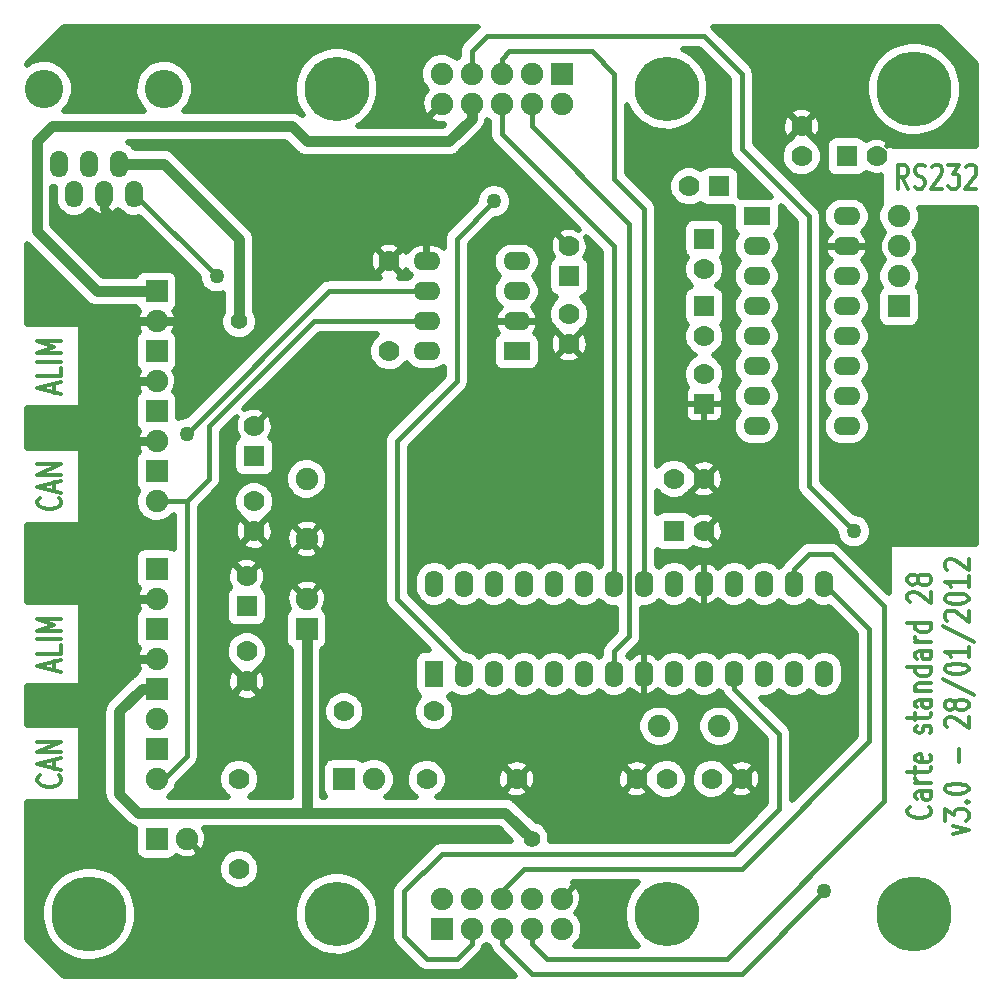
<source format=gtl>
G04 (created by PCBNEW-RS274X (2011-04-29 BZR 2986)-stable) date 21/02/2012 16:57:22*
G01*
G70*
G90*
%MOIN*%
G04 Gerber Fmt 3.4, Leading zero omitted, Abs format*
%FSLAX34Y34*%
G04 APERTURE LIST*
%ADD10C,0.006000*%
%ADD11C,0.012000*%
%ADD12C,0.075000*%
%ADD13R,0.090000X0.062000*%
%ADD14O,0.090000X0.062000*%
%ADD15O,0.062000X0.090000*%
%ADD16R,0.062000X0.090000*%
%ADD17C,0.070000*%
%ADD18R,0.075000X0.075000*%
%ADD19O,0.060000X0.090000*%
%ADD20C,0.128000*%
%ADD21C,0.250000*%
%ADD22C,0.215000*%
%ADD23R,0.070000X0.070000*%
%ADD24C,0.055000*%
%ADD25C,0.050000*%
%ADD26C,0.035000*%
%ADD27C,0.017000*%
%ADD28C,0.030000*%
%ADD29C,0.020000*%
G04 APERTURE END LIST*
G54D10*
G54D11*
X21498Y-36135D02*
X21536Y-36164D01*
X21574Y-36250D01*
X21574Y-36307D01*
X21536Y-36392D01*
X21460Y-36450D01*
X21383Y-36478D01*
X21231Y-36507D01*
X21117Y-36507D01*
X20964Y-36478D01*
X20888Y-36450D01*
X20812Y-36392D01*
X20774Y-36307D01*
X20774Y-36250D01*
X20812Y-36164D01*
X20850Y-36135D01*
X21345Y-35907D02*
X21345Y-35621D01*
X21574Y-35964D02*
X20774Y-35764D01*
X21574Y-35564D01*
X21574Y-35364D02*
X20774Y-35364D01*
X21574Y-35021D01*
X20774Y-35021D01*
X21345Y-32622D02*
X21345Y-32336D01*
X21574Y-32679D02*
X20774Y-32479D01*
X21574Y-32279D01*
X21574Y-31793D02*
X21574Y-32079D01*
X20774Y-32079D01*
X21574Y-31593D02*
X20774Y-31593D01*
X21574Y-31307D02*
X20774Y-31307D01*
X21345Y-31107D01*
X20774Y-30907D01*
X21574Y-30907D01*
X49794Y-25824D02*
X49594Y-25443D01*
X49451Y-25824D02*
X49451Y-25024D01*
X49679Y-25024D01*
X49737Y-25062D01*
X49765Y-25100D01*
X49794Y-25176D01*
X49794Y-25290D01*
X49765Y-25367D01*
X49737Y-25405D01*
X49679Y-25443D01*
X49451Y-25443D01*
X50022Y-25786D02*
X50108Y-25824D01*
X50251Y-25824D01*
X50308Y-25786D01*
X50337Y-25748D01*
X50365Y-25671D01*
X50365Y-25595D01*
X50337Y-25519D01*
X50308Y-25481D01*
X50251Y-25443D01*
X50137Y-25405D01*
X50079Y-25367D01*
X50051Y-25329D01*
X50022Y-25252D01*
X50022Y-25176D01*
X50051Y-25100D01*
X50079Y-25062D01*
X50137Y-25024D01*
X50279Y-25024D01*
X50365Y-25062D01*
X50593Y-25100D02*
X50622Y-25062D01*
X50679Y-25024D01*
X50822Y-25024D01*
X50879Y-25062D01*
X50908Y-25100D01*
X50936Y-25176D01*
X50936Y-25252D01*
X50908Y-25367D01*
X50565Y-25824D01*
X50936Y-25824D01*
X51136Y-25024D02*
X51507Y-25024D01*
X51307Y-25329D01*
X51393Y-25329D01*
X51450Y-25367D01*
X51479Y-25405D01*
X51507Y-25481D01*
X51507Y-25671D01*
X51479Y-25748D01*
X51450Y-25786D01*
X51393Y-25824D01*
X51221Y-25824D01*
X51164Y-25786D01*
X51136Y-25748D01*
X51735Y-25100D02*
X51764Y-25062D01*
X51821Y-25024D01*
X51964Y-25024D01*
X52021Y-25062D01*
X52050Y-25100D01*
X52078Y-25176D01*
X52078Y-25252D01*
X52050Y-25367D01*
X51707Y-25824D01*
X52078Y-25824D01*
X21345Y-41872D02*
X21345Y-41586D01*
X21574Y-41929D02*
X20774Y-41729D01*
X21574Y-41529D01*
X21574Y-41043D02*
X21574Y-41329D01*
X20774Y-41329D01*
X21574Y-40843D02*
X20774Y-40843D01*
X21574Y-40557D02*
X20774Y-40557D01*
X21345Y-40357D01*
X20774Y-40157D01*
X21574Y-40157D01*
X21498Y-45385D02*
X21536Y-45414D01*
X21574Y-45500D01*
X21574Y-45557D01*
X21536Y-45642D01*
X21460Y-45700D01*
X21383Y-45728D01*
X21231Y-45757D01*
X21117Y-45757D01*
X20964Y-45728D01*
X20888Y-45700D01*
X20812Y-45642D01*
X20774Y-45557D01*
X20774Y-45500D01*
X20812Y-45414D01*
X20850Y-45385D01*
X21345Y-45157D02*
X21345Y-44871D01*
X21574Y-45214D02*
X20774Y-45014D01*
X21574Y-44814D01*
X21574Y-44614D02*
X20774Y-44614D01*
X21574Y-44271D01*
X20774Y-44271D01*
X50498Y-46435D02*
X50536Y-46464D01*
X50574Y-46550D01*
X50574Y-46607D01*
X50536Y-46692D01*
X50460Y-46750D01*
X50383Y-46778D01*
X50231Y-46807D01*
X50117Y-46807D01*
X49964Y-46778D01*
X49888Y-46750D01*
X49812Y-46692D01*
X49774Y-46607D01*
X49774Y-46550D01*
X49812Y-46464D01*
X49850Y-46435D01*
X50574Y-45921D02*
X50155Y-45921D01*
X50079Y-45950D01*
X50040Y-46007D01*
X50040Y-46121D01*
X50079Y-46178D01*
X50536Y-45921D02*
X50574Y-45978D01*
X50574Y-46121D01*
X50536Y-46178D01*
X50460Y-46207D01*
X50383Y-46207D01*
X50307Y-46178D01*
X50269Y-46121D01*
X50269Y-45978D01*
X50231Y-45921D01*
X50574Y-45635D02*
X50040Y-45635D01*
X50193Y-45635D02*
X50117Y-45607D01*
X50079Y-45578D01*
X50040Y-45521D01*
X50040Y-45464D01*
X50040Y-45350D02*
X50040Y-45121D01*
X49774Y-45264D02*
X50460Y-45264D01*
X50536Y-45236D01*
X50574Y-45178D01*
X50574Y-45121D01*
X50536Y-44693D02*
X50574Y-44750D01*
X50574Y-44864D01*
X50536Y-44921D01*
X50460Y-44950D01*
X50155Y-44950D01*
X50079Y-44921D01*
X50040Y-44864D01*
X50040Y-44750D01*
X50079Y-44693D01*
X50155Y-44664D01*
X50231Y-44664D01*
X50307Y-44950D01*
X50536Y-43979D02*
X50574Y-43922D01*
X50574Y-43807D01*
X50536Y-43750D01*
X50460Y-43722D01*
X50421Y-43722D01*
X50345Y-43750D01*
X50307Y-43807D01*
X50307Y-43893D01*
X50269Y-43950D01*
X50193Y-43979D01*
X50155Y-43979D01*
X50079Y-43950D01*
X50040Y-43893D01*
X50040Y-43807D01*
X50079Y-43750D01*
X50040Y-43550D02*
X50040Y-43321D01*
X49774Y-43464D02*
X50460Y-43464D01*
X50536Y-43436D01*
X50574Y-43378D01*
X50574Y-43321D01*
X50574Y-42864D02*
X50155Y-42864D01*
X50079Y-42893D01*
X50040Y-42950D01*
X50040Y-43064D01*
X50079Y-43121D01*
X50536Y-42864D02*
X50574Y-42921D01*
X50574Y-43064D01*
X50536Y-43121D01*
X50460Y-43150D01*
X50383Y-43150D01*
X50307Y-43121D01*
X50269Y-43064D01*
X50269Y-42921D01*
X50231Y-42864D01*
X50040Y-42578D02*
X50574Y-42578D01*
X50117Y-42578D02*
X50079Y-42550D01*
X50040Y-42492D01*
X50040Y-42407D01*
X50079Y-42350D01*
X50155Y-42321D01*
X50574Y-42321D01*
X50574Y-41778D02*
X49774Y-41778D01*
X50536Y-41778D02*
X50574Y-41835D01*
X50574Y-41949D01*
X50536Y-42007D01*
X50498Y-42035D01*
X50421Y-42064D01*
X50193Y-42064D01*
X50117Y-42035D01*
X50079Y-42007D01*
X50040Y-41949D01*
X50040Y-41835D01*
X50079Y-41778D01*
X50574Y-41235D02*
X50155Y-41235D01*
X50079Y-41264D01*
X50040Y-41321D01*
X50040Y-41435D01*
X50079Y-41492D01*
X50536Y-41235D02*
X50574Y-41292D01*
X50574Y-41435D01*
X50536Y-41492D01*
X50460Y-41521D01*
X50383Y-41521D01*
X50307Y-41492D01*
X50269Y-41435D01*
X50269Y-41292D01*
X50231Y-41235D01*
X50574Y-40949D02*
X50040Y-40949D01*
X50193Y-40949D02*
X50117Y-40921D01*
X50079Y-40892D01*
X50040Y-40835D01*
X50040Y-40778D01*
X50574Y-40321D02*
X49774Y-40321D01*
X50536Y-40321D02*
X50574Y-40378D01*
X50574Y-40492D01*
X50536Y-40550D01*
X50498Y-40578D01*
X50421Y-40607D01*
X50193Y-40607D01*
X50117Y-40578D01*
X50079Y-40550D01*
X50040Y-40492D01*
X50040Y-40378D01*
X50079Y-40321D01*
X49850Y-39607D02*
X49812Y-39578D01*
X49774Y-39521D01*
X49774Y-39378D01*
X49812Y-39321D01*
X49850Y-39292D01*
X49926Y-39264D01*
X50002Y-39264D01*
X50117Y-39292D01*
X50574Y-39635D01*
X50574Y-39264D01*
X50117Y-38921D02*
X50079Y-38979D01*
X50040Y-39007D01*
X49964Y-39036D01*
X49926Y-39036D01*
X49850Y-39007D01*
X49812Y-38979D01*
X49774Y-38921D01*
X49774Y-38807D01*
X49812Y-38750D01*
X49850Y-38721D01*
X49926Y-38693D01*
X49964Y-38693D01*
X50040Y-38721D01*
X50079Y-38750D01*
X50117Y-38807D01*
X50117Y-38921D01*
X50155Y-38979D01*
X50193Y-39007D01*
X50269Y-39036D01*
X50421Y-39036D01*
X50498Y-39007D01*
X50536Y-38979D01*
X50574Y-38921D01*
X50574Y-38807D01*
X50536Y-38750D01*
X50498Y-38721D01*
X50421Y-38693D01*
X50269Y-38693D01*
X50193Y-38721D01*
X50155Y-38750D01*
X50117Y-38807D01*
X51280Y-47348D02*
X51814Y-47205D01*
X51280Y-47063D01*
X51014Y-46891D02*
X51014Y-46520D01*
X51319Y-46720D01*
X51319Y-46634D01*
X51357Y-46577D01*
X51395Y-46548D01*
X51471Y-46520D01*
X51661Y-46520D01*
X51738Y-46548D01*
X51776Y-46577D01*
X51814Y-46634D01*
X51814Y-46806D01*
X51776Y-46863D01*
X51738Y-46891D01*
X51738Y-46263D02*
X51776Y-46235D01*
X51814Y-46263D01*
X51776Y-46292D01*
X51738Y-46263D01*
X51814Y-46263D01*
X51014Y-45863D02*
X51014Y-45806D01*
X51052Y-45749D01*
X51090Y-45720D01*
X51166Y-45691D01*
X51319Y-45663D01*
X51509Y-45663D01*
X51661Y-45691D01*
X51738Y-45720D01*
X51776Y-45749D01*
X51814Y-45806D01*
X51814Y-45863D01*
X51776Y-45920D01*
X51738Y-45949D01*
X51661Y-45977D01*
X51509Y-46006D01*
X51319Y-46006D01*
X51166Y-45977D01*
X51090Y-45949D01*
X51052Y-45920D01*
X51014Y-45863D01*
X51509Y-44949D02*
X51509Y-44492D01*
X51090Y-43778D02*
X51052Y-43749D01*
X51014Y-43692D01*
X51014Y-43549D01*
X51052Y-43492D01*
X51090Y-43463D01*
X51166Y-43435D01*
X51242Y-43435D01*
X51357Y-43463D01*
X51814Y-43806D01*
X51814Y-43435D01*
X51357Y-43092D02*
X51319Y-43150D01*
X51280Y-43178D01*
X51204Y-43207D01*
X51166Y-43207D01*
X51090Y-43178D01*
X51052Y-43150D01*
X51014Y-43092D01*
X51014Y-42978D01*
X51052Y-42921D01*
X51090Y-42892D01*
X51166Y-42864D01*
X51204Y-42864D01*
X51280Y-42892D01*
X51319Y-42921D01*
X51357Y-42978D01*
X51357Y-43092D01*
X51395Y-43150D01*
X51433Y-43178D01*
X51509Y-43207D01*
X51661Y-43207D01*
X51738Y-43178D01*
X51776Y-43150D01*
X51814Y-43092D01*
X51814Y-42978D01*
X51776Y-42921D01*
X51738Y-42892D01*
X51661Y-42864D01*
X51509Y-42864D01*
X51433Y-42892D01*
X51395Y-42921D01*
X51357Y-42978D01*
X50976Y-42179D02*
X52004Y-42693D01*
X51014Y-41864D02*
X51014Y-41807D01*
X51052Y-41750D01*
X51090Y-41721D01*
X51166Y-41692D01*
X51319Y-41664D01*
X51509Y-41664D01*
X51661Y-41692D01*
X51738Y-41721D01*
X51776Y-41750D01*
X51814Y-41807D01*
X51814Y-41864D01*
X51776Y-41921D01*
X51738Y-41950D01*
X51661Y-41978D01*
X51509Y-42007D01*
X51319Y-42007D01*
X51166Y-41978D01*
X51090Y-41950D01*
X51052Y-41921D01*
X51014Y-41864D01*
X51814Y-41093D02*
X51814Y-41436D01*
X51814Y-41264D02*
X51014Y-41264D01*
X51128Y-41321D01*
X51204Y-41379D01*
X51242Y-41436D01*
X50976Y-40408D02*
X52004Y-40922D01*
X51090Y-40236D02*
X51052Y-40207D01*
X51014Y-40150D01*
X51014Y-40007D01*
X51052Y-39950D01*
X51090Y-39921D01*
X51166Y-39893D01*
X51242Y-39893D01*
X51357Y-39921D01*
X51814Y-40264D01*
X51814Y-39893D01*
X51014Y-39522D02*
X51014Y-39465D01*
X51052Y-39408D01*
X51090Y-39379D01*
X51166Y-39350D01*
X51319Y-39322D01*
X51509Y-39322D01*
X51661Y-39350D01*
X51738Y-39379D01*
X51776Y-39408D01*
X51814Y-39465D01*
X51814Y-39522D01*
X51776Y-39579D01*
X51738Y-39608D01*
X51661Y-39636D01*
X51509Y-39665D01*
X51319Y-39665D01*
X51166Y-39636D01*
X51090Y-39608D01*
X51052Y-39579D01*
X51014Y-39522D01*
X51814Y-38751D02*
X51814Y-39094D01*
X51814Y-38922D02*
X51014Y-38922D01*
X51128Y-38979D01*
X51204Y-39037D01*
X51242Y-39094D01*
X51090Y-38523D02*
X51052Y-38494D01*
X51014Y-38437D01*
X51014Y-38294D01*
X51052Y-38237D01*
X51090Y-38208D01*
X51166Y-38180D01*
X51242Y-38180D01*
X51357Y-38208D01*
X51814Y-38551D01*
X51814Y-38180D01*
G54D12*
X41500Y-43750D03*
X43500Y-43750D03*
G54D13*
X36750Y-31250D03*
G54D14*
X36750Y-30250D03*
X36750Y-29250D03*
X36750Y-28250D03*
X33750Y-28250D03*
X33750Y-29250D03*
X33750Y-30250D03*
X33750Y-31250D03*
G54D13*
X44750Y-26750D03*
G54D14*
X44750Y-27750D03*
X44750Y-28750D03*
X44750Y-29750D03*
X44750Y-30750D03*
X44750Y-31750D03*
X44750Y-32750D03*
X44750Y-33750D03*
X47750Y-33750D03*
X47750Y-32750D03*
X47750Y-31750D03*
X47750Y-30750D03*
X47750Y-29750D03*
X47750Y-28750D03*
X47750Y-27750D03*
X47750Y-26750D03*
G54D15*
X35000Y-42000D03*
X36000Y-42000D03*
X37000Y-42000D03*
X38000Y-42000D03*
X39000Y-42000D03*
X40000Y-42000D03*
X41000Y-42000D03*
X42000Y-42000D03*
X43000Y-42000D03*
X44000Y-42000D03*
X45000Y-42000D03*
X46000Y-42000D03*
X47000Y-42000D03*
G54D16*
X34000Y-42000D03*
G54D15*
X47000Y-39000D03*
X46000Y-39000D03*
X45000Y-39000D03*
X44000Y-39000D03*
X43000Y-39000D03*
X42000Y-39000D03*
X41000Y-39000D03*
X40000Y-39000D03*
X39000Y-39000D03*
X38000Y-39000D03*
X37000Y-39000D03*
X36000Y-39000D03*
X35000Y-39000D03*
X34000Y-39000D03*
G54D17*
X27750Y-41250D03*
X27750Y-42250D03*
X28000Y-36250D03*
X28000Y-37250D03*
X46250Y-24750D03*
X46250Y-23750D03*
X38500Y-30000D03*
X38500Y-31000D03*
X41750Y-45500D03*
X40750Y-45500D03*
X43250Y-45500D03*
X44250Y-45500D03*
X42000Y-35500D03*
X43000Y-35500D03*
X27500Y-45500D03*
X27500Y-48500D03*
X33750Y-45500D03*
X36750Y-45500D03*
X32500Y-28250D03*
X32500Y-31250D03*
X34000Y-43250D03*
X31000Y-43250D03*
G54D18*
X31000Y-45500D03*
G54D12*
X32000Y-45500D03*
G54D19*
X21500Y-25000D03*
X22500Y-25000D03*
X23500Y-25000D03*
X22000Y-26000D03*
X23000Y-26000D03*
X24000Y-26000D03*
G54D20*
X21000Y-22500D03*
X25000Y-22500D03*
G54D21*
X50000Y-22500D03*
X50000Y-50000D03*
X22500Y-50000D03*
G54D22*
X30750Y-50000D03*
X41750Y-50000D03*
G54D18*
X34250Y-50500D03*
G54D12*
X34250Y-49500D03*
X35250Y-50500D03*
X35250Y-49500D03*
X36250Y-50500D03*
X36250Y-49500D03*
X37250Y-50500D03*
X37250Y-49500D03*
X38250Y-50500D03*
X38250Y-49500D03*
G54D22*
X41750Y-22500D03*
X30750Y-22500D03*
G54D18*
X38250Y-22000D03*
G54D12*
X38250Y-23000D03*
X37250Y-22000D03*
X37250Y-23000D03*
X36250Y-22000D03*
X36250Y-23000D03*
X35250Y-22000D03*
X35250Y-23000D03*
X34250Y-22000D03*
X34250Y-23000D03*
G54D18*
X49500Y-29750D03*
G54D12*
X49500Y-28750D03*
X49500Y-27750D03*
X49500Y-26750D03*
G54D18*
X24750Y-29250D03*
G54D12*
X24750Y-30250D03*
G54D18*
X24750Y-31250D03*
G54D12*
X24750Y-32250D03*
G54D18*
X24750Y-33250D03*
G54D12*
X24750Y-34250D03*
G54D18*
X24750Y-44500D03*
G54D12*
X24750Y-45500D03*
G54D18*
X24750Y-42500D03*
G54D12*
X24750Y-43500D03*
G54D18*
X24750Y-40500D03*
G54D12*
X24750Y-41500D03*
G54D18*
X24750Y-38500D03*
G54D12*
X24750Y-39500D03*
G54D18*
X24750Y-35250D03*
G54D12*
X24750Y-36250D03*
G54D18*
X24750Y-47500D03*
G54D12*
X25750Y-47500D03*
G54D18*
X29750Y-40500D03*
G54D12*
X29750Y-39500D03*
X29750Y-37500D03*
X29750Y-35500D03*
G54D23*
X38500Y-28750D03*
G54D17*
X38500Y-27750D03*
G54D23*
X47750Y-24750D03*
G54D17*
X48750Y-24750D03*
G54D23*
X43000Y-27500D03*
G54D17*
X43000Y-28500D03*
G54D23*
X43000Y-29750D03*
G54D17*
X43000Y-30750D03*
G54D23*
X42000Y-37250D03*
G54D17*
X43000Y-37250D03*
G54D23*
X43500Y-25750D03*
G54D17*
X42500Y-25750D03*
G54D23*
X43000Y-33000D03*
G54D17*
X43000Y-32000D03*
G54D23*
X28000Y-34750D03*
G54D17*
X28000Y-33750D03*
G54D23*
X27750Y-39750D03*
G54D17*
X27750Y-38750D03*
G54D24*
X37250Y-47500D03*
G54D25*
X25750Y-34000D03*
X26750Y-28750D03*
X36000Y-26250D03*
X48000Y-37250D03*
X47000Y-49250D03*
G54D24*
X27500Y-30250D03*
G54D26*
X24250Y-42500D02*
X23500Y-43250D01*
X29750Y-40500D02*
X29750Y-46625D01*
X24750Y-29250D02*
X22750Y-29250D01*
X29750Y-24250D02*
X34500Y-24250D01*
X29250Y-23750D02*
X29750Y-24250D01*
X21250Y-23750D02*
X29250Y-23750D01*
X20750Y-24250D02*
X21250Y-23750D01*
X20750Y-27250D02*
X20750Y-24250D01*
X22750Y-29250D02*
X20750Y-27250D01*
X23500Y-46000D02*
X24125Y-46625D01*
X29750Y-46625D02*
X36375Y-46625D01*
X36375Y-46625D02*
X37250Y-47500D01*
X23500Y-46000D02*
X23500Y-43250D01*
X35250Y-23500D02*
X34500Y-24250D01*
X35250Y-23000D02*
X35250Y-23500D01*
X24125Y-46625D02*
X29750Y-46625D01*
X24750Y-42500D02*
X24250Y-42500D01*
G54D27*
X30000Y-30250D02*
X26500Y-33750D01*
X26500Y-35500D02*
X26500Y-33750D01*
X25750Y-36250D02*
X26500Y-35500D01*
X25750Y-36250D02*
X25750Y-44750D01*
X25750Y-44750D02*
X25000Y-45500D01*
X24750Y-36250D02*
X25750Y-36250D01*
X25000Y-45500D02*
X24750Y-45500D01*
X33750Y-30250D02*
X30000Y-30250D01*
X33750Y-29250D02*
X30500Y-29250D01*
X30500Y-29250D02*
X25750Y-34000D01*
X24000Y-26000D02*
X26750Y-28750D01*
X35000Y-42000D02*
X35000Y-41750D01*
X35000Y-41750D02*
X32750Y-39500D01*
X32750Y-39500D02*
X32750Y-34250D01*
X32750Y-34250D02*
X34750Y-32250D01*
X34750Y-32250D02*
X34750Y-27500D01*
X34750Y-27500D02*
X36000Y-26250D01*
X37250Y-23750D02*
X37250Y-23000D01*
X40000Y-42000D02*
X40000Y-41250D01*
X40500Y-27000D02*
X37250Y-23750D01*
X40500Y-40750D02*
X40500Y-27000D01*
X40000Y-41250D02*
X40500Y-40750D01*
X39250Y-21250D02*
X40000Y-22000D01*
X40000Y-22000D02*
X40000Y-25500D01*
X40000Y-25500D02*
X41000Y-26500D01*
X36500Y-21250D02*
X39250Y-21250D01*
X36250Y-22000D02*
X36250Y-21500D01*
X36250Y-21500D02*
X36500Y-21250D01*
X41000Y-39000D02*
X41000Y-26500D01*
X36250Y-24000D02*
X36250Y-23000D01*
X40000Y-27750D02*
X36250Y-24000D01*
X40000Y-39000D02*
X40000Y-27750D01*
X44000Y-48000D02*
X34250Y-48000D01*
X45500Y-44000D02*
X44000Y-42500D01*
X45500Y-46500D02*
X45500Y-44000D01*
X35250Y-51000D02*
X35250Y-50500D01*
X44000Y-48000D02*
X45500Y-46500D01*
X33750Y-51500D02*
X34750Y-51500D01*
X33000Y-50750D02*
X33750Y-51500D01*
X33000Y-49250D02*
X33000Y-50750D01*
X34250Y-48000D02*
X33000Y-49250D01*
X34750Y-51500D02*
X35250Y-51000D01*
X44000Y-42000D02*
X44000Y-42500D01*
X35250Y-21250D02*
X35750Y-20750D01*
X44250Y-24500D02*
X44250Y-22000D01*
X35750Y-20750D02*
X43000Y-20750D01*
X46500Y-35750D02*
X46500Y-26750D01*
X43000Y-20750D02*
X44250Y-22000D01*
X48000Y-37250D02*
X46500Y-35750D01*
X35250Y-22000D02*
X35250Y-21250D01*
X46500Y-26750D02*
X44250Y-24500D01*
X36250Y-51000D02*
X37250Y-52000D01*
X44250Y-52000D02*
X47000Y-49250D01*
X36250Y-50500D02*
X36250Y-51000D01*
X37250Y-52000D02*
X44250Y-52000D01*
X36250Y-49250D02*
X37000Y-48500D01*
X44250Y-48500D02*
X48500Y-44250D01*
X48500Y-44250D02*
X48500Y-40500D01*
X47000Y-39000D02*
X48500Y-40500D01*
X37000Y-48500D02*
X44250Y-48500D01*
X36250Y-49500D02*
X36250Y-49250D01*
X46000Y-39000D02*
X46000Y-38500D01*
X49000Y-46250D02*
X43750Y-51500D01*
X37750Y-51500D02*
X37250Y-51000D01*
X43750Y-51500D02*
X37750Y-51500D01*
X46500Y-38000D02*
X47250Y-38000D01*
X37250Y-51000D02*
X37250Y-50500D01*
X46500Y-38000D02*
X46000Y-38500D01*
X49000Y-39750D02*
X49000Y-46250D01*
X47250Y-38000D02*
X49000Y-39750D01*
G54D28*
X23000Y-26000D02*
X23000Y-26500D01*
X25500Y-30250D02*
X24750Y-30250D01*
X23500Y-41000D02*
X23500Y-39500D01*
X24250Y-27750D02*
X24750Y-27750D01*
X23000Y-26500D02*
X24250Y-27750D01*
X26000Y-29750D02*
X25500Y-30250D01*
X24750Y-27750D02*
X26000Y-29000D01*
X24750Y-39500D02*
X23500Y-39500D01*
X24750Y-34250D02*
X23500Y-34250D01*
X23500Y-30750D02*
X24000Y-30250D01*
X24000Y-30250D02*
X24750Y-30250D01*
X24000Y-41500D02*
X23500Y-41000D01*
X24750Y-41500D02*
X24000Y-41500D01*
X24750Y-32250D02*
X23500Y-32250D01*
X23500Y-39500D02*
X23500Y-34250D01*
X23500Y-34250D02*
X23500Y-32250D01*
X26000Y-29000D02*
X26000Y-29750D01*
X23500Y-32250D02*
X23500Y-30750D01*
G54D26*
X27500Y-27500D02*
X27500Y-30250D01*
X23500Y-25000D02*
X25000Y-25000D01*
X25000Y-25000D02*
X27500Y-27500D01*
G54D10*
G36*
X24757Y-30250D02*
X24750Y-30257D01*
X24743Y-30250D01*
X24750Y-30243D01*
X24757Y-30250D01*
X24757Y-30250D01*
G37*
G54D29*
X24757Y-30250D02*
X24750Y-30257D01*
X24743Y-30250D01*
X24750Y-30243D01*
X24757Y-30250D01*
G54D10*
G36*
X24757Y-32250D02*
X24750Y-32257D01*
X24743Y-32250D01*
X24750Y-32243D01*
X24757Y-32250D01*
X24757Y-32250D01*
G37*
G54D29*
X24757Y-32250D02*
X24750Y-32257D01*
X24743Y-32250D01*
X24750Y-32243D01*
X24757Y-32250D01*
G54D10*
G36*
X24757Y-34250D02*
X24750Y-34257D01*
X24743Y-34250D01*
X24750Y-34243D01*
X24757Y-34250D01*
X24757Y-34250D01*
G37*
G54D29*
X24757Y-34250D02*
X24750Y-34257D01*
X24743Y-34250D01*
X24750Y-34243D01*
X24757Y-34250D01*
G54D10*
G36*
X24757Y-39500D02*
X24750Y-39507D01*
X24743Y-39500D01*
X24750Y-39493D01*
X24757Y-39500D01*
X24757Y-39500D01*
G37*
G54D29*
X24757Y-39500D02*
X24750Y-39507D01*
X24743Y-39500D01*
X24750Y-39493D01*
X24757Y-39500D01*
G54D10*
G36*
X24757Y-41500D02*
X24750Y-41507D01*
X24743Y-41500D01*
X24750Y-41493D01*
X24757Y-41500D01*
X24757Y-41500D01*
G37*
G54D29*
X24757Y-41500D02*
X24750Y-41507D01*
X24743Y-41500D01*
X24750Y-41493D01*
X24757Y-41500D01*
G54D10*
G36*
X24757Y-43500D02*
X24750Y-43507D01*
X24743Y-43500D01*
X24750Y-43493D01*
X24757Y-43500D01*
X24757Y-43500D01*
G37*
G54D29*
X24757Y-43500D02*
X24750Y-43507D01*
X24743Y-43500D01*
X24750Y-43493D01*
X24757Y-43500D01*
G54D10*
G36*
X35462Y-20425D02*
X35443Y-20441D01*
X35442Y-20441D01*
X35442Y-20442D01*
X34942Y-20942D01*
X34903Y-20989D01*
X34891Y-21004D01*
X34890Y-21005D01*
X34889Y-21007D01*
X34862Y-21057D01*
X34850Y-21079D01*
X34849Y-21079D01*
X34848Y-21083D01*
X34829Y-21145D01*
X34825Y-21160D01*
X34824Y-21161D01*
X34824Y-21164D01*
X34814Y-21249D01*
X34815Y-21258D01*
X34815Y-21418D01*
X34794Y-21432D01*
X34750Y-21475D01*
X34714Y-21439D01*
X34597Y-21359D01*
X34465Y-21304D01*
X34326Y-21276D01*
X34184Y-21275D01*
X34044Y-21301D01*
X33913Y-21354D01*
X33794Y-21432D01*
X33692Y-21532D01*
X33612Y-21649D01*
X33556Y-21780D01*
X33526Y-21919D01*
X33524Y-22061D01*
X33550Y-22201D01*
X33602Y-22333D01*
X33679Y-22452D01*
X33758Y-22534D01*
X33697Y-22596D01*
X33707Y-22606D01*
X33702Y-22608D01*
X33636Y-22721D01*
X33594Y-22846D01*
X33576Y-22977D01*
X33585Y-23108D01*
X33619Y-23235D01*
X33676Y-23354D01*
X33702Y-23392D01*
X33823Y-23420D01*
X34172Y-23071D01*
X34243Y-23000D01*
X34250Y-22993D01*
X34257Y-23000D01*
X34250Y-23007D01*
X34179Y-23078D01*
X33830Y-23427D01*
X33858Y-23548D01*
X33971Y-23614D01*
X34096Y-23656D01*
X34227Y-23674D01*
X34341Y-23666D01*
X34282Y-23725D01*
X31476Y-23725D01*
X31631Y-23627D01*
X31833Y-23435D01*
X31994Y-23206D01*
X32108Y-22951D01*
X32170Y-22679D01*
X32174Y-22360D01*
X32120Y-22086D01*
X32013Y-21828D01*
X31859Y-21595D01*
X31662Y-21397D01*
X31430Y-21241D01*
X31173Y-21133D01*
X30899Y-21077D01*
X30620Y-21075D01*
X30346Y-21127D01*
X30087Y-21232D01*
X29853Y-21385D01*
X29654Y-21581D01*
X29496Y-21811D01*
X29386Y-22068D01*
X29328Y-22341D01*
X29324Y-22620D01*
X29375Y-22895D01*
X29478Y-23154D01*
X29625Y-23383D01*
X29621Y-23379D01*
X29594Y-23357D01*
X29547Y-23317D01*
X29542Y-23314D01*
X29532Y-23308D01*
X29457Y-23267D01*
X29359Y-23236D01*
X29354Y-23235D01*
X29353Y-23235D01*
X29313Y-23231D01*
X29257Y-23225D01*
X29252Y-23225D01*
X29250Y-23225D01*
X25672Y-23225D01*
X25752Y-23149D01*
X25864Y-22991D01*
X25943Y-22814D01*
X25986Y-22625D01*
X25989Y-22403D01*
X25951Y-22213D01*
X25877Y-22033D01*
X25770Y-21872D01*
X25633Y-21734D01*
X25473Y-21626D01*
X25294Y-21551D01*
X25104Y-21512D01*
X24910Y-21510D01*
X24719Y-21547D01*
X24540Y-21619D01*
X24377Y-21726D01*
X24239Y-21861D01*
X24129Y-22021D01*
X24053Y-22200D01*
X24012Y-22389D01*
X24010Y-22583D01*
X24045Y-22774D01*
X24116Y-22954D01*
X24221Y-23117D01*
X24325Y-23225D01*
X21672Y-23225D01*
X21752Y-23149D01*
X21864Y-22991D01*
X21943Y-22814D01*
X21986Y-22625D01*
X21989Y-22403D01*
X21951Y-22213D01*
X21877Y-22033D01*
X21770Y-21872D01*
X21633Y-21734D01*
X21473Y-21626D01*
X21294Y-21551D01*
X21104Y-21512D01*
X20910Y-21510D01*
X20719Y-21547D01*
X20540Y-21619D01*
X20425Y-21694D01*
X20425Y-21676D01*
X21676Y-20425D01*
X35462Y-20425D01*
X35462Y-20425D01*
G37*
G54D29*
X35462Y-20425D02*
X35443Y-20441D01*
X35442Y-20441D01*
X35442Y-20442D01*
X34942Y-20942D01*
X34903Y-20989D01*
X34891Y-21004D01*
X34890Y-21005D01*
X34889Y-21007D01*
X34862Y-21057D01*
X34850Y-21079D01*
X34849Y-21079D01*
X34848Y-21083D01*
X34829Y-21145D01*
X34825Y-21160D01*
X34824Y-21161D01*
X34824Y-21164D01*
X34814Y-21249D01*
X34815Y-21258D01*
X34815Y-21418D01*
X34794Y-21432D01*
X34750Y-21475D01*
X34714Y-21439D01*
X34597Y-21359D01*
X34465Y-21304D01*
X34326Y-21276D01*
X34184Y-21275D01*
X34044Y-21301D01*
X33913Y-21354D01*
X33794Y-21432D01*
X33692Y-21532D01*
X33612Y-21649D01*
X33556Y-21780D01*
X33526Y-21919D01*
X33524Y-22061D01*
X33550Y-22201D01*
X33602Y-22333D01*
X33679Y-22452D01*
X33758Y-22534D01*
X33697Y-22596D01*
X33707Y-22606D01*
X33702Y-22608D01*
X33636Y-22721D01*
X33594Y-22846D01*
X33576Y-22977D01*
X33585Y-23108D01*
X33619Y-23235D01*
X33676Y-23354D01*
X33702Y-23392D01*
X33823Y-23420D01*
X34172Y-23071D01*
X34243Y-23000D01*
X34250Y-22993D01*
X34257Y-23000D01*
X34250Y-23007D01*
X34179Y-23078D01*
X33830Y-23427D01*
X33858Y-23548D01*
X33971Y-23614D01*
X34096Y-23656D01*
X34227Y-23674D01*
X34341Y-23666D01*
X34282Y-23725D01*
X31476Y-23725D01*
X31631Y-23627D01*
X31833Y-23435D01*
X31994Y-23206D01*
X32108Y-22951D01*
X32170Y-22679D01*
X32174Y-22360D01*
X32120Y-22086D01*
X32013Y-21828D01*
X31859Y-21595D01*
X31662Y-21397D01*
X31430Y-21241D01*
X31173Y-21133D01*
X30899Y-21077D01*
X30620Y-21075D01*
X30346Y-21127D01*
X30087Y-21232D01*
X29853Y-21385D01*
X29654Y-21581D01*
X29496Y-21811D01*
X29386Y-22068D01*
X29328Y-22341D01*
X29324Y-22620D01*
X29375Y-22895D01*
X29478Y-23154D01*
X29625Y-23383D01*
X29621Y-23379D01*
X29594Y-23357D01*
X29547Y-23317D01*
X29542Y-23314D01*
X29532Y-23308D01*
X29457Y-23267D01*
X29359Y-23236D01*
X29354Y-23235D01*
X29353Y-23235D01*
X29313Y-23231D01*
X29257Y-23225D01*
X29252Y-23225D01*
X29250Y-23225D01*
X25672Y-23225D01*
X25752Y-23149D01*
X25864Y-22991D01*
X25943Y-22814D01*
X25986Y-22625D01*
X25989Y-22403D01*
X25951Y-22213D01*
X25877Y-22033D01*
X25770Y-21872D01*
X25633Y-21734D01*
X25473Y-21626D01*
X25294Y-21551D01*
X25104Y-21512D01*
X24910Y-21510D01*
X24719Y-21547D01*
X24540Y-21619D01*
X24377Y-21726D01*
X24239Y-21861D01*
X24129Y-22021D01*
X24053Y-22200D01*
X24012Y-22389D01*
X24010Y-22583D01*
X24045Y-22774D01*
X24116Y-22954D01*
X24221Y-23117D01*
X24325Y-23225D01*
X21672Y-23225D01*
X21752Y-23149D01*
X21864Y-22991D01*
X21943Y-22814D01*
X21986Y-22625D01*
X21989Y-22403D01*
X21951Y-22213D01*
X21877Y-22033D01*
X21770Y-21872D01*
X21633Y-21734D01*
X21473Y-21626D01*
X21294Y-21551D01*
X21104Y-21512D01*
X20910Y-21510D01*
X20719Y-21547D01*
X20540Y-21619D01*
X20425Y-21694D01*
X20425Y-21676D01*
X21676Y-20425D01*
X35462Y-20425D01*
G54D10*
G36*
X36709Y-52075D02*
X32174Y-52075D01*
X32174Y-49860D01*
X32120Y-49586D01*
X32013Y-49328D01*
X31859Y-49095D01*
X31662Y-48897D01*
X31430Y-48741D01*
X31173Y-48633D01*
X30899Y-48577D01*
X30620Y-48575D01*
X30346Y-48627D01*
X30087Y-48732D01*
X29853Y-48885D01*
X29654Y-49081D01*
X29496Y-49311D01*
X29386Y-49568D01*
X29328Y-49841D01*
X29324Y-50120D01*
X29375Y-50395D01*
X29478Y-50654D01*
X29629Y-50889D01*
X29823Y-51090D01*
X30052Y-51249D01*
X30308Y-51361D01*
X30581Y-51421D01*
X30860Y-51427D01*
X31135Y-51378D01*
X31395Y-51277D01*
X31631Y-51127D01*
X31833Y-50935D01*
X31994Y-50706D01*
X32108Y-50451D01*
X32170Y-50179D01*
X32174Y-49860D01*
X32174Y-52075D01*
X28200Y-52075D01*
X28200Y-48431D01*
X28173Y-48296D01*
X28121Y-48169D01*
X28045Y-48055D01*
X27948Y-47958D01*
X27834Y-47881D01*
X27708Y-47828D01*
X27573Y-47800D01*
X27436Y-47800D01*
X27301Y-47825D01*
X27174Y-47877D01*
X27059Y-47952D01*
X26961Y-48048D01*
X26883Y-48161D01*
X26829Y-48288D01*
X26801Y-48422D01*
X26799Y-48559D01*
X26824Y-48694D01*
X26875Y-48822D01*
X26949Y-48937D01*
X27044Y-49036D01*
X27157Y-49114D01*
X27283Y-49169D01*
X27417Y-49198D01*
X27554Y-49201D01*
X27690Y-49177D01*
X27817Y-49128D01*
X27933Y-49054D01*
X28033Y-48959D01*
X28112Y-48847D01*
X28168Y-48722D01*
X28198Y-48588D01*
X28200Y-48431D01*
X28200Y-52075D01*
X24099Y-52075D01*
X24099Y-49843D01*
X24038Y-49535D01*
X23919Y-49246D01*
X23745Y-48984D01*
X23524Y-48762D01*
X23264Y-48587D01*
X22975Y-48465D01*
X22668Y-48402D01*
X22354Y-48400D01*
X22046Y-48459D01*
X21755Y-48576D01*
X21493Y-48748D01*
X21269Y-48967D01*
X21092Y-49226D01*
X20968Y-49514D01*
X20903Y-49821D01*
X20899Y-50135D01*
X20956Y-50443D01*
X21071Y-50735D01*
X21241Y-50998D01*
X21459Y-51224D01*
X21716Y-51403D01*
X22004Y-51528D01*
X22310Y-51595D01*
X22623Y-51602D01*
X22932Y-51547D01*
X23225Y-51434D01*
X23489Y-51266D01*
X23716Y-51050D01*
X23897Y-50793D01*
X24025Y-50507D01*
X24094Y-50201D01*
X24099Y-49843D01*
X24099Y-52075D01*
X21676Y-52075D01*
X20425Y-50823D01*
X20425Y-46281D01*
X22220Y-46281D01*
X22220Y-43718D01*
X20425Y-43718D01*
X20425Y-42396D01*
X22220Y-42396D01*
X22220Y-39604D01*
X20425Y-39604D01*
X20425Y-37031D01*
X22220Y-37031D01*
X22220Y-34468D01*
X20425Y-34468D01*
X20425Y-33146D01*
X22220Y-33146D01*
X22220Y-30354D01*
X20425Y-30354D01*
X20425Y-27667D01*
X22375Y-29617D01*
X22378Y-29621D01*
X22421Y-29656D01*
X22453Y-29683D01*
X22457Y-29685D01*
X22458Y-29686D01*
X22468Y-29691D01*
X22543Y-29733D01*
X22548Y-29734D01*
X22641Y-29764D01*
X22646Y-29764D01*
X22743Y-29775D01*
X22748Y-29775D01*
X22750Y-29775D01*
X24059Y-29775D01*
X24065Y-29789D01*
X24103Y-29846D01*
X24151Y-29895D01*
X24172Y-29909D01*
X24136Y-29971D01*
X24094Y-30096D01*
X24076Y-30227D01*
X24085Y-30358D01*
X24119Y-30485D01*
X24170Y-30592D01*
X24154Y-30603D01*
X24105Y-30651D01*
X24067Y-30708D01*
X24040Y-30771D01*
X24026Y-30838D01*
X24026Y-30907D01*
X24026Y-31659D01*
X24039Y-31726D01*
X24065Y-31789D01*
X24103Y-31846D01*
X24151Y-31895D01*
X24172Y-31909D01*
X24136Y-31971D01*
X24094Y-32096D01*
X24076Y-32227D01*
X24085Y-32358D01*
X24119Y-32485D01*
X24170Y-32592D01*
X24154Y-32603D01*
X24105Y-32651D01*
X24067Y-32708D01*
X24040Y-32771D01*
X24026Y-32838D01*
X24026Y-32907D01*
X24026Y-33659D01*
X24039Y-33726D01*
X24065Y-33789D01*
X24103Y-33846D01*
X24151Y-33895D01*
X24172Y-33909D01*
X24136Y-33971D01*
X24094Y-34096D01*
X24076Y-34227D01*
X24085Y-34358D01*
X24119Y-34485D01*
X24170Y-34592D01*
X24154Y-34603D01*
X24105Y-34651D01*
X24067Y-34708D01*
X24040Y-34771D01*
X24026Y-34838D01*
X24026Y-34907D01*
X24026Y-35659D01*
X24039Y-35726D01*
X24065Y-35789D01*
X24103Y-35846D01*
X24129Y-35873D01*
X24112Y-35899D01*
X24056Y-36030D01*
X24026Y-36169D01*
X24024Y-36311D01*
X24050Y-36451D01*
X24102Y-36583D01*
X24179Y-36702D01*
X24278Y-36805D01*
X24395Y-36886D01*
X24525Y-36943D01*
X24664Y-36973D01*
X24806Y-36976D01*
X24946Y-36952D01*
X25078Y-36900D01*
X25198Y-36824D01*
X25301Y-36726D01*
X25315Y-36706D01*
X25315Y-37832D01*
X25292Y-37817D01*
X25229Y-37790D01*
X25162Y-37776D01*
X25093Y-37776D01*
X24341Y-37776D01*
X24274Y-37789D01*
X24211Y-37815D01*
X24154Y-37853D01*
X24105Y-37901D01*
X24067Y-37958D01*
X24040Y-38021D01*
X24026Y-38088D01*
X24026Y-38157D01*
X24026Y-38909D01*
X24039Y-38976D01*
X24065Y-39039D01*
X24103Y-39096D01*
X24151Y-39145D01*
X24172Y-39159D01*
X24136Y-39221D01*
X24094Y-39346D01*
X24076Y-39477D01*
X24085Y-39608D01*
X24119Y-39735D01*
X24170Y-39842D01*
X24154Y-39853D01*
X24105Y-39901D01*
X24067Y-39958D01*
X24040Y-40021D01*
X24026Y-40088D01*
X24026Y-40157D01*
X24026Y-40909D01*
X24039Y-40976D01*
X24065Y-41039D01*
X24103Y-41096D01*
X24151Y-41145D01*
X24172Y-41159D01*
X24136Y-41221D01*
X24094Y-41346D01*
X24076Y-41477D01*
X24085Y-41608D01*
X24119Y-41735D01*
X24170Y-41842D01*
X24154Y-41853D01*
X24105Y-41901D01*
X24067Y-41958D01*
X24040Y-42020D01*
X23963Y-42060D01*
X23959Y-42062D01*
X23959Y-42063D01*
X23939Y-42079D01*
X23883Y-42124D01*
X23880Y-42127D01*
X23878Y-42129D01*
X23129Y-42879D01*
X23107Y-42905D01*
X23067Y-42953D01*
X23064Y-42957D01*
X23064Y-42958D01*
X23058Y-42968D01*
X23017Y-43043D01*
X22986Y-43141D01*
X22985Y-43145D01*
X22985Y-43147D01*
X22981Y-43186D01*
X22975Y-43243D01*
X22975Y-43248D01*
X22975Y-43250D01*
X22975Y-45994D01*
X22975Y-46000D01*
X22980Y-46054D01*
X22984Y-46096D01*
X22984Y-46098D01*
X22985Y-46102D01*
X22994Y-46131D01*
X23012Y-46195D01*
X23015Y-46200D01*
X23059Y-46286D01*
X23062Y-46290D01*
X23063Y-46291D01*
X23124Y-46366D01*
X23127Y-46370D01*
X23129Y-46371D01*
X23132Y-46374D01*
X23750Y-46992D01*
X23753Y-46996D01*
X23815Y-47047D01*
X23828Y-47058D01*
X23829Y-47058D01*
X23832Y-47061D01*
X23859Y-47075D01*
X23918Y-47108D01*
X23923Y-47109D01*
X24016Y-47139D01*
X24021Y-47139D01*
X24026Y-47140D01*
X24026Y-47157D01*
X24026Y-47909D01*
X24039Y-47976D01*
X24065Y-48039D01*
X24103Y-48096D01*
X24151Y-48145D01*
X24208Y-48183D01*
X24271Y-48210D01*
X24338Y-48224D01*
X24407Y-48224D01*
X25159Y-48224D01*
X25226Y-48211D01*
X25289Y-48185D01*
X25346Y-48147D01*
X25395Y-48099D01*
X25409Y-48077D01*
X25471Y-48114D01*
X25596Y-48156D01*
X25727Y-48174D01*
X25858Y-48165D01*
X25985Y-48131D01*
X26104Y-48074D01*
X26142Y-48048D01*
X26170Y-47927D01*
X25821Y-47578D01*
X25750Y-47507D01*
X25743Y-47500D01*
X25750Y-47493D01*
X25757Y-47500D01*
X25828Y-47571D01*
X26177Y-47920D01*
X26298Y-47892D01*
X26364Y-47779D01*
X26406Y-47654D01*
X26424Y-47523D01*
X26415Y-47392D01*
X26381Y-47265D01*
X26325Y-47150D01*
X29743Y-47150D01*
X29746Y-47150D01*
X29750Y-47150D01*
X36157Y-47150D01*
X36572Y-47565D01*
X34250Y-47565D01*
X34166Y-47573D01*
X34084Y-47598D01*
X34009Y-47638D01*
X33943Y-47691D01*
X33938Y-47696D01*
X32692Y-48942D01*
X32653Y-48989D01*
X32641Y-49004D01*
X32640Y-49005D01*
X32639Y-49007D01*
X32612Y-49057D01*
X32600Y-49079D01*
X32599Y-49079D01*
X32598Y-49083D01*
X32579Y-49145D01*
X32575Y-49160D01*
X32574Y-49161D01*
X32574Y-49164D01*
X32564Y-49249D01*
X32565Y-49258D01*
X32565Y-50745D01*
X32565Y-50750D01*
X32568Y-50781D01*
X32572Y-50830D01*
X32572Y-50833D01*
X32573Y-50834D01*
X32577Y-50848D01*
X32596Y-50912D01*
X32597Y-50915D01*
X32598Y-50916D01*
X32636Y-50987D01*
X32638Y-50991D01*
X32688Y-51053D01*
X32691Y-51057D01*
X32692Y-51058D01*
X33439Y-51804D01*
X33442Y-51807D01*
X33472Y-51831D01*
X33504Y-51859D01*
X33505Y-51859D01*
X33507Y-51861D01*
X33524Y-51870D01*
X33579Y-51900D01*
X33583Y-51901D01*
X33660Y-51925D01*
X33661Y-51925D01*
X33664Y-51926D01*
X33708Y-51930D01*
X33744Y-51935D01*
X33748Y-51935D01*
X33750Y-51935D01*
X34745Y-51935D01*
X34750Y-51935D01*
X34781Y-51931D01*
X34830Y-51928D01*
X34833Y-51927D01*
X34834Y-51927D01*
X34848Y-51922D01*
X34912Y-51904D01*
X34915Y-51902D01*
X34916Y-51902D01*
X34987Y-51864D01*
X34991Y-51862D01*
X35053Y-51812D01*
X35057Y-51809D01*
X35057Y-51808D01*
X35058Y-51808D01*
X35554Y-51311D01*
X35558Y-51308D01*
X35596Y-51260D01*
X35609Y-51246D01*
X35609Y-51244D01*
X35611Y-51243D01*
X35638Y-51192D01*
X35650Y-51171D01*
X35650Y-51170D01*
X35652Y-51167D01*
X35670Y-51105D01*
X35675Y-51090D01*
X35675Y-51088D01*
X35698Y-51074D01*
X35749Y-51025D01*
X35778Y-51055D01*
X35823Y-51086D01*
X35827Y-51098D01*
X35846Y-51162D01*
X35847Y-51165D01*
X35848Y-51166D01*
X35886Y-51237D01*
X35888Y-51241D01*
X35938Y-51303D01*
X35941Y-51307D01*
X35942Y-51308D01*
X36709Y-52075D01*
X36709Y-52075D01*
G37*
G54D29*
X36709Y-52075D02*
X32174Y-52075D01*
X32174Y-49860D01*
X32120Y-49586D01*
X32013Y-49328D01*
X31859Y-49095D01*
X31662Y-48897D01*
X31430Y-48741D01*
X31173Y-48633D01*
X30899Y-48577D01*
X30620Y-48575D01*
X30346Y-48627D01*
X30087Y-48732D01*
X29853Y-48885D01*
X29654Y-49081D01*
X29496Y-49311D01*
X29386Y-49568D01*
X29328Y-49841D01*
X29324Y-50120D01*
X29375Y-50395D01*
X29478Y-50654D01*
X29629Y-50889D01*
X29823Y-51090D01*
X30052Y-51249D01*
X30308Y-51361D01*
X30581Y-51421D01*
X30860Y-51427D01*
X31135Y-51378D01*
X31395Y-51277D01*
X31631Y-51127D01*
X31833Y-50935D01*
X31994Y-50706D01*
X32108Y-50451D01*
X32170Y-50179D01*
X32174Y-49860D01*
X32174Y-52075D01*
X28200Y-52075D01*
X28200Y-48431D01*
X28173Y-48296D01*
X28121Y-48169D01*
X28045Y-48055D01*
X27948Y-47958D01*
X27834Y-47881D01*
X27708Y-47828D01*
X27573Y-47800D01*
X27436Y-47800D01*
X27301Y-47825D01*
X27174Y-47877D01*
X27059Y-47952D01*
X26961Y-48048D01*
X26883Y-48161D01*
X26829Y-48288D01*
X26801Y-48422D01*
X26799Y-48559D01*
X26824Y-48694D01*
X26875Y-48822D01*
X26949Y-48937D01*
X27044Y-49036D01*
X27157Y-49114D01*
X27283Y-49169D01*
X27417Y-49198D01*
X27554Y-49201D01*
X27690Y-49177D01*
X27817Y-49128D01*
X27933Y-49054D01*
X28033Y-48959D01*
X28112Y-48847D01*
X28168Y-48722D01*
X28198Y-48588D01*
X28200Y-48431D01*
X28200Y-52075D01*
X24099Y-52075D01*
X24099Y-49843D01*
X24038Y-49535D01*
X23919Y-49246D01*
X23745Y-48984D01*
X23524Y-48762D01*
X23264Y-48587D01*
X22975Y-48465D01*
X22668Y-48402D01*
X22354Y-48400D01*
X22046Y-48459D01*
X21755Y-48576D01*
X21493Y-48748D01*
X21269Y-48967D01*
X21092Y-49226D01*
X20968Y-49514D01*
X20903Y-49821D01*
X20899Y-50135D01*
X20956Y-50443D01*
X21071Y-50735D01*
X21241Y-50998D01*
X21459Y-51224D01*
X21716Y-51403D01*
X22004Y-51528D01*
X22310Y-51595D01*
X22623Y-51602D01*
X22932Y-51547D01*
X23225Y-51434D01*
X23489Y-51266D01*
X23716Y-51050D01*
X23897Y-50793D01*
X24025Y-50507D01*
X24094Y-50201D01*
X24099Y-49843D01*
X24099Y-52075D01*
X21676Y-52075D01*
X20425Y-50823D01*
X20425Y-46281D01*
X22220Y-46281D01*
X22220Y-43718D01*
X20425Y-43718D01*
X20425Y-42396D01*
X22220Y-42396D01*
X22220Y-39604D01*
X20425Y-39604D01*
X20425Y-37031D01*
X22220Y-37031D01*
X22220Y-34468D01*
X20425Y-34468D01*
X20425Y-33146D01*
X22220Y-33146D01*
X22220Y-30354D01*
X20425Y-30354D01*
X20425Y-27667D01*
X22375Y-29617D01*
X22378Y-29621D01*
X22421Y-29656D01*
X22453Y-29683D01*
X22457Y-29685D01*
X22458Y-29686D01*
X22468Y-29691D01*
X22543Y-29733D01*
X22548Y-29734D01*
X22641Y-29764D01*
X22646Y-29764D01*
X22743Y-29775D01*
X22748Y-29775D01*
X22750Y-29775D01*
X24059Y-29775D01*
X24065Y-29789D01*
X24103Y-29846D01*
X24151Y-29895D01*
X24172Y-29909D01*
X24136Y-29971D01*
X24094Y-30096D01*
X24076Y-30227D01*
X24085Y-30358D01*
X24119Y-30485D01*
X24170Y-30592D01*
X24154Y-30603D01*
X24105Y-30651D01*
X24067Y-30708D01*
X24040Y-30771D01*
X24026Y-30838D01*
X24026Y-30907D01*
X24026Y-31659D01*
X24039Y-31726D01*
X24065Y-31789D01*
X24103Y-31846D01*
X24151Y-31895D01*
X24172Y-31909D01*
X24136Y-31971D01*
X24094Y-32096D01*
X24076Y-32227D01*
X24085Y-32358D01*
X24119Y-32485D01*
X24170Y-32592D01*
X24154Y-32603D01*
X24105Y-32651D01*
X24067Y-32708D01*
X24040Y-32771D01*
X24026Y-32838D01*
X24026Y-32907D01*
X24026Y-33659D01*
X24039Y-33726D01*
X24065Y-33789D01*
X24103Y-33846D01*
X24151Y-33895D01*
X24172Y-33909D01*
X24136Y-33971D01*
X24094Y-34096D01*
X24076Y-34227D01*
X24085Y-34358D01*
X24119Y-34485D01*
X24170Y-34592D01*
X24154Y-34603D01*
X24105Y-34651D01*
X24067Y-34708D01*
X24040Y-34771D01*
X24026Y-34838D01*
X24026Y-34907D01*
X24026Y-35659D01*
X24039Y-35726D01*
X24065Y-35789D01*
X24103Y-35846D01*
X24129Y-35873D01*
X24112Y-35899D01*
X24056Y-36030D01*
X24026Y-36169D01*
X24024Y-36311D01*
X24050Y-36451D01*
X24102Y-36583D01*
X24179Y-36702D01*
X24278Y-36805D01*
X24395Y-36886D01*
X24525Y-36943D01*
X24664Y-36973D01*
X24806Y-36976D01*
X24946Y-36952D01*
X25078Y-36900D01*
X25198Y-36824D01*
X25301Y-36726D01*
X25315Y-36706D01*
X25315Y-37832D01*
X25292Y-37817D01*
X25229Y-37790D01*
X25162Y-37776D01*
X25093Y-37776D01*
X24341Y-37776D01*
X24274Y-37789D01*
X24211Y-37815D01*
X24154Y-37853D01*
X24105Y-37901D01*
X24067Y-37958D01*
X24040Y-38021D01*
X24026Y-38088D01*
X24026Y-38157D01*
X24026Y-38909D01*
X24039Y-38976D01*
X24065Y-39039D01*
X24103Y-39096D01*
X24151Y-39145D01*
X24172Y-39159D01*
X24136Y-39221D01*
X24094Y-39346D01*
X24076Y-39477D01*
X24085Y-39608D01*
X24119Y-39735D01*
X24170Y-39842D01*
X24154Y-39853D01*
X24105Y-39901D01*
X24067Y-39958D01*
X24040Y-40021D01*
X24026Y-40088D01*
X24026Y-40157D01*
X24026Y-40909D01*
X24039Y-40976D01*
X24065Y-41039D01*
X24103Y-41096D01*
X24151Y-41145D01*
X24172Y-41159D01*
X24136Y-41221D01*
X24094Y-41346D01*
X24076Y-41477D01*
X24085Y-41608D01*
X24119Y-41735D01*
X24170Y-41842D01*
X24154Y-41853D01*
X24105Y-41901D01*
X24067Y-41958D01*
X24040Y-42020D01*
X23963Y-42060D01*
X23959Y-42062D01*
X23959Y-42063D01*
X23939Y-42079D01*
X23883Y-42124D01*
X23880Y-42127D01*
X23878Y-42129D01*
X23129Y-42879D01*
X23107Y-42905D01*
X23067Y-42953D01*
X23064Y-42957D01*
X23064Y-42958D01*
X23058Y-42968D01*
X23017Y-43043D01*
X22986Y-43141D01*
X22985Y-43145D01*
X22985Y-43147D01*
X22981Y-43186D01*
X22975Y-43243D01*
X22975Y-43248D01*
X22975Y-43250D01*
X22975Y-45994D01*
X22975Y-46000D01*
X22980Y-46054D01*
X22984Y-46096D01*
X22984Y-46098D01*
X22985Y-46102D01*
X22994Y-46131D01*
X23012Y-46195D01*
X23015Y-46200D01*
X23059Y-46286D01*
X23062Y-46290D01*
X23063Y-46291D01*
X23124Y-46366D01*
X23127Y-46370D01*
X23129Y-46371D01*
X23132Y-46374D01*
X23750Y-46992D01*
X23753Y-46996D01*
X23815Y-47047D01*
X23828Y-47058D01*
X23829Y-47058D01*
X23832Y-47061D01*
X23859Y-47075D01*
X23918Y-47108D01*
X23923Y-47109D01*
X24016Y-47139D01*
X24021Y-47139D01*
X24026Y-47140D01*
X24026Y-47157D01*
X24026Y-47909D01*
X24039Y-47976D01*
X24065Y-48039D01*
X24103Y-48096D01*
X24151Y-48145D01*
X24208Y-48183D01*
X24271Y-48210D01*
X24338Y-48224D01*
X24407Y-48224D01*
X25159Y-48224D01*
X25226Y-48211D01*
X25289Y-48185D01*
X25346Y-48147D01*
X25395Y-48099D01*
X25409Y-48077D01*
X25471Y-48114D01*
X25596Y-48156D01*
X25727Y-48174D01*
X25858Y-48165D01*
X25985Y-48131D01*
X26104Y-48074D01*
X26142Y-48048D01*
X26170Y-47927D01*
X25821Y-47578D01*
X25750Y-47507D01*
X25743Y-47500D01*
X25750Y-47493D01*
X25757Y-47500D01*
X25828Y-47571D01*
X26177Y-47920D01*
X26298Y-47892D01*
X26364Y-47779D01*
X26406Y-47654D01*
X26424Y-47523D01*
X26415Y-47392D01*
X26381Y-47265D01*
X26325Y-47150D01*
X29743Y-47150D01*
X29746Y-47150D01*
X29750Y-47150D01*
X36157Y-47150D01*
X36572Y-47565D01*
X34250Y-47565D01*
X34166Y-47573D01*
X34084Y-47598D01*
X34009Y-47638D01*
X33943Y-47691D01*
X33938Y-47696D01*
X32692Y-48942D01*
X32653Y-48989D01*
X32641Y-49004D01*
X32640Y-49005D01*
X32639Y-49007D01*
X32612Y-49057D01*
X32600Y-49079D01*
X32599Y-49079D01*
X32598Y-49083D01*
X32579Y-49145D01*
X32575Y-49160D01*
X32574Y-49161D01*
X32574Y-49164D01*
X32564Y-49249D01*
X32565Y-49258D01*
X32565Y-50745D01*
X32565Y-50750D01*
X32568Y-50781D01*
X32572Y-50830D01*
X32572Y-50833D01*
X32573Y-50834D01*
X32577Y-50848D01*
X32596Y-50912D01*
X32597Y-50915D01*
X32598Y-50916D01*
X32636Y-50987D01*
X32638Y-50991D01*
X32688Y-51053D01*
X32691Y-51057D01*
X32692Y-51058D01*
X33439Y-51804D01*
X33442Y-51807D01*
X33472Y-51831D01*
X33504Y-51859D01*
X33505Y-51859D01*
X33507Y-51861D01*
X33524Y-51870D01*
X33579Y-51900D01*
X33583Y-51901D01*
X33660Y-51925D01*
X33661Y-51925D01*
X33664Y-51926D01*
X33708Y-51930D01*
X33744Y-51935D01*
X33748Y-51935D01*
X33750Y-51935D01*
X34745Y-51935D01*
X34750Y-51935D01*
X34781Y-51931D01*
X34830Y-51928D01*
X34833Y-51927D01*
X34834Y-51927D01*
X34848Y-51922D01*
X34912Y-51904D01*
X34915Y-51902D01*
X34916Y-51902D01*
X34987Y-51864D01*
X34991Y-51862D01*
X35053Y-51812D01*
X35057Y-51809D01*
X35057Y-51808D01*
X35058Y-51808D01*
X35554Y-51311D01*
X35558Y-51308D01*
X35596Y-51260D01*
X35609Y-51246D01*
X35609Y-51244D01*
X35611Y-51243D01*
X35638Y-51192D01*
X35650Y-51171D01*
X35650Y-51170D01*
X35652Y-51167D01*
X35670Y-51105D01*
X35675Y-51090D01*
X35675Y-51088D01*
X35698Y-51074D01*
X35749Y-51025D01*
X35778Y-51055D01*
X35823Y-51086D01*
X35827Y-51098D01*
X35846Y-51162D01*
X35847Y-51165D01*
X35848Y-51166D01*
X35886Y-51237D01*
X35888Y-51241D01*
X35938Y-51303D01*
X35941Y-51307D01*
X35942Y-51308D01*
X36709Y-52075D01*
G54D10*
G36*
X40065Y-40569D02*
X39692Y-40942D01*
X39653Y-40989D01*
X39641Y-41004D01*
X39640Y-41005D01*
X39639Y-41007D01*
X39612Y-41057D01*
X39600Y-41079D01*
X39599Y-41079D01*
X39598Y-41083D01*
X39579Y-41145D01*
X39575Y-41160D01*
X39574Y-41161D01*
X39574Y-41164D01*
X39564Y-41249D01*
X39565Y-41258D01*
X39565Y-41363D01*
X39499Y-41427D01*
X39421Y-41349D01*
X39314Y-41277D01*
X39196Y-41227D01*
X39069Y-41201D01*
X38941Y-41200D01*
X38814Y-41224D01*
X38695Y-41272D01*
X38587Y-41342D01*
X38499Y-41427D01*
X38421Y-41349D01*
X38314Y-41277D01*
X38196Y-41227D01*
X38069Y-41201D01*
X37941Y-41200D01*
X37814Y-41224D01*
X37695Y-41272D01*
X37587Y-41342D01*
X37499Y-41427D01*
X37421Y-41349D01*
X37314Y-41277D01*
X37196Y-41227D01*
X37069Y-41201D01*
X36941Y-41200D01*
X36814Y-41224D01*
X36695Y-41272D01*
X36587Y-41342D01*
X36499Y-41427D01*
X36421Y-41349D01*
X36314Y-41277D01*
X36196Y-41227D01*
X36069Y-41201D01*
X35941Y-41200D01*
X35814Y-41224D01*
X35695Y-41272D01*
X35587Y-41342D01*
X35499Y-41427D01*
X35421Y-41349D01*
X35314Y-41277D01*
X35196Y-41227D01*
X35069Y-41201D01*
X35066Y-41200D01*
X33185Y-39319D01*
X33185Y-34430D01*
X35054Y-32561D01*
X35057Y-32558D01*
X35081Y-32528D01*
X35109Y-32496D01*
X35109Y-32494D01*
X35111Y-32493D01*
X35120Y-32475D01*
X35150Y-32421D01*
X35151Y-32417D01*
X35175Y-32340D01*
X35175Y-32338D01*
X35176Y-32336D01*
X35180Y-32292D01*
X35185Y-32256D01*
X35185Y-32252D01*
X35185Y-32250D01*
X35185Y-27680D01*
X36015Y-26849D01*
X36046Y-26850D01*
X36162Y-26830D01*
X36272Y-26787D01*
X36371Y-26724D01*
X36456Y-26643D01*
X36523Y-26547D01*
X36571Y-26440D01*
X36597Y-26325D01*
X36599Y-26191D01*
X36576Y-26076D01*
X36531Y-25967D01*
X36466Y-25869D01*
X36383Y-25786D01*
X36286Y-25720D01*
X36178Y-25675D01*
X36063Y-25651D01*
X35945Y-25651D01*
X35830Y-25673D01*
X35721Y-25717D01*
X35623Y-25781D01*
X35539Y-25863D01*
X35472Y-25960D01*
X35426Y-26068D01*
X35402Y-26183D01*
X35401Y-26233D01*
X34442Y-27192D01*
X34403Y-27239D01*
X34391Y-27254D01*
X34390Y-27255D01*
X34389Y-27257D01*
X34362Y-27307D01*
X34350Y-27329D01*
X34349Y-27329D01*
X34348Y-27333D01*
X34329Y-27395D01*
X34325Y-27410D01*
X34324Y-27411D01*
X34324Y-27414D01*
X34314Y-27499D01*
X34315Y-27508D01*
X34315Y-27812D01*
X34281Y-27778D01*
X34182Y-27711D01*
X34072Y-27664D01*
X33955Y-27640D01*
X33755Y-27640D01*
X33755Y-28145D01*
X33755Y-28245D01*
X33755Y-28255D01*
X33745Y-28255D01*
X33745Y-28245D01*
X33745Y-28145D01*
X33745Y-27640D01*
X33545Y-27640D01*
X33428Y-27664D01*
X33318Y-27711D01*
X33219Y-27778D01*
X33135Y-27863D01*
X33074Y-27954D01*
X33052Y-27908D01*
X33028Y-27872D01*
X32909Y-27848D01*
X32902Y-27855D01*
X32902Y-27841D01*
X32878Y-27722D01*
X32768Y-27660D01*
X32648Y-27619D01*
X32522Y-27602D01*
X32395Y-27609D01*
X32272Y-27642D01*
X32158Y-27698D01*
X32122Y-27722D01*
X32098Y-27841D01*
X32500Y-28243D01*
X32902Y-27841D01*
X32902Y-27855D01*
X32507Y-28250D01*
X32909Y-28652D01*
X33028Y-28628D01*
X33074Y-28545D01*
X33135Y-28637D01*
X33217Y-28720D01*
X33190Y-28738D01*
X33113Y-28815D01*
X32815Y-28815D01*
X32842Y-28802D01*
X32878Y-28778D01*
X32902Y-28659D01*
X32500Y-28257D01*
X32493Y-28264D01*
X32493Y-28250D01*
X32091Y-27848D01*
X31972Y-27872D01*
X31910Y-27982D01*
X31869Y-28102D01*
X31852Y-28228D01*
X31859Y-28355D01*
X31892Y-28478D01*
X31948Y-28592D01*
X31972Y-28628D01*
X32091Y-28652D01*
X32493Y-28250D01*
X32493Y-28264D01*
X32098Y-28659D01*
X32122Y-28778D01*
X32187Y-28815D01*
X30505Y-28815D01*
X30500Y-28815D01*
X30416Y-28823D01*
X30334Y-28848D01*
X30259Y-28888D01*
X30193Y-28941D01*
X30188Y-28946D01*
X25733Y-33401D01*
X25695Y-33401D01*
X25580Y-33423D01*
X25474Y-33465D01*
X25474Y-32841D01*
X25461Y-32774D01*
X25435Y-32711D01*
X25397Y-32654D01*
X25349Y-32605D01*
X25327Y-32590D01*
X25364Y-32529D01*
X25406Y-32404D01*
X25424Y-32273D01*
X25415Y-32142D01*
X25381Y-32015D01*
X25329Y-31907D01*
X25346Y-31897D01*
X25395Y-31849D01*
X25433Y-31792D01*
X25460Y-31729D01*
X25474Y-31662D01*
X25474Y-31593D01*
X25474Y-30841D01*
X25461Y-30774D01*
X25435Y-30711D01*
X25397Y-30654D01*
X25349Y-30605D01*
X25327Y-30590D01*
X25364Y-30529D01*
X25406Y-30404D01*
X25424Y-30273D01*
X25415Y-30142D01*
X25381Y-30015D01*
X25329Y-29907D01*
X25346Y-29897D01*
X25395Y-29849D01*
X25433Y-29792D01*
X25460Y-29729D01*
X25474Y-29662D01*
X25474Y-29593D01*
X25474Y-28841D01*
X25461Y-28774D01*
X25435Y-28711D01*
X25397Y-28654D01*
X25349Y-28605D01*
X25292Y-28567D01*
X25229Y-28540D01*
X25162Y-28526D01*
X25093Y-28526D01*
X24341Y-28526D01*
X24274Y-28539D01*
X24211Y-28565D01*
X24154Y-28603D01*
X24105Y-28651D01*
X24067Y-28708D01*
X24059Y-28725D01*
X22967Y-28725D01*
X21275Y-27032D01*
X21275Y-25760D01*
X21307Y-25774D01*
X21353Y-25783D01*
X21352Y-25901D01*
X21353Y-26216D01*
X21378Y-26340D01*
X21426Y-26458D01*
X21496Y-26564D01*
X21585Y-26654D01*
X21690Y-26725D01*
X21807Y-26774D01*
X21932Y-26799D01*
X22058Y-26800D01*
X22183Y-26777D01*
X22301Y-26729D01*
X22407Y-26660D01*
X22498Y-26571D01*
X22529Y-26525D01*
X22539Y-26540D01*
X22624Y-26622D01*
X22723Y-26686D01*
X22832Y-26730D01*
X22901Y-26741D01*
X22995Y-26674D01*
X22995Y-26105D01*
X22995Y-26005D01*
X22995Y-25995D01*
X23005Y-25995D01*
X23005Y-26005D01*
X23005Y-26105D01*
X23005Y-26674D01*
X23099Y-26741D01*
X23168Y-26730D01*
X23277Y-26686D01*
X23376Y-26622D01*
X23461Y-26540D01*
X23470Y-26525D01*
X23496Y-26564D01*
X23585Y-26654D01*
X23690Y-26725D01*
X23807Y-26774D01*
X23932Y-26799D01*
X24058Y-26800D01*
X24164Y-26780D01*
X26150Y-28766D01*
X26150Y-28801D01*
X26171Y-28916D01*
X26215Y-29025D01*
X26278Y-29124D01*
X26360Y-29209D01*
X26457Y-29276D01*
X26564Y-29323D01*
X26679Y-29348D01*
X26796Y-29350D01*
X26912Y-29330D01*
X26975Y-29305D01*
X26975Y-29910D01*
X26950Y-29947D01*
X26902Y-30060D01*
X26876Y-30180D01*
X26874Y-30302D01*
X26896Y-30423D01*
X26941Y-30537D01*
X27008Y-30640D01*
X27093Y-30728D01*
X27193Y-30798D01*
X27306Y-30847D01*
X27425Y-30874D01*
X27548Y-30876D01*
X27669Y-30855D01*
X27783Y-30811D01*
X27886Y-30745D01*
X27975Y-30661D01*
X28046Y-30560D01*
X28096Y-30448D01*
X28123Y-30329D01*
X28125Y-30189D01*
X28101Y-30069D01*
X28055Y-29955D01*
X28025Y-29910D01*
X28025Y-27500D01*
X28018Y-27429D01*
X28016Y-27403D01*
X28015Y-27400D01*
X28015Y-27398D01*
X28009Y-27380D01*
X27988Y-27304D01*
X27985Y-27300D01*
X27940Y-27213D01*
X27937Y-27209D01*
X27921Y-27189D01*
X27876Y-27133D01*
X27873Y-27130D01*
X27871Y-27128D01*
X25375Y-24633D01*
X25371Y-24629D01*
X25344Y-24607D01*
X25297Y-24567D01*
X25292Y-24564D01*
X25282Y-24558D01*
X25207Y-24517D01*
X25109Y-24486D01*
X25104Y-24485D01*
X25103Y-24485D01*
X25063Y-24481D01*
X25007Y-24475D01*
X25002Y-24475D01*
X25000Y-24475D01*
X24029Y-24475D01*
X24004Y-24436D01*
X23915Y-24346D01*
X23810Y-24275D01*
X29033Y-24275D01*
X29375Y-24617D01*
X29379Y-24621D01*
X29405Y-24642D01*
X29453Y-24683D01*
X29457Y-24685D01*
X29458Y-24686D01*
X29468Y-24691D01*
X29543Y-24733D01*
X29548Y-24734D01*
X29641Y-24764D01*
X29645Y-24764D01*
X29647Y-24765D01*
X29686Y-24768D01*
X29743Y-24775D01*
X29748Y-24775D01*
X29750Y-24775D01*
X34494Y-24775D01*
X34500Y-24775D01*
X34554Y-24769D01*
X34596Y-24766D01*
X34598Y-24765D01*
X34602Y-24765D01*
X34631Y-24755D01*
X34695Y-24738D01*
X34700Y-24735D01*
X34786Y-24691D01*
X34790Y-24687D01*
X34791Y-24687D01*
X34866Y-24626D01*
X34870Y-24623D01*
X34871Y-24621D01*
X34874Y-24617D01*
X35617Y-23875D01*
X35621Y-23872D01*
X35672Y-23809D01*
X35683Y-23797D01*
X35683Y-23795D01*
X35686Y-23793D01*
X35700Y-23765D01*
X35733Y-23707D01*
X35734Y-23702D01*
X35764Y-23609D01*
X35764Y-23604D01*
X35770Y-23547D01*
X35778Y-23555D01*
X35815Y-23580D01*
X35815Y-23995D01*
X35815Y-24000D01*
X35818Y-24031D01*
X35822Y-24080D01*
X35822Y-24083D01*
X35823Y-24084D01*
X35827Y-24098D01*
X35846Y-24162D01*
X35847Y-24165D01*
X35848Y-24166D01*
X35886Y-24237D01*
X35888Y-24241D01*
X35938Y-24303D01*
X35941Y-24307D01*
X35942Y-24308D01*
X38829Y-27194D01*
X38768Y-27160D01*
X38648Y-27119D01*
X38522Y-27102D01*
X38395Y-27109D01*
X38272Y-27142D01*
X38158Y-27198D01*
X38122Y-27222D01*
X38098Y-27341D01*
X38429Y-27672D01*
X38500Y-27743D01*
X38507Y-27750D01*
X38500Y-27757D01*
X38493Y-27750D01*
X38422Y-27679D01*
X38091Y-27348D01*
X37972Y-27372D01*
X37910Y-27482D01*
X37869Y-27602D01*
X37852Y-27728D01*
X37859Y-27855D01*
X37892Y-27978D01*
X37948Y-28092D01*
X37958Y-28108D01*
X37929Y-28128D01*
X37880Y-28176D01*
X37842Y-28233D01*
X37815Y-28296D01*
X37801Y-28363D01*
X37801Y-28432D01*
X37801Y-29134D01*
X37814Y-29201D01*
X37840Y-29264D01*
X37878Y-29321D01*
X37926Y-29370D01*
X37983Y-29408D01*
X38046Y-29435D01*
X38075Y-29441D01*
X38059Y-29452D01*
X37961Y-29548D01*
X37883Y-29661D01*
X37829Y-29788D01*
X37801Y-29922D01*
X37799Y-30059D01*
X37824Y-30194D01*
X37875Y-30322D01*
X37949Y-30437D01*
X38044Y-30536D01*
X38101Y-30575D01*
X38098Y-30591D01*
X38500Y-30993D01*
X38902Y-30591D01*
X38898Y-30575D01*
X38933Y-30554D01*
X39033Y-30459D01*
X39112Y-30347D01*
X39168Y-30222D01*
X39198Y-30088D01*
X39200Y-29931D01*
X39173Y-29796D01*
X39121Y-29669D01*
X39045Y-29555D01*
X38948Y-29458D01*
X38923Y-29441D01*
X38951Y-29436D01*
X39014Y-29410D01*
X39071Y-29372D01*
X39120Y-29324D01*
X39158Y-29267D01*
X39185Y-29204D01*
X39199Y-29137D01*
X39199Y-29068D01*
X39199Y-28366D01*
X39186Y-28299D01*
X39160Y-28236D01*
X39122Y-28179D01*
X39074Y-28130D01*
X39039Y-28107D01*
X39090Y-28018D01*
X39131Y-27898D01*
X39148Y-27772D01*
X39141Y-27645D01*
X39108Y-27522D01*
X39060Y-27426D01*
X39565Y-27930D01*
X39565Y-38363D01*
X39499Y-38427D01*
X39421Y-38349D01*
X39314Y-38277D01*
X39196Y-38227D01*
X39148Y-38217D01*
X39148Y-31022D01*
X39141Y-30895D01*
X39108Y-30772D01*
X39052Y-30658D01*
X39028Y-30622D01*
X38909Y-30598D01*
X38507Y-31000D01*
X38909Y-31402D01*
X39028Y-31378D01*
X39090Y-31268D01*
X39131Y-31148D01*
X39148Y-31022D01*
X39148Y-38217D01*
X39069Y-38201D01*
X38941Y-38200D01*
X38902Y-38207D01*
X38902Y-31409D01*
X38500Y-31007D01*
X38493Y-31014D01*
X38493Y-31000D01*
X38091Y-30598D01*
X37972Y-30622D01*
X37910Y-30732D01*
X37869Y-30852D01*
X37852Y-30978D01*
X37859Y-31105D01*
X37892Y-31228D01*
X37948Y-31342D01*
X37972Y-31378D01*
X38091Y-31402D01*
X38493Y-31000D01*
X38493Y-31014D01*
X38098Y-31409D01*
X38122Y-31528D01*
X38232Y-31590D01*
X38352Y-31631D01*
X38478Y-31648D01*
X38605Y-31641D01*
X38728Y-31608D01*
X38842Y-31552D01*
X38878Y-31528D01*
X38902Y-31409D01*
X38902Y-38207D01*
X38814Y-38224D01*
X38695Y-38272D01*
X38587Y-38342D01*
X38499Y-38427D01*
X38421Y-38349D01*
X38314Y-38277D01*
X38196Y-38227D01*
X38069Y-38201D01*
X37941Y-38200D01*
X37814Y-38224D01*
X37695Y-38272D01*
X37587Y-38342D01*
X37550Y-38377D01*
X37550Y-29191D01*
X37526Y-29064D01*
X37478Y-28945D01*
X37408Y-28837D01*
X37322Y-28749D01*
X37401Y-28671D01*
X37473Y-28564D01*
X37523Y-28446D01*
X37549Y-28319D01*
X37550Y-28191D01*
X37526Y-28064D01*
X37478Y-27945D01*
X37408Y-27837D01*
X37318Y-27745D01*
X37211Y-27672D01*
X37093Y-27621D01*
X36967Y-27594D01*
X36838Y-27592D01*
X36543Y-27593D01*
X36417Y-27618D01*
X36297Y-27667D01*
X36190Y-27738D01*
X36099Y-27829D01*
X36027Y-27936D01*
X35977Y-28054D01*
X35951Y-28181D01*
X35950Y-28309D01*
X35974Y-28436D01*
X36022Y-28555D01*
X36092Y-28663D01*
X36177Y-28750D01*
X36099Y-28829D01*
X36027Y-28936D01*
X35977Y-29054D01*
X35951Y-29181D01*
X35950Y-29309D01*
X35974Y-29436D01*
X36022Y-29555D01*
X36092Y-29663D01*
X36182Y-29755D01*
X36217Y-29779D01*
X36135Y-29863D01*
X36069Y-29963D01*
X36024Y-30074D01*
X36009Y-30150D01*
X36076Y-30245D01*
X36645Y-30245D01*
X36745Y-30245D01*
X36755Y-30245D01*
X36855Y-30245D01*
X37424Y-30245D01*
X37491Y-30150D01*
X37476Y-30074D01*
X37431Y-29963D01*
X37365Y-29863D01*
X37282Y-29779D01*
X37310Y-29762D01*
X37401Y-29671D01*
X37473Y-29564D01*
X37523Y-29446D01*
X37549Y-29319D01*
X37550Y-29191D01*
X37550Y-38377D01*
X37549Y-38378D01*
X37549Y-31597D01*
X37549Y-31528D01*
X37549Y-30906D01*
X37536Y-30839D01*
X37510Y-30776D01*
X37472Y-30719D01*
X37424Y-30670D01*
X37367Y-30632D01*
X37431Y-30537D01*
X37476Y-30426D01*
X37491Y-30350D01*
X37424Y-30255D01*
X36855Y-30255D01*
X36755Y-30255D01*
X36745Y-30255D01*
X36645Y-30255D01*
X36076Y-30255D01*
X36009Y-30350D01*
X36024Y-30426D01*
X36069Y-30537D01*
X36132Y-30632D01*
X36079Y-30668D01*
X36030Y-30716D01*
X35992Y-30773D01*
X35965Y-30836D01*
X35951Y-30903D01*
X35951Y-30972D01*
X35951Y-31594D01*
X35964Y-31661D01*
X35990Y-31724D01*
X36028Y-31781D01*
X36076Y-31830D01*
X36133Y-31868D01*
X36196Y-31895D01*
X36263Y-31909D01*
X36332Y-31909D01*
X37234Y-31909D01*
X37301Y-31896D01*
X37364Y-31870D01*
X37421Y-31832D01*
X37470Y-31784D01*
X37508Y-31727D01*
X37535Y-31664D01*
X37549Y-31597D01*
X37549Y-38378D01*
X37499Y-38427D01*
X37421Y-38349D01*
X37314Y-38277D01*
X37196Y-38227D01*
X37069Y-38201D01*
X36941Y-38200D01*
X36814Y-38224D01*
X36695Y-38272D01*
X36587Y-38342D01*
X36499Y-38427D01*
X36421Y-38349D01*
X36314Y-38277D01*
X36196Y-38227D01*
X36069Y-38201D01*
X35941Y-38200D01*
X35814Y-38224D01*
X35695Y-38272D01*
X35587Y-38342D01*
X35499Y-38427D01*
X35421Y-38349D01*
X35314Y-38277D01*
X35196Y-38227D01*
X35069Y-38201D01*
X34941Y-38200D01*
X34814Y-38224D01*
X34695Y-38272D01*
X34587Y-38342D01*
X34499Y-38427D01*
X34421Y-38349D01*
X34314Y-38277D01*
X34196Y-38227D01*
X34069Y-38201D01*
X33941Y-38200D01*
X33814Y-38224D01*
X33695Y-38272D01*
X33587Y-38342D01*
X33495Y-38432D01*
X33422Y-38539D01*
X33371Y-38657D01*
X33344Y-38783D01*
X33342Y-38912D01*
X33343Y-39207D01*
X33368Y-39333D01*
X33417Y-39453D01*
X33488Y-39560D01*
X33579Y-39651D01*
X33686Y-39723D01*
X33804Y-39773D01*
X33931Y-39799D01*
X34059Y-39800D01*
X34186Y-39776D01*
X34305Y-39728D01*
X34413Y-39658D01*
X34500Y-39572D01*
X34579Y-39651D01*
X34686Y-39723D01*
X34804Y-39773D01*
X34931Y-39799D01*
X35059Y-39800D01*
X35186Y-39776D01*
X35305Y-39728D01*
X35413Y-39658D01*
X35500Y-39572D01*
X35579Y-39651D01*
X35686Y-39723D01*
X35804Y-39773D01*
X35931Y-39799D01*
X36059Y-39800D01*
X36186Y-39776D01*
X36305Y-39728D01*
X36413Y-39658D01*
X36500Y-39572D01*
X36579Y-39651D01*
X36686Y-39723D01*
X36804Y-39773D01*
X36931Y-39799D01*
X37059Y-39800D01*
X37186Y-39776D01*
X37305Y-39728D01*
X37413Y-39658D01*
X37500Y-39572D01*
X37579Y-39651D01*
X37686Y-39723D01*
X37804Y-39773D01*
X37931Y-39799D01*
X38059Y-39800D01*
X38186Y-39776D01*
X38305Y-39728D01*
X38413Y-39658D01*
X38500Y-39572D01*
X38579Y-39651D01*
X38686Y-39723D01*
X38804Y-39773D01*
X38931Y-39799D01*
X39059Y-39800D01*
X39186Y-39776D01*
X39305Y-39728D01*
X39413Y-39658D01*
X39500Y-39572D01*
X39579Y-39651D01*
X39686Y-39723D01*
X39804Y-39773D01*
X39931Y-39799D01*
X40059Y-39800D01*
X40065Y-39798D01*
X40065Y-40569D01*
X40065Y-40569D01*
G37*
G54D29*
X40065Y-40569D02*
X39692Y-40942D01*
X39653Y-40989D01*
X39641Y-41004D01*
X39640Y-41005D01*
X39639Y-41007D01*
X39612Y-41057D01*
X39600Y-41079D01*
X39599Y-41079D01*
X39598Y-41083D01*
X39579Y-41145D01*
X39575Y-41160D01*
X39574Y-41161D01*
X39574Y-41164D01*
X39564Y-41249D01*
X39565Y-41258D01*
X39565Y-41363D01*
X39499Y-41427D01*
X39421Y-41349D01*
X39314Y-41277D01*
X39196Y-41227D01*
X39069Y-41201D01*
X38941Y-41200D01*
X38814Y-41224D01*
X38695Y-41272D01*
X38587Y-41342D01*
X38499Y-41427D01*
X38421Y-41349D01*
X38314Y-41277D01*
X38196Y-41227D01*
X38069Y-41201D01*
X37941Y-41200D01*
X37814Y-41224D01*
X37695Y-41272D01*
X37587Y-41342D01*
X37499Y-41427D01*
X37421Y-41349D01*
X37314Y-41277D01*
X37196Y-41227D01*
X37069Y-41201D01*
X36941Y-41200D01*
X36814Y-41224D01*
X36695Y-41272D01*
X36587Y-41342D01*
X36499Y-41427D01*
X36421Y-41349D01*
X36314Y-41277D01*
X36196Y-41227D01*
X36069Y-41201D01*
X35941Y-41200D01*
X35814Y-41224D01*
X35695Y-41272D01*
X35587Y-41342D01*
X35499Y-41427D01*
X35421Y-41349D01*
X35314Y-41277D01*
X35196Y-41227D01*
X35069Y-41201D01*
X35066Y-41200D01*
X33185Y-39319D01*
X33185Y-34430D01*
X35054Y-32561D01*
X35057Y-32558D01*
X35081Y-32528D01*
X35109Y-32496D01*
X35109Y-32494D01*
X35111Y-32493D01*
X35120Y-32475D01*
X35150Y-32421D01*
X35151Y-32417D01*
X35175Y-32340D01*
X35175Y-32338D01*
X35176Y-32336D01*
X35180Y-32292D01*
X35185Y-32256D01*
X35185Y-32252D01*
X35185Y-32250D01*
X35185Y-27680D01*
X36015Y-26849D01*
X36046Y-26850D01*
X36162Y-26830D01*
X36272Y-26787D01*
X36371Y-26724D01*
X36456Y-26643D01*
X36523Y-26547D01*
X36571Y-26440D01*
X36597Y-26325D01*
X36599Y-26191D01*
X36576Y-26076D01*
X36531Y-25967D01*
X36466Y-25869D01*
X36383Y-25786D01*
X36286Y-25720D01*
X36178Y-25675D01*
X36063Y-25651D01*
X35945Y-25651D01*
X35830Y-25673D01*
X35721Y-25717D01*
X35623Y-25781D01*
X35539Y-25863D01*
X35472Y-25960D01*
X35426Y-26068D01*
X35402Y-26183D01*
X35401Y-26233D01*
X34442Y-27192D01*
X34403Y-27239D01*
X34391Y-27254D01*
X34390Y-27255D01*
X34389Y-27257D01*
X34362Y-27307D01*
X34350Y-27329D01*
X34349Y-27329D01*
X34348Y-27333D01*
X34329Y-27395D01*
X34325Y-27410D01*
X34324Y-27411D01*
X34324Y-27414D01*
X34314Y-27499D01*
X34315Y-27508D01*
X34315Y-27812D01*
X34281Y-27778D01*
X34182Y-27711D01*
X34072Y-27664D01*
X33955Y-27640D01*
X33755Y-27640D01*
X33755Y-28145D01*
X33755Y-28245D01*
X33755Y-28255D01*
X33745Y-28255D01*
X33745Y-28245D01*
X33745Y-28145D01*
X33745Y-27640D01*
X33545Y-27640D01*
X33428Y-27664D01*
X33318Y-27711D01*
X33219Y-27778D01*
X33135Y-27863D01*
X33074Y-27954D01*
X33052Y-27908D01*
X33028Y-27872D01*
X32909Y-27848D01*
X32902Y-27855D01*
X32902Y-27841D01*
X32878Y-27722D01*
X32768Y-27660D01*
X32648Y-27619D01*
X32522Y-27602D01*
X32395Y-27609D01*
X32272Y-27642D01*
X32158Y-27698D01*
X32122Y-27722D01*
X32098Y-27841D01*
X32500Y-28243D01*
X32902Y-27841D01*
X32902Y-27855D01*
X32507Y-28250D01*
X32909Y-28652D01*
X33028Y-28628D01*
X33074Y-28545D01*
X33135Y-28637D01*
X33217Y-28720D01*
X33190Y-28738D01*
X33113Y-28815D01*
X32815Y-28815D01*
X32842Y-28802D01*
X32878Y-28778D01*
X32902Y-28659D01*
X32500Y-28257D01*
X32493Y-28264D01*
X32493Y-28250D01*
X32091Y-27848D01*
X31972Y-27872D01*
X31910Y-27982D01*
X31869Y-28102D01*
X31852Y-28228D01*
X31859Y-28355D01*
X31892Y-28478D01*
X31948Y-28592D01*
X31972Y-28628D01*
X32091Y-28652D01*
X32493Y-28250D01*
X32493Y-28264D01*
X32098Y-28659D01*
X32122Y-28778D01*
X32187Y-28815D01*
X30505Y-28815D01*
X30500Y-28815D01*
X30416Y-28823D01*
X30334Y-28848D01*
X30259Y-28888D01*
X30193Y-28941D01*
X30188Y-28946D01*
X25733Y-33401D01*
X25695Y-33401D01*
X25580Y-33423D01*
X25474Y-33465D01*
X25474Y-32841D01*
X25461Y-32774D01*
X25435Y-32711D01*
X25397Y-32654D01*
X25349Y-32605D01*
X25327Y-32590D01*
X25364Y-32529D01*
X25406Y-32404D01*
X25424Y-32273D01*
X25415Y-32142D01*
X25381Y-32015D01*
X25329Y-31907D01*
X25346Y-31897D01*
X25395Y-31849D01*
X25433Y-31792D01*
X25460Y-31729D01*
X25474Y-31662D01*
X25474Y-31593D01*
X25474Y-30841D01*
X25461Y-30774D01*
X25435Y-30711D01*
X25397Y-30654D01*
X25349Y-30605D01*
X25327Y-30590D01*
X25364Y-30529D01*
X25406Y-30404D01*
X25424Y-30273D01*
X25415Y-30142D01*
X25381Y-30015D01*
X25329Y-29907D01*
X25346Y-29897D01*
X25395Y-29849D01*
X25433Y-29792D01*
X25460Y-29729D01*
X25474Y-29662D01*
X25474Y-29593D01*
X25474Y-28841D01*
X25461Y-28774D01*
X25435Y-28711D01*
X25397Y-28654D01*
X25349Y-28605D01*
X25292Y-28567D01*
X25229Y-28540D01*
X25162Y-28526D01*
X25093Y-28526D01*
X24341Y-28526D01*
X24274Y-28539D01*
X24211Y-28565D01*
X24154Y-28603D01*
X24105Y-28651D01*
X24067Y-28708D01*
X24059Y-28725D01*
X22967Y-28725D01*
X21275Y-27032D01*
X21275Y-25760D01*
X21307Y-25774D01*
X21353Y-25783D01*
X21352Y-25901D01*
X21353Y-26216D01*
X21378Y-26340D01*
X21426Y-26458D01*
X21496Y-26564D01*
X21585Y-26654D01*
X21690Y-26725D01*
X21807Y-26774D01*
X21932Y-26799D01*
X22058Y-26800D01*
X22183Y-26777D01*
X22301Y-26729D01*
X22407Y-26660D01*
X22498Y-26571D01*
X22529Y-26525D01*
X22539Y-26540D01*
X22624Y-26622D01*
X22723Y-26686D01*
X22832Y-26730D01*
X22901Y-26741D01*
X22995Y-26674D01*
X22995Y-26105D01*
X22995Y-26005D01*
X22995Y-25995D01*
X23005Y-25995D01*
X23005Y-26005D01*
X23005Y-26105D01*
X23005Y-26674D01*
X23099Y-26741D01*
X23168Y-26730D01*
X23277Y-26686D01*
X23376Y-26622D01*
X23461Y-26540D01*
X23470Y-26525D01*
X23496Y-26564D01*
X23585Y-26654D01*
X23690Y-26725D01*
X23807Y-26774D01*
X23932Y-26799D01*
X24058Y-26800D01*
X24164Y-26780D01*
X26150Y-28766D01*
X26150Y-28801D01*
X26171Y-28916D01*
X26215Y-29025D01*
X26278Y-29124D01*
X26360Y-29209D01*
X26457Y-29276D01*
X26564Y-29323D01*
X26679Y-29348D01*
X26796Y-29350D01*
X26912Y-29330D01*
X26975Y-29305D01*
X26975Y-29910D01*
X26950Y-29947D01*
X26902Y-30060D01*
X26876Y-30180D01*
X26874Y-30302D01*
X26896Y-30423D01*
X26941Y-30537D01*
X27008Y-30640D01*
X27093Y-30728D01*
X27193Y-30798D01*
X27306Y-30847D01*
X27425Y-30874D01*
X27548Y-30876D01*
X27669Y-30855D01*
X27783Y-30811D01*
X27886Y-30745D01*
X27975Y-30661D01*
X28046Y-30560D01*
X28096Y-30448D01*
X28123Y-30329D01*
X28125Y-30189D01*
X28101Y-30069D01*
X28055Y-29955D01*
X28025Y-29910D01*
X28025Y-27500D01*
X28018Y-27429D01*
X28016Y-27403D01*
X28015Y-27400D01*
X28015Y-27398D01*
X28009Y-27380D01*
X27988Y-27304D01*
X27985Y-27300D01*
X27940Y-27213D01*
X27937Y-27209D01*
X27921Y-27189D01*
X27876Y-27133D01*
X27873Y-27130D01*
X27871Y-27128D01*
X25375Y-24633D01*
X25371Y-24629D01*
X25344Y-24607D01*
X25297Y-24567D01*
X25292Y-24564D01*
X25282Y-24558D01*
X25207Y-24517D01*
X25109Y-24486D01*
X25104Y-24485D01*
X25103Y-24485D01*
X25063Y-24481D01*
X25007Y-24475D01*
X25002Y-24475D01*
X25000Y-24475D01*
X24029Y-24475D01*
X24004Y-24436D01*
X23915Y-24346D01*
X23810Y-24275D01*
X29033Y-24275D01*
X29375Y-24617D01*
X29379Y-24621D01*
X29405Y-24642D01*
X29453Y-24683D01*
X29457Y-24685D01*
X29458Y-24686D01*
X29468Y-24691D01*
X29543Y-24733D01*
X29548Y-24734D01*
X29641Y-24764D01*
X29645Y-24764D01*
X29647Y-24765D01*
X29686Y-24768D01*
X29743Y-24775D01*
X29748Y-24775D01*
X29750Y-24775D01*
X34494Y-24775D01*
X34500Y-24775D01*
X34554Y-24769D01*
X34596Y-24766D01*
X34598Y-24765D01*
X34602Y-24765D01*
X34631Y-24755D01*
X34695Y-24738D01*
X34700Y-24735D01*
X34786Y-24691D01*
X34790Y-24687D01*
X34791Y-24687D01*
X34866Y-24626D01*
X34870Y-24623D01*
X34871Y-24621D01*
X34874Y-24617D01*
X35617Y-23875D01*
X35621Y-23872D01*
X35672Y-23809D01*
X35683Y-23797D01*
X35683Y-23795D01*
X35686Y-23793D01*
X35700Y-23765D01*
X35733Y-23707D01*
X35734Y-23702D01*
X35764Y-23609D01*
X35764Y-23604D01*
X35770Y-23547D01*
X35778Y-23555D01*
X35815Y-23580D01*
X35815Y-23995D01*
X35815Y-24000D01*
X35818Y-24031D01*
X35822Y-24080D01*
X35822Y-24083D01*
X35823Y-24084D01*
X35827Y-24098D01*
X35846Y-24162D01*
X35847Y-24165D01*
X35848Y-24166D01*
X35886Y-24237D01*
X35888Y-24241D01*
X35938Y-24303D01*
X35941Y-24307D01*
X35942Y-24308D01*
X38829Y-27194D01*
X38768Y-27160D01*
X38648Y-27119D01*
X38522Y-27102D01*
X38395Y-27109D01*
X38272Y-27142D01*
X38158Y-27198D01*
X38122Y-27222D01*
X38098Y-27341D01*
X38429Y-27672D01*
X38500Y-27743D01*
X38507Y-27750D01*
X38500Y-27757D01*
X38493Y-27750D01*
X38422Y-27679D01*
X38091Y-27348D01*
X37972Y-27372D01*
X37910Y-27482D01*
X37869Y-27602D01*
X37852Y-27728D01*
X37859Y-27855D01*
X37892Y-27978D01*
X37948Y-28092D01*
X37958Y-28108D01*
X37929Y-28128D01*
X37880Y-28176D01*
X37842Y-28233D01*
X37815Y-28296D01*
X37801Y-28363D01*
X37801Y-28432D01*
X37801Y-29134D01*
X37814Y-29201D01*
X37840Y-29264D01*
X37878Y-29321D01*
X37926Y-29370D01*
X37983Y-29408D01*
X38046Y-29435D01*
X38075Y-29441D01*
X38059Y-29452D01*
X37961Y-29548D01*
X37883Y-29661D01*
X37829Y-29788D01*
X37801Y-29922D01*
X37799Y-30059D01*
X37824Y-30194D01*
X37875Y-30322D01*
X37949Y-30437D01*
X38044Y-30536D01*
X38101Y-30575D01*
X38098Y-30591D01*
X38500Y-30993D01*
X38902Y-30591D01*
X38898Y-30575D01*
X38933Y-30554D01*
X39033Y-30459D01*
X39112Y-30347D01*
X39168Y-30222D01*
X39198Y-30088D01*
X39200Y-29931D01*
X39173Y-29796D01*
X39121Y-29669D01*
X39045Y-29555D01*
X38948Y-29458D01*
X38923Y-29441D01*
X38951Y-29436D01*
X39014Y-29410D01*
X39071Y-29372D01*
X39120Y-29324D01*
X39158Y-29267D01*
X39185Y-29204D01*
X39199Y-29137D01*
X39199Y-29068D01*
X39199Y-28366D01*
X39186Y-28299D01*
X39160Y-28236D01*
X39122Y-28179D01*
X39074Y-28130D01*
X39039Y-28107D01*
X39090Y-28018D01*
X39131Y-27898D01*
X39148Y-27772D01*
X39141Y-27645D01*
X39108Y-27522D01*
X39060Y-27426D01*
X39565Y-27930D01*
X39565Y-38363D01*
X39499Y-38427D01*
X39421Y-38349D01*
X39314Y-38277D01*
X39196Y-38227D01*
X39148Y-38217D01*
X39148Y-31022D01*
X39141Y-30895D01*
X39108Y-30772D01*
X39052Y-30658D01*
X39028Y-30622D01*
X38909Y-30598D01*
X38507Y-31000D01*
X38909Y-31402D01*
X39028Y-31378D01*
X39090Y-31268D01*
X39131Y-31148D01*
X39148Y-31022D01*
X39148Y-38217D01*
X39069Y-38201D01*
X38941Y-38200D01*
X38902Y-38207D01*
X38902Y-31409D01*
X38500Y-31007D01*
X38493Y-31014D01*
X38493Y-31000D01*
X38091Y-30598D01*
X37972Y-30622D01*
X37910Y-30732D01*
X37869Y-30852D01*
X37852Y-30978D01*
X37859Y-31105D01*
X37892Y-31228D01*
X37948Y-31342D01*
X37972Y-31378D01*
X38091Y-31402D01*
X38493Y-31000D01*
X38493Y-31014D01*
X38098Y-31409D01*
X38122Y-31528D01*
X38232Y-31590D01*
X38352Y-31631D01*
X38478Y-31648D01*
X38605Y-31641D01*
X38728Y-31608D01*
X38842Y-31552D01*
X38878Y-31528D01*
X38902Y-31409D01*
X38902Y-38207D01*
X38814Y-38224D01*
X38695Y-38272D01*
X38587Y-38342D01*
X38499Y-38427D01*
X38421Y-38349D01*
X38314Y-38277D01*
X38196Y-38227D01*
X38069Y-38201D01*
X37941Y-38200D01*
X37814Y-38224D01*
X37695Y-38272D01*
X37587Y-38342D01*
X37550Y-38377D01*
X37550Y-29191D01*
X37526Y-29064D01*
X37478Y-28945D01*
X37408Y-28837D01*
X37322Y-28749D01*
X37401Y-28671D01*
X37473Y-28564D01*
X37523Y-28446D01*
X37549Y-28319D01*
X37550Y-28191D01*
X37526Y-28064D01*
X37478Y-27945D01*
X37408Y-27837D01*
X37318Y-27745D01*
X37211Y-27672D01*
X37093Y-27621D01*
X36967Y-27594D01*
X36838Y-27592D01*
X36543Y-27593D01*
X36417Y-27618D01*
X36297Y-27667D01*
X36190Y-27738D01*
X36099Y-27829D01*
X36027Y-27936D01*
X35977Y-28054D01*
X35951Y-28181D01*
X35950Y-28309D01*
X35974Y-28436D01*
X36022Y-28555D01*
X36092Y-28663D01*
X36177Y-28750D01*
X36099Y-28829D01*
X36027Y-28936D01*
X35977Y-29054D01*
X35951Y-29181D01*
X35950Y-29309D01*
X35974Y-29436D01*
X36022Y-29555D01*
X36092Y-29663D01*
X36182Y-29755D01*
X36217Y-29779D01*
X36135Y-29863D01*
X36069Y-29963D01*
X36024Y-30074D01*
X36009Y-30150D01*
X36076Y-30245D01*
X36645Y-30245D01*
X36745Y-30245D01*
X36755Y-30245D01*
X36855Y-30245D01*
X37424Y-30245D01*
X37491Y-30150D01*
X37476Y-30074D01*
X37431Y-29963D01*
X37365Y-29863D01*
X37282Y-29779D01*
X37310Y-29762D01*
X37401Y-29671D01*
X37473Y-29564D01*
X37523Y-29446D01*
X37549Y-29319D01*
X37550Y-29191D01*
X37550Y-38377D01*
X37549Y-38378D01*
X37549Y-31597D01*
X37549Y-31528D01*
X37549Y-30906D01*
X37536Y-30839D01*
X37510Y-30776D01*
X37472Y-30719D01*
X37424Y-30670D01*
X37367Y-30632D01*
X37431Y-30537D01*
X37476Y-30426D01*
X37491Y-30350D01*
X37424Y-30255D01*
X36855Y-30255D01*
X36755Y-30255D01*
X36745Y-30255D01*
X36645Y-30255D01*
X36076Y-30255D01*
X36009Y-30350D01*
X36024Y-30426D01*
X36069Y-30537D01*
X36132Y-30632D01*
X36079Y-30668D01*
X36030Y-30716D01*
X35992Y-30773D01*
X35965Y-30836D01*
X35951Y-30903D01*
X35951Y-30972D01*
X35951Y-31594D01*
X35964Y-31661D01*
X35990Y-31724D01*
X36028Y-31781D01*
X36076Y-31830D01*
X36133Y-31868D01*
X36196Y-31895D01*
X36263Y-31909D01*
X36332Y-31909D01*
X37234Y-31909D01*
X37301Y-31896D01*
X37364Y-31870D01*
X37421Y-31832D01*
X37470Y-31784D01*
X37508Y-31727D01*
X37535Y-31664D01*
X37549Y-31597D01*
X37549Y-38378D01*
X37499Y-38427D01*
X37421Y-38349D01*
X37314Y-38277D01*
X37196Y-38227D01*
X37069Y-38201D01*
X36941Y-38200D01*
X36814Y-38224D01*
X36695Y-38272D01*
X36587Y-38342D01*
X36499Y-38427D01*
X36421Y-38349D01*
X36314Y-38277D01*
X36196Y-38227D01*
X36069Y-38201D01*
X35941Y-38200D01*
X35814Y-38224D01*
X35695Y-38272D01*
X35587Y-38342D01*
X35499Y-38427D01*
X35421Y-38349D01*
X35314Y-38277D01*
X35196Y-38227D01*
X35069Y-38201D01*
X34941Y-38200D01*
X34814Y-38224D01*
X34695Y-38272D01*
X34587Y-38342D01*
X34499Y-38427D01*
X34421Y-38349D01*
X34314Y-38277D01*
X34196Y-38227D01*
X34069Y-38201D01*
X33941Y-38200D01*
X33814Y-38224D01*
X33695Y-38272D01*
X33587Y-38342D01*
X33495Y-38432D01*
X33422Y-38539D01*
X33371Y-38657D01*
X33344Y-38783D01*
X33342Y-38912D01*
X33343Y-39207D01*
X33368Y-39333D01*
X33417Y-39453D01*
X33488Y-39560D01*
X33579Y-39651D01*
X33686Y-39723D01*
X33804Y-39773D01*
X33931Y-39799D01*
X34059Y-39800D01*
X34186Y-39776D01*
X34305Y-39728D01*
X34413Y-39658D01*
X34500Y-39572D01*
X34579Y-39651D01*
X34686Y-39723D01*
X34804Y-39773D01*
X34931Y-39799D01*
X35059Y-39800D01*
X35186Y-39776D01*
X35305Y-39728D01*
X35413Y-39658D01*
X35500Y-39572D01*
X35579Y-39651D01*
X35686Y-39723D01*
X35804Y-39773D01*
X35931Y-39799D01*
X36059Y-39800D01*
X36186Y-39776D01*
X36305Y-39728D01*
X36413Y-39658D01*
X36500Y-39572D01*
X36579Y-39651D01*
X36686Y-39723D01*
X36804Y-39773D01*
X36931Y-39799D01*
X37059Y-39800D01*
X37186Y-39776D01*
X37305Y-39728D01*
X37413Y-39658D01*
X37500Y-39572D01*
X37579Y-39651D01*
X37686Y-39723D01*
X37804Y-39773D01*
X37931Y-39799D01*
X38059Y-39800D01*
X38186Y-39776D01*
X38305Y-39728D01*
X38413Y-39658D01*
X38500Y-39572D01*
X38579Y-39651D01*
X38686Y-39723D01*
X38804Y-39773D01*
X38931Y-39799D01*
X39059Y-39800D01*
X39186Y-39776D01*
X39305Y-39728D01*
X39413Y-39658D01*
X39500Y-39572D01*
X39579Y-39651D01*
X39686Y-39723D01*
X39804Y-39773D01*
X39931Y-39799D01*
X40059Y-39800D01*
X40065Y-39798D01*
X40065Y-40569D01*
G54D10*
G36*
X40802Y-48935D02*
X40654Y-49081D01*
X40496Y-49311D01*
X40386Y-49568D01*
X40328Y-49841D01*
X40324Y-50120D01*
X40375Y-50395D01*
X40478Y-50654D01*
X40629Y-50889D01*
X40798Y-51065D01*
X38707Y-51065D01*
X38801Y-50976D01*
X38883Y-50860D01*
X38941Y-50730D01*
X38973Y-50591D01*
X38975Y-50429D01*
X38947Y-50290D01*
X38893Y-50158D01*
X38815Y-50040D01*
X38741Y-49966D01*
X38803Y-49904D01*
X38792Y-49893D01*
X38798Y-49892D01*
X38864Y-49779D01*
X38906Y-49654D01*
X38924Y-49523D01*
X38915Y-49392D01*
X38881Y-49265D01*
X38824Y-49146D01*
X38798Y-49108D01*
X38677Y-49080D01*
X38328Y-49429D01*
X38257Y-49500D01*
X38250Y-49507D01*
X38243Y-49500D01*
X38250Y-49493D01*
X38321Y-49422D01*
X38670Y-49073D01*
X38642Y-48952D01*
X38612Y-48935D01*
X40802Y-48935D01*
X40802Y-48935D01*
G37*
G54D29*
X40802Y-48935D02*
X40654Y-49081D01*
X40496Y-49311D01*
X40386Y-49568D01*
X40328Y-49841D01*
X40324Y-50120D01*
X40375Y-50395D01*
X40478Y-50654D01*
X40629Y-50889D01*
X40798Y-51065D01*
X38707Y-51065D01*
X38801Y-50976D01*
X38883Y-50860D01*
X38941Y-50730D01*
X38973Y-50591D01*
X38975Y-50429D01*
X38947Y-50290D01*
X38893Y-50158D01*
X38815Y-50040D01*
X38741Y-49966D01*
X38803Y-49904D01*
X38792Y-49893D01*
X38798Y-49892D01*
X38864Y-49779D01*
X38906Y-49654D01*
X38924Y-49523D01*
X38915Y-49392D01*
X38881Y-49265D01*
X38824Y-49146D01*
X38798Y-49108D01*
X38677Y-49080D01*
X38328Y-49429D01*
X38257Y-49500D01*
X38250Y-49507D01*
X38243Y-49500D01*
X38250Y-49493D01*
X38321Y-49422D01*
X38670Y-49073D01*
X38642Y-48952D01*
X38612Y-48935D01*
X40802Y-48935D01*
G54D10*
G36*
X48898Y-24609D02*
X48828Y-24679D01*
X48757Y-24750D01*
X48750Y-24757D01*
X48743Y-24750D01*
X48750Y-24743D01*
X48821Y-24672D01*
X48898Y-24595D01*
X48898Y-24609D01*
X48898Y-24609D01*
G37*
G54D29*
X48898Y-24609D02*
X48828Y-24679D01*
X48757Y-24750D01*
X48750Y-24757D01*
X48743Y-24750D01*
X48750Y-24743D01*
X48821Y-24672D01*
X48898Y-24595D01*
X48898Y-24609D01*
G54D10*
G36*
X49507Y-27750D02*
X49500Y-27757D01*
X49493Y-27750D01*
X49500Y-27743D01*
X49507Y-27750D01*
X49507Y-27750D01*
G37*
G54D29*
X49507Y-27750D02*
X49500Y-27757D01*
X49493Y-27750D01*
X49500Y-27743D01*
X49507Y-27750D01*
G54D10*
G36*
X52075Y-37656D02*
X49160Y-37656D01*
X49160Y-39294D01*
X47561Y-37696D01*
X47558Y-37692D01*
X47510Y-37653D01*
X47496Y-37641D01*
X47494Y-37640D01*
X47493Y-37639D01*
X47442Y-37612D01*
X47421Y-37600D01*
X47420Y-37599D01*
X47417Y-37598D01*
X47355Y-37579D01*
X47340Y-37575D01*
X47338Y-37574D01*
X47336Y-37574D01*
X47251Y-37564D01*
X47241Y-37565D01*
X46505Y-37565D01*
X46500Y-37565D01*
X46468Y-37568D01*
X46420Y-37572D01*
X46416Y-37572D01*
X46416Y-37573D01*
X46402Y-37577D01*
X46338Y-37596D01*
X46334Y-37597D01*
X46334Y-37598D01*
X46259Y-37638D01*
X46193Y-37691D01*
X46192Y-37691D01*
X46192Y-37692D01*
X45692Y-38192D01*
X45653Y-38239D01*
X45641Y-38254D01*
X45640Y-38255D01*
X45639Y-38257D01*
X45612Y-38307D01*
X45600Y-38329D01*
X45599Y-38329D01*
X45598Y-38333D01*
X45597Y-38335D01*
X45587Y-38342D01*
X45499Y-38427D01*
X45421Y-38349D01*
X45314Y-38277D01*
X45196Y-38227D01*
X45069Y-38201D01*
X44941Y-38200D01*
X44814Y-38224D01*
X44695Y-38272D01*
X44587Y-38342D01*
X44499Y-38427D01*
X44421Y-38349D01*
X44314Y-38277D01*
X44196Y-38227D01*
X44069Y-38201D01*
X43941Y-38200D01*
X43814Y-38224D01*
X43700Y-38269D01*
X43700Y-31931D01*
X43673Y-31796D01*
X43621Y-31669D01*
X43545Y-31555D01*
X43448Y-31458D01*
X43334Y-31381D01*
X43320Y-31375D01*
X43433Y-31304D01*
X43533Y-31209D01*
X43612Y-31097D01*
X43668Y-30972D01*
X43698Y-30838D01*
X43700Y-30681D01*
X43673Y-30546D01*
X43621Y-30419D01*
X43582Y-30360D01*
X43620Y-30324D01*
X43658Y-30267D01*
X43685Y-30204D01*
X43699Y-30137D01*
X43699Y-30068D01*
X43699Y-29366D01*
X43686Y-29299D01*
X43660Y-29236D01*
X43622Y-29179D01*
X43574Y-29130D01*
X43517Y-29092D01*
X43454Y-29065D01*
X43425Y-29058D01*
X43433Y-29054D01*
X43533Y-28959D01*
X43612Y-28847D01*
X43668Y-28722D01*
X43698Y-28588D01*
X43700Y-28431D01*
X43673Y-28296D01*
X43621Y-28169D01*
X43582Y-28110D01*
X43620Y-28074D01*
X43658Y-28017D01*
X43685Y-27954D01*
X43699Y-27887D01*
X43699Y-27818D01*
X43699Y-27116D01*
X43686Y-27049D01*
X43660Y-26986D01*
X43622Y-26929D01*
X43574Y-26880D01*
X43517Y-26842D01*
X43454Y-26815D01*
X43387Y-26801D01*
X43318Y-26801D01*
X42616Y-26801D01*
X42549Y-26814D01*
X42486Y-26840D01*
X42429Y-26878D01*
X42380Y-26926D01*
X42342Y-26983D01*
X42315Y-27046D01*
X42301Y-27113D01*
X42301Y-27182D01*
X42301Y-27884D01*
X42314Y-27951D01*
X42340Y-28014D01*
X42378Y-28071D01*
X42417Y-28111D01*
X42383Y-28161D01*
X42329Y-28288D01*
X42301Y-28422D01*
X42299Y-28559D01*
X42324Y-28694D01*
X42375Y-28822D01*
X42449Y-28937D01*
X42544Y-29036D01*
X42576Y-29058D01*
X42549Y-29064D01*
X42486Y-29090D01*
X42429Y-29128D01*
X42380Y-29176D01*
X42342Y-29233D01*
X42315Y-29296D01*
X42301Y-29363D01*
X42301Y-29432D01*
X42301Y-30134D01*
X42314Y-30201D01*
X42340Y-30264D01*
X42378Y-30321D01*
X42417Y-30361D01*
X42383Y-30411D01*
X42329Y-30538D01*
X42301Y-30672D01*
X42299Y-30809D01*
X42324Y-30944D01*
X42375Y-31072D01*
X42449Y-31187D01*
X42544Y-31286D01*
X42657Y-31364D01*
X42680Y-31374D01*
X42674Y-31377D01*
X42559Y-31452D01*
X42461Y-31548D01*
X42383Y-31661D01*
X42329Y-31788D01*
X42301Y-31922D01*
X42299Y-32059D01*
X42324Y-32194D01*
X42375Y-32322D01*
X42445Y-32430D01*
X42416Y-32460D01*
X42384Y-32509D01*
X42361Y-32563D01*
X42350Y-32621D01*
X42350Y-32920D01*
X42425Y-32995D01*
X42895Y-32995D01*
X42995Y-32995D01*
X43005Y-32995D01*
X43105Y-32995D01*
X43575Y-32995D01*
X43650Y-32920D01*
X43650Y-32621D01*
X43639Y-32563D01*
X43616Y-32509D01*
X43584Y-32460D01*
X43553Y-32429D01*
X43612Y-32347D01*
X43668Y-32222D01*
X43698Y-32088D01*
X43700Y-31931D01*
X43700Y-38269D01*
X43695Y-38272D01*
X43650Y-38301D01*
X43650Y-33379D01*
X43650Y-33080D01*
X43575Y-33005D01*
X43005Y-33005D01*
X43005Y-33575D01*
X43080Y-33650D01*
X43323Y-33650D01*
X43382Y-33650D01*
X43440Y-33638D01*
X43494Y-33615D01*
X43542Y-33582D01*
X43584Y-33540D01*
X43616Y-33491D01*
X43639Y-33437D01*
X43650Y-33379D01*
X43650Y-38301D01*
X43648Y-38302D01*
X43648Y-37272D01*
X43648Y-35522D01*
X43641Y-35395D01*
X43608Y-35272D01*
X43552Y-35158D01*
X43528Y-35122D01*
X43409Y-35098D01*
X43402Y-35105D01*
X43402Y-35091D01*
X43378Y-34972D01*
X43268Y-34910D01*
X43148Y-34869D01*
X43022Y-34852D01*
X42995Y-34853D01*
X42995Y-33575D01*
X42995Y-33005D01*
X42425Y-33005D01*
X42350Y-33080D01*
X42350Y-33379D01*
X42361Y-33437D01*
X42384Y-33491D01*
X42416Y-33540D01*
X42458Y-33582D01*
X42506Y-33615D01*
X42560Y-33638D01*
X42618Y-33650D01*
X42677Y-33650D01*
X42920Y-33650D01*
X42995Y-33575D01*
X42995Y-34853D01*
X42895Y-34859D01*
X42772Y-34892D01*
X42658Y-34948D01*
X42622Y-34972D01*
X42598Y-35091D01*
X43000Y-35493D01*
X43402Y-35091D01*
X43402Y-35105D01*
X43007Y-35500D01*
X43409Y-35902D01*
X43528Y-35878D01*
X43590Y-35768D01*
X43631Y-35648D01*
X43648Y-35522D01*
X43648Y-37272D01*
X43641Y-37145D01*
X43608Y-37022D01*
X43552Y-36908D01*
X43528Y-36872D01*
X43409Y-36848D01*
X43007Y-37250D01*
X43409Y-37652D01*
X43528Y-37628D01*
X43590Y-37518D01*
X43631Y-37398D01*
X43648Y-37272D01*
X43648Y-38302D01*
X43587Y-38342D01*
X43495Y-38432D01*
X43470Y-38467D01*
X43387Y-38385D01*
X43287Y-38319D01*
X43176Y-38274D01*
X43100Y-38259D01*
X43005Y-38326D01*
X43005Y-38895D01*
X43005Y-38995D01*
X43005Y-39005D01*
X43005Y-39105D01*
X43005Y-39674D01*
X43100Y-39741D01*
X43176Y-39726D01*
X43287Y-39681D01*
X43387Y-39615D01*
X43470Y-39532D01*
X43488Y-39560D01*
X43579Y-39651D01*
X43686Y-39723D01*
X43804Y-39773D01*
X43931Y-39799D01*
X44059Y-39800D01*
X44186Y-39776D01*
X44305Y-39728D01*
X44413Y-39658D01*
X44500Y-39572D01*
X44579Y-39651D01*
X44686Y-39723D01*
X44804Y-39773D01*
X44931Y-39799D01*
X45059Y-39800D01*
X45186Y-39776D01*
X45305Y-39728D01*
X45413Y-39658D01*
X45500Y-39572D01*
X45579Y-39651D01*
X45686Y-39723D01*
X45804Y-39773D01*
X45931Y-39799D01*
X46059Y-39800D01*
X46186Y-39776D01*
X46305Y-39728D01*
X46413Y-39658D01*
X46500Y-39572D01*
X46579Y-39651D01*
X46686Y-39723D01*
X46804Y-39773D01*
X46931Y-39799D01*
X47059Y-39800D01*
X47164Y-39780D01*
X48065Y-40680D01*
X48065Y-44069D01*
X45935Y-46199D01*
X45935Y-44005D01*
X45935Y-44000D01*
X45931Y-43968D01*
X45928Y-43920D01*
X45927Y-43916D01*
X45922Y-43902D01*
X45904Y-43838D01*
X45902Y-43834D01*
X45864Y-43763D01*
X45862Y-43759D01*
X45829Y-43717D01*
X45812Y-43696D01*
X45810Y-43694D01*
X45809Y-43693D01*
X45807Y-43692D01*
X45803Y-43688D01*
X44910Y-42794D01*
X44931Y-42799D01*
X45059Y-42800D01*
X45186Y-42776D01*
X45305Y-42728D01*
X45413Y-42658D01*
X45500Y-42572D01*
X45579Y-42651D01*
X45686Y-42723D01*
X45804Y-42773D01*
X45931Y-42799D01*
X46059Y-42800D01*
X46186Y-42776D01*
X46305Y-42728D01*
X46413Y-42658D01*
X46500Y-42572D01*
X46579Y-42651D01*
X46686Y-42723D01*
X46804Y-42773D01*
X46931Y-42799D01*
X47059Y-42800D01*
X47186Y-42776D01*
X47305Y-42728D01*
X47413Y-42658D01*
X47505Y-42568D01*
X47578Y-42461D01*
X47629Y-42343D01*
X47656Y-42217D01*
X47658Y-42088D01*
X47657Y-41793D01*
X47632Y-41667D01*
X47583Y-41547D01*
X47512Y-41440D01*
X47421Y-41349D01*
X47314Y-41277D01*
X47196Y-41227D01*
X47069Y-41201D01*
X46941Y-41200D01*
X46814Y-41224D01*
X46695Y-41272D01*
X46587Y-41342D01*
X46499Y-41427D01*
X46421Y-41349D01*
X46314Y-41277D01*
X46196Y-41227D01*
X46069Y-41201D01*
X45941Y-41200D01*
X45814Y-41224D01*
X45695Y-41272D01*
X45587Y-41342D01*
X45499Y-41427D01*
X45421Y-41349D01*
X45314Y-41277D01*
X45196Y-41227D01*
X45069Y-41201D01*
X44941Y-41200D01*
X44814Y-41224D01*
X44695Y-41272D01*
X44587Y-41342D01*
X44499Y-41427D01*
X44421Y-41349D01*
X44314Y-41277D01*
X44196Y-41227D01*
X44069Y-41201D01*
X43941Y-41200D01*
X43814Y-41224D01*
X43695Y-41272D01*
X43587Y-41342D01*
X43499Y-41427D01*
X43421Y-41349D01*
X43314Y-41277D01*
X43196Y-41227D01*
X43069Y-41201D01*
X42941Y-41200D01*
X42814Y-41224D01*
X42695Y-41272D01*
X42587Y-41342D01*
X42499Y-41427D01*
X42421Y-41349D01*
X42314Y-41277D01*
X42196Y-41227D01*
X42069Y-41201D01*
X41941Y-41200D01*
X41814Y-41224D01*
X41695Y-41272D01*
X41587Y-41342D01*
X41495Y-41432D01*
X41470Y-41467D01*
X41387Y-41385D01*
X41287Y-41319D01*
X41176Y-41274D01*
X41100Y-41259D01*
X41005Y-41326D01*
X41005Y-41895D01*
X41005Y-41995D01*
X41005Y-42005D01*
X41005Y-42105D01*
X41005Y-42674D01*
X41100Y-42741D01*
X41176Y-42726D01*
X41287Y-42681D01*
X41387Y-42615D01*
X41470Y-42532D01*
X41488Y-42560D01*
X41579Y-42651D01*
X41686Y-42723D01*
X41804Y-42773D01*
X41931Y-42799D01*
X42059Y-42800D01*
X42186Y-42776D01*
X42305Y-42728D01*
X42413Y-42658D01*
X42500Y-42572D01*
X42579Y-42651D01*
X42686Y-42723D01*
X42804Y-42773D01*
X42931Y-42799D01*
X43059Y-42800D01*
X43186Y-42776D01*
X43305Y-42728D01*
X43413Y-42658D01*
X43500Y-42572D01*
X43579Y-42651D01*
X43596Y-42662D01*
X43597Y-42663D01*
X43597Y-42665D01*
X43598Y-42666D01*
X43636Y-42737D01*
X43638Y-42741D01*
X43688Y-42803D01*
X43691Y-42807D01*
X43692Y-42808D01*
X45065Y-44180D01*
X45065Y-46319D01*
X44898Y-46486D01*
X44898Y-45522D01*
X44891Y-45395D01*
X44858Y-45272D01*
X44802Y-45158D01*
X44778Y-45122D01*
X44659Y-45098D01*
X44652Y-45105D01*
X44652Y-45091D01*
X44628Y-44972D01*
X44518Y-44910D01*
X44398Y-44869D01*
X44272Y-44852D01*
X44225Y-44854D01*
X44225Y-43679D01*
X44197Y-43540D01*
X44143Y-43408D01*
X44065Y-43290D01*
X43964Y-43189D01*
X43847Y-43109D01*
X43715Y-43054D01*
X43576Y-43026D01*
X43434Y-43025D01*
X43294Y-43051D01*
X43163Y-43104D01*
X43044Y-43182D01*
X42942Y-43282D01*
X42862Y-43399D01*
X42806Y-43530D01*
X42776Y-43669D01*
X42774Y-43811D01*
X42800Y-43951D01*
X42852Y-44083D01*
X42929Y-44202D01*
X43028Y-44305D01*
X43145Y-44386D01*
X43275Y-44443D01*
X43414Y-44473D01*
X43556Y-44476D01*
X43696Y-44452D01*
X43828Y-44400D01*
X43948Y-44324D01*
X44051Y-44226D01*
X44133Y-44110D01*
X44191Y-43980D01*
X44223Y-43841D01*
X44225Y-43679D01*
X44225Y-44854D01*
X44145Y-44859D01*
X44022Y-44892D01*
X43908Y-44948D01*
X43872Y-44972D01*
X43848Y-45091D01*
X44250Y-45493D01*
X44652Y-45091D01*
X44652Y-45105D01*
X44257Y-45500D01*
X44659Y-45902D01*
X44778Y-45878D01*
X44840Y-45768D01*
X44881Y-45648D01*
X44898Y-45522D01*
X44898Y-46486D01*
X44652Y-46732D01*
X44652Y-45909D01*
X44250Y-45507D01*
X44243Y-45514D01*
X44243Y-45500D01*
X43841Y-45098D01*
X43825Y-45101D01*
X43795Y-45055D01*
X43698Y-44958D01*
X43584Y-44881D01*
X43458Y-44828D01*
X43323Y-44800D01*
X43186Y-44800D01*
X43051Y-44825D01*
X42924Y-44877D01*
X42809Y-44952D01*
X42711Y-45048D01*
X42633Y-45161D01*
X42579Y-45288D01*
X42551Y-45422D01*
X42549Y-45559D01*
X42574Y-45694D01*
X42625Y-45822D01*
X42699Y-45937D01*
X42794Y-46036D01*
X42907Y-46114D01*
X43033Y-46169D01*
X43167Y-46198D01*
X43304Y-46201D01*
X43440Y-46177D01*
X43567Y-46128D01*
X43683Y-46054D01*
X43783Y-45959D01*
X43825Y-45898D01*
X43841Y-45902D01*
X44243Y-45500D01*
X44243Y-45514D01*
X43848Y-45909D01*
X43872Y-46028D01*
X43982Y-46090D01*
X44102Y-46131D01*
X44228Y-46148D01*
X44355Y-46141D01*
X44478Y-46108D01*
X44592Y-46052D01*
X44628Y-46028D01*
X44652Y-45909D01*
X44652Y-46732D01*
X43819Y-47565D01*
X42450Y-47565D01*
X42450Y-45431D01*
X42423Y-45296D01*
X42371Y-45169D01*
X42295Y-45055D01*
X42225Y-44985D01*
X42225Y-43679D01*
X42197Y-43540D01*
X42143Y-43408D01*
X42065Y-43290D01*
X41964Y-43189D01*
X41847Y-43109D01*
X41715Y-43054D01*
X41576Y-43026D01*
X41434Y-43025D01*
X41294Y-43051D01*
X41163Y-43104D01*
X41044Y-43182D01*
X40942Y-43282D01*
X40862Y-43399D01*
X40806Y-43530D01*
X40776Y-43669D01*
X40774Y-43811D01*
X40800Y-43951D01*
X40852Y-44083D01*
X40929Y-44202D01*
X41028Y-44305D01*
X41145Y-44386D01*
X41275Y-44443D01*
X41414Y-44473D01*
X41556Y-44476D01*
X41696Y-44452D01*
X41828Y-44400D01*
X41948Y-44324D01*
X42051Y-44226D01*
X42133Y-44110D01*
X42191Y-43980D01*
X42223Y-43841D01*
X42225Y-43679D01*
X42225Y-44985D01*
X42198Y-44958D01*
X42084Y-44881D01*
X41958Y-44828D01*
X41823Y-44800D01*
X41686Y-44800D01*
X41551Y-44825D01*
X41424Y-44877D01*
X41309Y-44952D01*
X41211Y-45048D01*
X41174Y-45101D01*
X41159Y-45098D01*
X41152Y-45105D01*
X41152Y-45091D01*
X41128Y-44972D01*
X41018Y-44910D01*
X40898Y-44869D01*
X40772Y-44852D01*
X40645Y-44859D01*
X40522Y-44892D01*
X40408Y-44948D01*
X40372Y-44972D01*
X40348Y-45091D01*
X40750Y-45493D01*
X41152Y-45091D01*
X41152Y-45105D01*
X40757Y-45500D01*
X41159Y-45902D01*
X41174Y-45898D01*
X41199Y-45937D01*
X41294Y-46036D01*
X41407Y-46114D01*
X41533Y-46169D01*
X41667Y-46198D01*
X41804Y-46201D01*
X41940Y-46177D01*
X42067Y-46128D01*
X42183Y-46054D01*
X42283Y-45959D01*
X42362Y-45847D01*
X42418Y-45722D01*
X42448Y-45588D01*
X42450Y-45431D01*
X42450Y-47565D01*
X41152Y-47565D01*
X41152Y-45909D01*
X40750Y-45507D01*
X40743Y-45514D01*
X40743Y-45500D01*
X40341Y-45098D01*
X40222Y-45122D01*
X40160Y-45232D01*
X40119Y-45352D01*
X40102Y-45478D01*
X40109Y-45605D01*
X40142Y-45728D01*
X40198Y-45842D01*
X40222Y-45878D01*
X40341Y-45902D01*
X40743Y-45500D01*
X40743Y-45514D01*
X40348Y-45909D01*
X40372Y-46028D01*
X40482Y-46090D01*
X40602Y-46131D01*
X40728Y-46148D01*
X40855Y-46141D01*
X40978Y-46108D01*
X41092Y-46052D01*
X41128Y-46028D01*
X41152Y-45909D01*
X41152Y-47565D01*
X37873Y-47565D01*
X37875Y-47439D01*
X37851Y-47319D01*
X37805Y-47205D01*
X37737Y-47103D01*
X37650Y-47016D01*
X37549Y-46948D01*
X37436Y-46900D01*
X37398Y-46891D01*
X37398Y-45522D01*
X37391Y-45395D01*
X37358Y-45272D01*
X37302Y-45158D01*
X37278Y-45122D01*
X37159Y-45098D01*
X37152Y-45105D01*
X37152Y-45091D01*
X37128Y-44972D01*
X37018Y-44910D01*
X36898Y-44869D01*
X36772Y-44852D01*
X36645Y-44859D01*
X36522Y-44892D01*
X36408Y-44948D01*
X36372Y-44972D01*
X36348Y-45091D01*
X36750Y-45493D01*
X37152Y-45091D01*
X37152Y-45105D01*
X36757Y-45500D01*
X37159Y-45902D01*
X37278Y-45878D01*
X37340Y-45768D01*
X37381Y-45648D01*
X37398Y-45522D01*
X37398Y-46891D01*
X37381Y-46888D01*
X37152Y-46659D01*
X37152Y-45909D01*
X36750Y-45507D01*
X36743Y-45514D01*
X36743Y-45500D01*
X36341Y-45098D01*
X36222Y-45122D01*
X36160Y-45232D01*
X36119Y-45352D01*
X36102Y-45478D01*
X36109Y-45605D01*
X36142Y-45728D01*
X36198Y-45842D01*
X36222Y-45878D01*
X36341Y-45902D01*
X36743Y-45500D01*
X36743Y-45514D01*
X36348Y-45909D01*
X36372Y-46028D01*
X36482Y-46090D01*
X36602Y-46131D01*
X36728Y-46148D01*
X36855Y-46141D01*
X36978Y-46108D01*
X37092Y-46052D01*
X37128Y-46028D01*
X37152Y-45909D01*
X37152Y-46659D01*
X36750Y-46258D01*
X36746Y-46254D01*
X36719Y-46232D01*
X36672Y-46192D01*
X36667Y-46189D01*
X36657Y-46183D01*
X36582Y-46142D01*
X36484Y-46111D01*
X36479Y-46110D01*
X36478Y-46110D01*
X36438Y-46106D01*
X36382Y-46100D01*
X36377Y-46100D01*
X36375Y-46100D01*
X34110Y-46100D01*
X34183Y-46054D01*
X34283Y-45959D01*
X34362Y-45847D01*
X34418Y-45722D01*
X34448Y-45588D01*
X34450Y-45431D01*
X34423Y-45296D01*
X34371Y-45169D01*
X34295Y-45055D01*
X34198Y-44958D01*
X34084Y-44881D01*
X33958Y-44828D01*
X33823Y-44800D01*
X33686Y-44800D01*
X33551Y-44825D01*
X33424Y-44877D01*
X33309Y-44952D01*
X33211Y-45048D01*
X33133Y-45161D01*
X33079Y-45288D01*
X33051Y-45422D01*
X33049Y-45559D01*
X33074Y-45694D01*
X33125Y-45822D01*
X33199Y-45937D01*
X33294Y-46036D01*
X33386Y-46100D01*
X32406Y-46100D01*
X32448Y-46074D01*
X32551Y-45976D01*
X32633Y-45860D01*
X32691Y-45730D01*
X32723Y-45591D01*
X32725Y-45429D01*
X32697Y-45290D01*
X32643Y-45158D01*
X32565Y-45040D01*
X32464Y-44939D01*
X32347Y-44859D01*
X32215Y-44804D01*
X32076Y-44776D01*
X31934Y-44775D01*
X31794Y-44801D01*
X31700Y-44839D01*
X31700Y-43181D01*
X31673Y-43046D01*
X31621Y-42919D01*
X31545Y-42805D01*
X31448Y-42708D01*
X31334Y-42631D01*
X31208Y-42578D01*
X31073Y-42550D01*
X30936Y-42550D01*
X30801Y-42575D01*
X30674Y-42627D01*
X30559Y-42702D01*
X30475Y-42784D01*
X30475Y-35429D01*
X30447Y-35290D01*
X30393Y-35158D01*
X30315Y-35040D01*
X30214Y-34939D01*
X30097Y-34859D01*
X29965Y-34804D01*
X29826Y-34776D01*
X29684Y-34775D01*
X29544Y-34801D01*
X29413Y-34854D01*
X29294Y-34932D01*
X29192Y-35032D01*
X29112Y-35149D01*
X29056Y-35280D01*
X29026Y-35419D01*
X29024Y-35561D01*
X29050Y-35701D01*
X29102Y-35833D01*
X29179Y-35952D01*
X29278Y-36055D01*
X29395Y-36136D01*
X29525Y-36193D01*
X29664Y-36223D01*
X29806Y-36226D01*
X29946Y-36202D01*
X30078Y-36150D01*
X30198Y-36074D01*
X30301Y-35976D01*
X30383Y-35860D01*
X30441Y-35730D01*
X30473Y-35591D01*
X30475Y-35429D01*
X30475Y-42784D01*
X30461Y-42798D01*
X30383Y-42911D01*
X30329Y-43038D01*
X30301Y-43172D01*
X30299Y-43309D01*
X30324Y-43444D01*
X30375Y-43572D01*
X30449Y-43687D01*
X30544Y-43786D01*
X30657Y-43864D01*
X30783Y-43919D01*
X30917Y-43948D01*
X31054Y-43951D01*
X31190Y-43927D01*
X31317Y-43878D01*
X31433Y-43804D01*
X31533Y-43709D01*
X31612Y-43597D01*
X31668Y-43472D01*
X31698Y-43338D01*
X31700Y-43181D01*
X31700Y-44839D01*
X31663Y-44854D01*
X31623Y-44879D01*
X31599Y-44855D01*
X31542Y-44817D01*
X31479Y-44790D01*
X31412Y-44776D01*
X31343Y-44776D01*
X30591Y-44776D01*
X30524Y-44789D01*
X30461Y-44815D01*
X30404Y-44853D01*
X30355Y-44901D01*
X30317Y-44958D01*
X30290Y-45021D01*
X30276Y-45088D01*
X30276Y-45157D01*
X30276Y-45909D01*
X30289Y-45976D01*
X30315Y-46039D01*
X30353Y-46096D01*
X30356Y-46100D01*
X30275Y-46100D01*
X30275Y-41190D01*
X30289Y-41185D01*
X30346Y-41147D01*
X30395Y-41099D01*
X30433Y-41042D01*
X30460Y-40979D01*
X30474Y-40912D01*
X30474Y-40843D01*
X30474Y-40091D01*
X30461Y-40024D01*
X30435Y-39961D01*
X30397Y-39904D01*
X30349Y-39855D01*
X30327Y-39840D01*
X30364Y-39779D01*
X30406Y-39654D01*
X30424Y-39523D01*
X30424Y-37523D01*
X30415Y-37392D01*
X30381Y-37265D01*
X30324Y-37146D01*
X30298Y-37108D01*
X30177Y-37080D01*
X30170Y-37087D01*
X30170Y-37073D01*
X30142Y-36952D01*
X30029Y-36886D01*
X29904Y-36844D01*
X29773Y-36826D01*
X29642Y-36835D01*
X29515Y-36869D01*
X29396Y-36926D01*
X29358Y-36952D01*
X29330Y-37073D01*
X29750Y-37493D01*
X30170Y-37073D01*
X30170Y-37087D01*
X29757Y-37500D01*
X30177Y-37920D01*
X30298Y-37892D01*
X30364Y-37779D01*
X30406Y-37654D01*
X30424Y-37523D01*
X30424Y-39523D01*
X30415Y-39392D01*
X30381Y-39265D01*
X30324Y-39146D01*
X30298Y-39108D01*
X30177Y-39080D01*
X30170Y-39087D01*
X30170Y-39073D01*
X30170Y-37927D01*
X29750Y-37507D01*
X29743Y-37514D01*
X29743Y-37500D01*
X29323Y-37080D01*
X29202Y-37108D01*
X29136Y-37221D01*
X29094Y-37346D01*
X29076Y-37477D01*
X29085Y-37608D01*
X29119Y-37735D01*
X29176Y-37854D01*
X29202Y-37892D01*
X29323Y-37920D01*
X29743Y-37500D01*
X29743Y-37514D01*
X29330Y-37927D01*
X29358Y-38048D01*
X29471Y-38114D01*
X29596Y-38156D01*
X29727Y-38174D01*
X29858Y-38165D01*
X29985Y-38131D01*
X30104Y-38074D01*
X30142Y-38048D01*
X30170Y-37927D01*
X30170Y-39073D01*
X30142Y-38952D01*
X30029Y-38886D01*
X29904Y-38844D01*
X29773Y-38826D01*
X29642Y-38835D01*
X29515Y-38869D01*
X29396Y-38926D01*
X29358Y-38952D01*
X29330Y-39073D01*
X29750Y-39493D01*
X30170Y-39073D01*
X30170Y-39087D01*
X29828Y-39429D01*
X29757Y-39500D01*
X29750Y-39507D01*
X29743Y-39500D01*
X29672Y-39429D01*
X29323Y-39080D01*
X29202Y-39108D01*
X29136Y-39221D01*
X29094Y-39346D01*
X29076Y-39477D01*
X29085Y-39608D01*
X29119Y-39735D01*
X29170Y-39842D01*
X29154Y-39853D01*
X29105Y-39901D01*
X29067Y-39958D01*
X29040Y-40021D01*
X29026Y-40088D01*
X29026Y-40157D01*
X29026Y-40909D01*
X29039Y-40976D01*
X29065Y-41039D01*
X29103Y-41096D01*
X29151Y-41145D01*
X29208Y-41183D01*
X29225Y-41190D01*
X29225Y-46100D01*
X28700Y-46100D01*
X28700Y-36181D01*
X28673Y-36046D01*
X28621Y-35919D01*
X28545Y-35805D01*
X28448Y-35708D01*
X28334Y-35631D01*
X28208Y-35578D01*
X28073Y-35550D01*
X27936Y-35550D01*
X27801Y-35575D01*
X27674Y-35627D01*
X27559Y-35702D01*
X27461Y-35798D01*
X27383Y-35911D01*
X27329Y-36038D01*
X27301Y-36172D01*
X27299Y-36309D01*
X27324Y-36444D01*
X27375Y-36572D01*
X27449Y-36687D01*
X27544Y-36786D01*
X27601Y-36825D01*
X27598Y-36841D01*
X28000Y-37243D01*
X28402Y-36841D01*
X28398Y-36825D01*
X28433Y-36804D01*
X28533Y-36709D01*
X28612Y-36597D01*
X28668Y-36472D01*
X28698Y-36338D01*
X28700Y-36181D01*
X28700Y-46100D01*
X28648Y-46100D01*
X28648Y-37272D01*
X28641Y-37145D01*
X28608Y-37022D01*
X28552Y-36908D01*
X28528Y-36872D01*
X28409Y-36848D01*
X28007Y-37250D01*
X28409Y-37652D01*
X28528Y-37628D01*
X28590Y-37518D01*
X28631Y-37398D01*
X28648Y-37272D01*
X28648Y-46100D01*
X28450Y-46100D01*
X28450Y-41181D01*
X28449Y-41176D01*
X28449Y-40137D01*
X28449Y-40068D01*
X28449Y-39366D01*
X28436Y-39299D01*
X28410Y-39236D01*
X28402Y-39224D01*
X28402Y-37659D01*
X28000Y-37257D01*
X27993Y-37264D01*
X27993Y-37250D01*
X27591Y-36848D01*
X27472Y-36872D01*
X27410Y-36982D01*
X27369Y-37102D01*
X27352Y-37228D01*
X27359Y-37355D01*
X27392Y-37478D01*
X27448Y-37592D01*
X27472Y-37628D01*
X27591Y-37652D01*
X27993Y-37250D01*
X27993Y-37264D01*
X27598Y-37659D01*
X27622Y-37778D01*
X27732Y-37840D01*
X27852Y-37881D01*
X27978Y-37898D01*
X28105Y-37891D01*
X28228Y-37858D01*
X28342Y-37802D01*
X28378Y-37778D01*
X28402Y-37659D01*
X28402Y-39224D01*
X28372Y-39179D01*
X28324Y-39130D01*
X28289Y-39107D01*
X28340Y-39018D01*
X28381Y-38898D01*
X28398Y-38772D01*
X28391Y-38645D01*
X28358Y-38522D01*
X28302Y-38408D01*
X28278Y-38372D01*
X28159Y-38348D01*
X28152Y-38355D01*
X28152Y-38341D01*
X28128Y-38222D01*
X28018Y-38160D01*
X27898Y-38119D01*
X27772Y-38102D01*
X27645Y-38109D01*
X27522Y-38142D01*
X27408Y-38198D01*
X27372Y-38222D01*
X27348Y-38341D01*
X27750Y-38743D01*
X28152Y-38341D01*
X28152Y-38355D01*
X27828Y-38679D01*
X27757Y-38750D01*
X27750Y-38757D01*
X27743Y-38750D01*
X27672Y-38679D01*
X27341Y-38348D01*
X27222Y-38372D01*
X27160Y-38482D01*
X27119Y-38602D01*
X27102Y-38728D01*
X27109Y-38855D01*
X27142Y-38978D01*
X27198Y-39092D01*
X27208Y-39108D01*
X27179Y-39128D01*
X27130Y-39176D01*
X27092Y-39233D01*
X27065Y-39296D01*
X27051Y-39363D01*
X27051Y-39432D01*
X27051Y-40134D01*
X27064Y-40201D01*
X27090Y-40264D01*
X27128Y-40321D01*
X27176Y-40370D01*
X27233Y-40408D01*
X27296Y-40435D01*
X27363Y-40449D01*
X27432Y-40449D01*
X28134Y-40449D01*
X28201Y-40436D01*
X28264Y-40410D01*
X28321Y-40372D01*
X28370Y-40324D01*
X28408Y-40267D01*
X28435Y-40204D01*
X28449Y-40137D01*
X28449Y-41176D01*
X28423Y-41046D01*
X28371Y-40919D01*
X28295Y-40805D01*
X28198Y-40708D01*
X28084Y-40631D01*
X27958Y-40578D01*
X27823Y-40550D01*
X27686Y-40550D01*
X27551Y-40575D01*
X27424Y-40627D01*
X27309Y-40702D01*
X27211Y-40798D01*
X27133Y-40911D01*
X27079Y-41038D01*
X27051Y-41172D01*
X27049Y-41309D01*
X27074Y-41444D01*
X27125Y-41572D01*
X27199Y-41687D01*
X27294Y-41786D01*
X27351Y-41825D01*
X27348Y-41841D01*
X27750Y-42243D01*
X28152Y-41841D01*
X28148Y-41825D01*
X28183Y-41804D01*
X28283Y-41709D01*
X28362Y-41597D01*
X28418Y-41472D01*
X28448Y-41338D01*
X28450Y-41181D01*
X28450Y-46100D01*
X28398Y-46100D01*
X28398Y-42272D01*
X28391Y-42145D01*
X28358Y-42022D01*
X28302Y-41908D01*
X28278Y-41872D01*
X28159Y-41848D01*
X27757Y-42250D01*
X28159Y-42652D01*
X28278Y-42628D01*
X28340Y-42518D01*
X28381Y-42398D01*
X28398Y-42272D01*
X28398Y-46100D01*
X27860Y-46100D01*
X27933Y-46054D01*
X28033Y-45959D01*
X28112Y-45847D01*
X28168Y-45722D01*
X28198Y-45588D01*
X28200Y-45431D01*
X28173Y-45296D01*
X28152Y-45244D01*
X28152Y-42659D01*
X27750Y-42257D01*
X27743Y-42264D01*
X27743Y-42250D01*
X27341Y-41848D01*
X27222Y-41872D01*
X27160Y-41982D01*
X27119Y-42102D01*
X27102Y-42228D01*
X27109Y-42355D01*
X27142Y-42478D01*
X27198Y-42592D01*
X27222Y-42628D01*
X27341Y-42652D01*
X27743Y-42250D01*
X27743Y-42264D01*
X27348Y-42659D01*
X27372Y-42778D01*
X27482Y-42840D01*
X27602Y-42881D01*
X27728Y-42898D01*
X27855Y-42891D01*
X27978Y-42858D01*
X28092Y-42802D01*
X28128Y-42778D01*
X28152Y-42659D01*
X28152Y-45244D01*
X28121Y-45169D01*
X28045Y-45055D01*
X27948Y-44958D01*
X27834Y-44881D01*
X27708Y-44828D01*
X27573Y-44800D01*
X27436Y-44800D01*
X27301Y-44825D01*
X27174Y-44877D01*
X27059Y-44952D01*
X26961Y-45048D01*
X26883Y-45161D01*
X26829Y-45288D01*
X26801Y-45422D01*
X26799Y-45559D01*
X26824Y-45694D01*
X26875Y-45822D01*
X26949Y-45937D01*
X27044Y-46036D01*
X27136Y-46100D01*
X25156Y-46100D01*
X25198Y-46074D01*
X25301Y-45976D01*
X25383Y-45860D01*
X25441Y-45730D01*
X25457Y-45658D01*
X26054Y-45061D01*
X26057Y-45058D01*
X26081Y-45028D01*
X26109Y-44996D01*
X26109Y-44994D01*
X26111Y-44993D01*
X26120Y-44975D01*
X26150Y-44921D01*
X26151Y-44917D01*
X26175Y-44840D01*
X26175Y-44838D01*
X26176Y-44836D01*
X26180Y-44792D01*
X26185Y-44756D01*
X26185Y-44752D01*
X26185Y-44750D01*
X26185Y-36430D01*
X26804Y-35811D01*
X26807Y-35808D01*
X26831Y-35778D01*
X26859Y-35746D01*
X26859Y-35744D01*
X26861Y-35743D01*
X26870Y-35725D01*
X26900Y-35671D01*
X26901Y-35667D01*
X26925Y-35590D01*
X26925Y-35588D01*
X26926Y-35586D01*
X26930Y-35542D01*
X26935Y-35506D01*
X26935Y-35502D01*
X26935Y-35500D01*
X26935Y-33930D01*
X27443Y-33422D01*
X27410Y-33482D01*
X27369Y-33602D01*
X27352Y-33728D01*
X27359Y-33855D01*
X27392Y-33978D01*
X27448Y-34092D01*
X27458Y-34108D01*
X27429Y-34128D01*
X27380Y-34176D01*
X27342Y-34233D01*
X27315Y-34296D01*
X27301Y-34363D01*
X27301Y-34432D01*
X27301Y-35134D01*
X27314Y-35201D01*
X27340Y-35264D01*
X27378Y-35321D01*
X27426Y-35370D01*
X27483Y-35408D01*
X27546Y-35435D01*
X27613Y-35449D01*
X27682Y-35449D01*
X28384Y-35449D01*
X28451Y-35436D01*
X28514Y-35410D01*
X28571Y-35372D01*
X28620Y-35324D01*
X28658Y-35267D01*
X28685Y-35204D01*
X28699Y-35137D01*
X28699Y-35068D01*
X28699Y-34366D01*
X28686Y-34299D01*
X28660Y-34236D01*
X28622Y-34179D01*
X28574Y-34130D01*
X28539Y-34107D01*
X28590Y-34018D01*
X28631Y-33898D01*
X28648Y-33772D01*
X28641Y-33645D01*
X28608Y-33522D01*
X28552Y-33408D01*
X28528Y-33372D01*
X28409Y-33348D01*
X28078Y-33679D01*
X28007Y-33750D01*
X28000Y-33757D01*
X27993Y-33750D01*
X28000Y-33743D01*
X28071Y-33672D01*
X28402Y-33341D01*
X28378Y-33222D01*
X28268Y-33160D01*
X28148Y-33119D01*
X28022Y-33102D01*
X27895Y-33109D01*
X27772Y-33142D01*
X27677Y-33188D01*
X30180Y-30685D01*
X32085Y-30685D01*
X32059Y-30702D01*
X31961Y-30798D01*
X31883Y-30911D01*
X31829Y-31038D01*
X31801Y-31172D01*
X31799Y-31309D01*
X31824Y-31444D01*
X31875Y-31572D01*
X31949Y-31687D01*
X32044Y-31786D01*
X32157Y-31864D01*
X32283Y-31919D01*
X32417Y-31948D01*
X32554Y-31951D01*
X32690Y-31927D01*
X32817Y-31878D01*
X32933Y-31804D01*
X33033Y-31709D01*
X33079Y-31643D01*
X33092Y-31663D01*
X33182Y-31755D01*
X33289Y-31828D01*
X33407Y-31879D01*
X33533Y-31906D01*
X33662Y-31908D01*
X33957Y-31907D01*
X34083Y-31882D01*
X34203Y-31833D01*
X34310Y-31762D01*
X34315Y-31757D01*
X34315Y-32069D01*
X32442Y-33942D01*
X32403Y-33989D01*
X32391Y-34004D01*
X32390Y-34005D01*
X32389Y-34007D01*
X32362Y-34057D01*
X32350Y-34079D01*
X32349Y-34079D01*
X32348Y-34083D01*
X32329Y-34145D01*
X32325Y-34160D01*
X32324Y-34161D01*
X32324Y-34164D01*
X32314Y-34249D01*
X32315Y-34258D01*
X32315Y-39495D01*
X32315Y-39500D01*
X32318Y-39531D01*
X32322Y-39580D01*
X32322Y-39583D01*
X32323Y-39584D01*
X32327Y-39598D01*
X32346Y-39662D01*
X32347Y-39665D01*
X32348Y-39666D01*
X32386Y-39737D01*
X32388Y-39741D01*
X32438Y-39803D01*
X32441Y-39807D01*
X32442Y-39808D01*
X33835Y-41201D01*
X33656Y-41201D01*
X33589Y-41214D01*
X33526Y-41240D01*
X33469Y-41278D01*
X33420Y-41326D01*
X33382Y-41383D01*
X33355Y-41446D01*
X33341Y-41513D01*
X33341Y-41582D01*
X33341Y-42484D01*
X33354Y-42551D01*
X33380Y-42614D01*
X33418Y-42671D01*
X33466Y-42720D01*
X33510Y-42749D01*
X33461Y-42798D01*
X33383Y-42911D01*
X33329Y-43038D01*
X33301Y-43172D01*
X33299Y-43309D01*
X33324Y-43444D01*
X33375Y-43572D01*
X33449Y-43687D01*
X33544Y-43786D01*
X33657Y-43864D01*
X33783Y-43919D01*
X33917Y-43948D01*
X34054Y-43951D01*
X34190Y-43927D01*
X34317Y-43878D01*
X34433Y-43804D01*
X34533Y-43709D01*
X34612Y-43597D01*
X34668Y-43472D01*
X34698Y-43338D01*
X34700Y-43181D01*
X34673Y-43046D01*
X34621Y-42919D01*
X34545Y-42805D01*
X34489Y-42749D01*
X34531Y-42722D01*
X34580Y-42674D01*
X34590Y-42658D01*
X34686Y-42723D01*
X34804Y-42773D01*
X34931Y-42799D01*
X35059Y-42800D01*
X35186Y-42776D01*
X35305Y-42728D01*
X35413Y-42658D01*
X35500Y-42572D01*
X35579Y-42651D01*
X35686Y-42723D01*
X35804Y-42773D01*
X35931Y-42799D01*
X36059Y-42800D01*
X36186Y-42776D01*
X36305Y-42728D01*
X36413Y-42658D01*
X36500Y-42572D01*
X36579Y-42651D01*
X36686Y-42723D01*
X36804Y-42773D01*
X36931Y-42799D01*
X37059Y-42800D01*
X37186Y-42776D01*
X37305Y-42728D01*
X37413Y-42658D01*
X37500Y-42572D01*
X37579Y-42651D01*
X37686Y-42723D01*
X37804Y-42773D01*
X37931Y-42799D01*
X38059Y-42800D01*
X38186Y-42776D01*
X38305Y-42728D01*
X38413Y-42658D01*
X38500Y-42572D01*
X38579Y-42651D01*
X38686Y-42723D01*
X38804Y-42773D01*
X38931Y-42799D01*
X39059Y-42800D01*
X39186Y-42776D01*
X39305Y-42728D01*
X39413Y-42658D01*
X39500Y-42572D01*
X39579Y-42651D01*
X39686Y-42723D01*
X39804Y-42773D01*
X39931Y-42799D01*
X40059Y-42800D01*
X40186Y-42776D01*
X40305Y-42728D01*
X40413Y-42658D01*
X40505Y-42568D01*
X40529Y-42532D01*
X40613Y-42615D01*
X40713Y-42681D01*
X40824Y-42726D01*
X40900Y-42741D01*
X40995Y-42674D01*
X40995Y-42105D01*
X40995Y-42005D01*
X40995Y-41995D01*
X40995Y-41895D01*
X40995Y-41326D01*
X40900Y-41259D01*
X40824Y-41274D01*
X40713Y-41319D01*
X40613Y-41385D01*
X40529Y-41467D01*
X40512Y-41440D01*
X40469Y-41397D01*
X40804Y-41061D01*
X40808Y-41058D01*
X40846Y-41010D01*
X40859Y-40996D01*
X40859Y-40994D01*
X40861Y-40993D01*
X40888Y-40942D01*
X40900Y-40921D01*
X40900Y-40920D01*
X40902Y-40917D01*
X40920Y-40855D01*
X40925Y-40840D01*
X40925Y-40838D01*
X40926Y-40836D01*
X40935Y-40756D01*
X40936Y-40751D01*
X40935Y-40750D01*
X40935Y-40741D01*
X40935Y-39799D01*
X41059Y-39800D01*
X41186Y-39776D01*
X41305Y-39728D01*
X41413Y-39658D01*
X41500Y-39572D01*
X41579Y-39651D01*
X41686Y-39723D01*
X41804Y-39773D01*
X41931Y-39799D01*
X42059Y-39800D01*
X42186Y-39776D01*
X42305Y-39728D01*
X42413Y-39658D01*
X42505Y-39568D01*
X42529Y-39532D01*
X42613Y-39615D01*
X42713Y-39681D01*
X42824Y-39726D01*
X42900Y-39741D01*
X42995Y-39674D01*
X42995Y-39105D01*
X42995Y-39005D01*
X42995Y-38995D01*
X42995Y-38895D01*
X42995Y-38326D01*
X42900Y-38259D01*
X42824Y-38274D01*
X42713Y-38319D01*
X42613Y-38385D01*
X42529Y-38467D01*
X42512Y-38440D01*
X42421Y-38349D01*
X42314Y-38277D01*
X42196Y-38227D01*
X42069Y-38201D01*
X41941Y-38200D01*
X41814Y-38224D01*
X41695Y-38272D01*
X41587Y-38342D01*
X41499Y-38427D01*
X41435Y-38363D01*
X41435Y-37876D01*
X41483Y-37908D01*
X41546Y-37935D01*
X41613Y-37949D01*
X41682Y-37949D01*
X42384Y-37949D01*
X42451Y-37936D01*
X42514Y-37910D01*
X42571Y-37872D01*
X42620Y-37824D01*
X42642Y-37789D01*
X42732Y-37840D01*
X42852Y-37881D01*
X42978Y-37898D01*
X43105Y-37891D01*
X43228Y-37858D01*
X43342Y-37802D01*
X43378Y-37778D01*
X43402Y-37659D01*
X43071Y-37328D01*
X43000Y-37257D01*
X42993Y-37250D01*
X43000Y-37243D01*
X43071Y-37172D01*
X43402Y-36841D01*
X43402Y-35909D01*
X43000Y-35507D01*
X42598Y-35909D01*
X42622Y-36028D01*
X42732Y-36090D01*
X42852Y-36131D01*
X42978Y-36148D01*
X43105Y-36141D01*
X43228Y-36108D01*
X43342Y-36052D01*
X43378Y-36028D01*
X43402Y-35909D01*
X43402Y-36841D01*
X43378Y-36722D01*
X43268Y-36660D01*
X43148Y-36619D01*
X43022Y-36602D01*
X42895Y-36609D01*
X42772Y-36642D01*
X42658Y-36698D01*
X42641Y-36708D01*
X42622Y-36679D01*
X42574Y-36630D01*
X42517Y-36592D01*
X42454Y-36565D01*
X42387Y-36551D01*
X42318Y-36551D01*
X41616Y-36551D01*
X41549Y-36564D01*
X41486Y-36590D01*
X41435Y-36624D01*
X41435Y-35915D01*
X41449Y-35937D01*
X41544Y-36036D01*
X41657Y-36114D01*
X41783Y-36169D01*
X41917Y-36198D01*
X42054Y-36201D01*
X42190Y-36177D01*
X42317Y-36128D01*
X42433Y-36054D01*
X42533Y-35959D01*
X42575Y-35898D01*
X42591Y-35902D01*
X42993Y-35500D01*
X42591Y-35098D01*
X42575Y-35101D01*
X42545Y-35055D01*
X42448Y-34958D01*
X42334Y-34881D01*
X42208Y-34828D01*
X42073Y-34800D01*
X41936Y-34800D01*
X41801Y-34825D01*
X41674Y-34877D01*
X41559Y-34952D01*
X41461Y-35048D01*
X41435Y-35085D01*
X41435Y-26505D01*
X41435Y-26500D01*
X41431Y-26468D01*
X41428Y-26420D01*
X41427Y-26416D01*
X41422Y-26402D01*
X41404Y-26338D01*
X41402Y-26334D01*
X41364Y-26263D01*
X41362Y-26259D01*
X41312Y-26197D01*
X41309Y-26193D01*
X41307Y-26192D01*
X41303Y-26188D01*
X40435Y-25319D01*
X40435Y-23045D01*
X40478Y-23154D01*
X40629Y-23389D01*
X40823Y-23590D01*
X41052Y-23749D01*
X41308Y-23861D01*
X41581Y-23921D01*
X41860Y-23927D01*
X42135Y-23878D01*
X42395Y-23777D01*
X42631Y-23627D01*
X42833Y-23435D01*
X42994Y-23206D01*
X43108Y-22951D01*
X43170Y-22679D01*
X43174Y-22360D01*
X43120Y-22086D01*
X43013Y-21828D01*
X42859Y-21595D01*
X42662Y-21397D01*
X42430Y-21241D01*
X42296Y-21185D01*
X42819Y-21185D01*
X43815Y-22180D01*
X43815Y-24495D01*
X43815Y-24500D01*
X43818Y-24531D01*
X43822Y-24580D01*
X43822Y-24583D01*
X43823Y-24584D01*
X43827Y-24598D01*
X43846Y-24662D01*
X43847Y-24665D01*
X43848Y-24666D01*
X43886Y-24737D01*
X43888Y-24741D01*
X43938Y-24803D01*
X43941Y-24807D01*
X43942Y-24808D01*
X45225Y-26091D01*
X45168Y-26091D01*
X44266Y-26091D01*
X44199Y-26104D01*
X44199Y-26068D01*
X44199Y-25366D01*
X44186Y-25299D01*
X44160Y-25236D01*
X44122Y-25179D01*
X44074Y-25130D01*
X44017Y-25092D01*
X43954Y-25065D01*
X43887Y-25051D01*
X43818Y-25051D01*
X43116Y-25051D01*
X43049Y-25064D01*
X42986Y-25090D01*
X42929Y-25128D01*
X42888Y-25167D01*
X42834Y-25131D01*
X42708Y-25078D01*
X42573Y-25050D01*
X42436Y-25050D01*
X42301Y-25075D01*
X42174Y-25127D01*
X42059Y-25202D01*
X41961Y-25298D01*
X41883Y-25411D01*
X41829Y-25538D01*
X41801Y-25672D01*
X41799Y-25809D01*
X41824Y-25944D01*
X41875Y-26072D01*
X41949Y-26187D01*
X42044Y-26286D01*
X42157Y-26364D01*
X42283Y-26419D01*
X42417Y-26448D01*
X42554Y-26451D01*
X42690Y-26427D01*
X42817Y-26378D01*
X42888Y-26332D01*
X42926Y-26370D01*
X42983Y-26408D01*
X43046Y-26435D01*
X43113Y-26449D01*
X43182Y-26449D01*
X43884Y-26449D01*
X43951Y-26436D01*
X43951Y-26472D01*
X43951Y-27094D01*
X43964Y-27161D01*
X43990Y-27224D01*
X44028Y-27281D01*
X44076Y-27330D01*
X44091Y-27340D01*
X44027Y-27436D01*
X43977Y-27554D01*
X43951Y-27681D01*
X43950Y-27809D01*
X43974Y-27936D01*
X44022Y-28055D01*
X44092Y-28163D01*
X44177Y-28250D01*
X44099Y-28329D01*
X44027Y-28436D01*
X43977Y-28554D01*
X43951Y-28681D01*
X43950Y-28809D01*
X43974Y-28936D01*
X44022Y-29055D01*
X44092Y-29163D01*
X44177Y-29250D01*
X44099Y-29329D01*
X44027Y-29436D01*
X43977Y-29554D01*
X43951Y-29681D01*
X43950Y-29809D01*
X43974Y-29936D01*
X44022Y-30055D01*
X44092Y-30163D01*
X44177Y-30250D01*
X44099Y-30329D01*
X44027Y-30436D01*
X43977Y-30554D01*
X43951Y-30681D01*
X43950Y-30809D01*
X43974Y-30936D01*
X44022Y-31055D01*
X44092Y-31163D01*
X44177Y-31250D01*
X44099Y-31329D01*
X44027Y-31436D01*
X43977Y-31554D01*
X43951Y-31681D01*
X43950Y-31809D01*
X43974Y-31936D01*
X44022Y-32055D01*
X44092Y-32163D01*
X44177Y-32250D01*
X44099Y-32329D01*
X44027Y-32436D01*
X43977Y-32554D01*
X43951Y-32681D01*
X43950Y-32809D01*
X43974Y-32936D01*
X44022Y-33055D01*
X44092Y-33163D01*
X44177Y-33250D01*
X44099Y-33329D01*
X44027Y-33436D01*
X43977Y-33554D01*
X43951Y-33681D01*
X43950Y-33809D01*
X43974Y-33936D01*
X44022Y-34055D01*
X44092Y-34163D01*
X44182Y-34255D01*
X44289Y-34328D01*
X44407Y-34379D01*
X44533Y-34406D01*
X44662Y-34408D01*
X44957Y-34407D01*
X45083Y-34382D01*
X45203Y-34333D01*
X45310Y-34262D01*
X45401Y-34171D01*
X45473Y-34064D01*
X45523Y-33946D01*
X45549Y-33819D01*
X45550Y-33691D01*
X45526Y-33564D01*
X45478Y-33445D01*
X45408Y-33337D01*
X45322Y-33249D01*
X45401Y-33171D01*
X45473Y-33064D01*
X45523Y-32946D01*
X45549Y-32819D01*
X45550Y-32691D01*
X45526Y-32564D01*
X45478Y-32445D01*
X45408Y-32337D01*
X45322Y-32249D01*
X45401Y-32171D01*
X45473Y-32064D01*
X45523Y-31946D01*
X45549Y-31819D01*
X45550Y-31691D01*
X45526Y-31564D01*
X45478Y-31445D01*
X45408Y-31337D01*
X45322Y-31249D01*
X45401Y-31171D01*
X45473Y-31064D01*
X45523Y-30946D01*
X45549Y-30819D01*
X45550Y-30691D01*
X45526Y-30564D01*
X45478Y-30445D01*
X45408Y-30337D01*
X45322Y-30249D01*
X45401Y-30171D01*
X45473Y-30064D01*
X45523Y-29946D01*
X45549Y-29819D01*
X45550Y-29691D01*
X45526Y-29564D01*
X45478Y-29445D01*
X45408Y-29337D01*
X45322Y-29249D01*
X45401Y-29171D01*
X45473Y-29064D01*
X45523Y-28946D01*
X45549Y-28819D01*
X45550Y-28691D01*
X45526Y-28564D01*
X45478Y-28445D01*
X45408Y-28337D01*
X45322Y-28249D01*
X45401Y-28171D01*
X45473Y-28064D01*
X45523Y-27946D01*
X45549Y-27819D01*
X45550Y-27691D01*
X45526Y-27564D01*
X45478Y-27445D01*
X45409Y-27339D01*
X45421Y-27332D01*
X45470Y-27284D01*
X45508Y-27227D01*
X45535Y-27164D01*
X45549Y-27097D01*
X45549Y-27028D01*
X45549Y-26414D01*
X46065Y-26930D01*
X46065Y-35745D01*
X46065Y-35750D01*
X46068Y-35781D01*
X46072Y-35830D01*
X46072Y-35833D01*
X46073Y-35834D01*
X46077Y-35848D01*
X46096Y-35912D01*
X46097Y-35915D01*
X46098Y-35916D01*
X46136Y-35987D01*
X46138Y-35991D01*
X46188Y-36053D01*
X46191Y-36057D01*
X46192Y-36058D01*
X47400Y-37265D01*
X47400Y-37301D01*
X47421Y-37416D01*
X47465Y-37525D01*
X47528Y-37624D01*
X47610Y-37709D01*
X47707Y-37776D01*
X47814Y-37823D01*
X47929Y-37848D01*
X48046Y-37850D01*
X48162Y-37830D01*
X48272Y-37787D01*
X48371Y-37724D01*
X48456Y-37643D01*
X48523Y-37547D01*
X48571Y-37440D01*
X48597Y-37325D01*
X48599Y-37191D01*
X48576Y-37076D01*
X48550Y-37013D01*
X48550Y-33691D01*
X48526Y-33564D01*
X48478Y-33445D01*
X48408Y-33337D01*
X48322Y-33249D01*
X48401Y-33171D01*
X48473Y-33064D01*
X48523Y-32946D01*
X48549Y-32819D01*
X48550Y-32691D01*
X48526Y-32564D01*
X48478Y-32445D01*
X48408Y-32337D01*
X48322Y-32249D01*
X48401Y-32171D01*
X48473Y-32064D01*
X48523Y-31946D01*
X48549Y-31819D01*
X48550Y-31691D01*
X48526Y-31564D01*
X48478Y-31445D01*
X48408Y-31337D01*
X48322Y-31249D01*
X48401Y-31171D01*
X48473Y-31064D01*
X48523Y-30946D01*
X48549Y-30819D01*
X48550Y-30691D01*
X48526Y-30564D01*
X48478Y-30445D01*
X48408Y-30337D01*
X48322Y-30249D01*
X48401Y-30171D01*
X48473Y-30064D01*
X48523Y-29946D01*
X48549Y-29819D01*
X48550Y-29691D01*
X48526Y-29564D01*
X48478Y-29445D01*
X48408Y-29337D01*
X48322Y-29249D01*
X48401Y-29171D01*
X48473Y-29064D01*
X48523Y-28946D01*
X48549Y-28819D01*
X48550Y-28691D01*
X48550Y-26691D01*
X48526Y-26564D01*
X48478Y-26445D01*
X48408Y-26337D01*
X48318Y-26245D01*
X48211Y-26172D01*
X48093Y-26121D01*
X47967Y-26094D01*
X47838Y-26092D01*
X47543Y-26093D01*
X47417Y-26118D01*
X47297Y-26167D01*
X47190Y-26238D01*
X47099Y-26329D01*
X47027Y-26436D01*
X46977Y-26554D01*
X46951Y-26681D01*
X46950Y-26809D01*
X46950Y-24681D01*
X46923Y-24546D01*
X46898Y-24484D01*
X46898Y-23772D01*
X46891Y-23645D01*
X46858Y-23522D01*
X46802Y-23408D01*
X46778Y-23372D01*
X46659Y-23348D01*
X46652Y-23355D01*
X46652Y-23341D01*
X46628Y-23222D01*
X46518Y-23160D01*
X46398Y-23119D01*
X46272Y-23102D01*
X46145Y-23109D01*
X46022Y-23142D01*
X45908Y-23198D01*
X45872Y-23222D01*
X45848Y-23341D01*
X46250Y-23743D01*
X46652Y-23341D01*
X46652Y-23355D01*
X46257Y-23750D01*
X46659Y-24152D01*
X46778Y-24128D01*
X46840Y-24018D01*
X46881Y-23898D01*
X46898Y-23772D01*
X46898Y-24484D01*
X46871Y-24419D01*
X46795Y-24305D01*
X46698Y-24208D01*
X46648Y-24174D01*
X46652Y-24159D01*
X46250Y-23757D01*
X46243Y-23764D01*
X46243Y-23750D01*
X45841Y-23348D01*
X45722Y-23372D01*
X45660Y-23482D01*
X45619Y-23602D01*
X45602Y-23728D01*
X45609Y-23855D01*
X45642Y-23978D01*
X45698Y-24092D01*
X45722Y-24128D01*
X45841Y-24152D01*
X46243Y-23750D01*
X46243Y-23764D01*
X45848Y-24159D01*
X45851Y-24174D01*
X45809Y-24202D01*
X45711Y-24298D01*
X45633Y-24411D01*
X45579Y-24538D01*
X45551Y-24672D01*
X45549Y-24809D01*
X45574Y-24944D01*
X45625Y-25072D01*
X45699Y-25187D01*
X45794Y-25286D01*
X45907Y-25364D01*
X46033Y-25419D01*
X46167Y-25448D01*
X46304Y-25451D01*
X46440Y-25427D01*
X46567Y-25378D01*
X46683Y-25304D01*
X46783Y-25209D01*
X46862Y-25097D01*
X46918Y-24972D01*
X46948Y-24838D01*
X46950Y-24681D01*
X46950Y-26809D01*
X46974Y-26936D01*
X47022Y-27055D01*
X47092Y-27163D01*
X47182Y-27255D01*
X47217Y-27279D01*
X47135Y-27363D01*
X47069Y-27463D01*
X47024Y-27574D01*
X47009Y-27650D01*
X47076Y-27745D01*
X47645Y-27745D01*
X47745Y-27745D01*
X47755Y-27745D01*
X47855Y-27745D01*
X48424Y-27745D01*
X48491Y-27650D01*
X48476Y-27574D01*
X48431Y-27463D01*
X48365Y-27363D01*
X48282Y-27279D01*
X48310Y-27262D01*
X48401Y-27171D01*
X48473Y-27064D01*
X48523Y-26946D01*
X48549Y-26819D01*
X48550Y-26691D01*
X48550Y-28691D01*
X48526Y-28564D01*
X48478Y-28445D01*
X48408Y-28337D01*
X48318Y-28245D01*
X48282Y-28220D01*
X48365Y-28137D01*
X48431Y-28037D01*
X48476Y-27926D01*
X48491Y-27850D01*
X48424Y-27755D01*
X47855Y-27755D01*
X47755Y-27755D01*
X47745Y-27755D01*
X47645Y-27755D01*
X47076Y-27755D01*
X47009Y-27850D01*
X47024Y-27926D01*
X47069Y-28037D01*
X47135Y-28137D01*
X47217Y-28220D01*
X47190Y-28238D01*
X47099Y-28329D01*
X47027Y-28436D01*
X46977Y-28554D01*
X46951Y-28681D01*
X46950Y-28809D01*
X46974Y-28936D01*
X47022Y-29055D01*
X47092Y-29163D01*
X47177Y-29250D01*
X47099Y-29329D01*
X47027Y-29436D01*
X46977Y-29554D01*
X46951Y-29681D01*
X46950Y-29809D01*
X46974Y-29936D01*
X47022Y-30055D01*
X47092Y-30163D01*
X47177Y-30250D01*
X47099Y-30329D01*
X47027Y-30436D01*
X46977Y-30554D01*
X46951Y-30681D01*
X46950Y-30809D01*
X46974Y-30936D01*
X47022Y-31055D01*
X47092Y-31163D01*
X47177Y-31250D01*
X47099Y-31329D01*
X47027Y-31436D01*
X46977Y-31554D01*
X46951Y-31681D01*
X46950Y-31809D01*
X46974Y-31936D01*
X47022Y-32055D01*
X47092Y-32163D01*
X47177Y-32250D01*
X47099Y-32329D01*
X47027Y-32436D01*
X46977Y-32554D01*
X46951Y-32681D01*
X46950Y-32809D01*
X46974Y-32936D01*
X47022Y-33055D01*
X47092Y-33163D01*
X47177Y-33250D01*
X47099Y-33329D01*
X47027Y-33436D01*
X46977Y-33554D01*
X46951Y-33681D01*
X46950Y-33809D01*
X46974Y-33936D01*
X47022Y-34055D01*
X47092Y-34163D01*
X47182Y-34255D01*
X47289Y-34328D01*
X47407Y-34379D01*
X47533Y-34406D01*
X47662Y-34408D01*
X47957Y-34407D01*
X48083Y-34382D01*
X48203Y-34333D01*
X48310Y-34262D01*
X48401Y-34171D01*
X48473Y-34064D01*
X48523Y-33946D01*
X48549Y-33819D01*
X48550Y-33691D01*
X48550Y-37013D01*
X48531Y-36967D01*
X48466Y-36869D01*
X48383Y-36786D01*
X48286Y-36720D01*
X48178Y-36675D01*
X48063Y-36651D01*
X48016Y-36651D01*
X46935Y-35569D01*
X46935Y-26750D01*
X46927Y-26669D01*
X46927Y-26666D01*
X46905Y-26594D01*
X46903Y-26587D01*
X46902Y-26586D01*
X46902Y-26584D01*
X46863Y-26512D01*
X46862Y-26509D01*
X46811Y-26446D01*
X46809Y-26443D01*
X46807Y-26442D01*
X46803Y-26438D01*
X44685Y-24319D01*
X44685Y-22000D01*
X44677Y-21920D01*
X44677Y-21916D01*
X44653Y-21838D01*
X44652Y-21834D01*
X44614Y-21763D01*
X44612Y-21759D01*
X44561Y-21696D01*
X44559Y-21693D01*
X44557Y-21692D01*
X44553Y-21688D01*
X43311Y-20446D01*
X43308Y-20442D01*
X43287Y-20425D01*
X50823Y-20425D01*
X52075Y-21676D01*
X52075Y-24410D01*
X51599Y-24410D01*
X51599Y-22343D01*
X51538Y-22035D01*
X51419Y-21746D01*
X51245Y-21484D01*
X51024Y-21262D01*
X50764Y-21087D01*
X50475Y-20965D01*
X50168Y-20902D01*
X49854Y-20900D01*
X49546Y-20959D01*
X49255Y-21076D01*
X48993Y-21248D01*
X48769Y-21467D01*
X48592Y-21726D01*
X48468Y-22014D01*
X48403Y-22321D01*
X48399Y-22635D01*
X48456Y-22943D01*
X48571Y-23235D01*
X48741Y-23498D01*
X48959Y-23724D01*
X49216Y-23903D01*
X49504Y-24028D01*
X49810Y-24095D01*
X50123Y-24102D01*
X50432Y-24047D01*
X50725Y-23934D01*
X50989Y-23766D01*
X51216Y-23550D01*
X51397Y-23293D01*
X51525Y-23007D01*
X51594Y-22701D01*
X51599Y-22343D01*
X51599Y-24410D01*
X49302Y-24410D01*
X49302Y-24408D01*
X49278Y-24372D01*
X49159Y-24348D01*
X49097Y-24410D01*
X49083Y-24410D01*
X49152Y-24341D01*
X49128Y-24222D01*
X49018Y-24160D01*
X48898Y-24119D01*
X48772Y-24102D01*
X48645Y-24109D01*
X48522Y-24142D01*
X48408Y-24198D01*
X48391Y-24208D01*
X48372Y-24179D01*
X48324Y-24130D01*
X48267Y-24092D01*
X48204Y-24065D01*
X48137Y-24051D01*
X48068Y-24051D01*
X47366Y-24051D01*
X47299Y-24064D01*
X47236Y-24090D01*
X47179Y-24128D01*
X47130Y-24176D01*
X47092Y-24233D01*
X47065Y-24296D01*
X47051Y-24363D01*
X47051Y-24432D01*
X47051Y-25134D01*
X47064Y-25201D01*
X47090Y-25264D01*
X47128Y-25321D01*
X47176Y-25370D01*
X47233Y-25408D01*
X47296Y-25435D01*
X47363Y-25449D01*
X47432Y-25449D01*
X48134Y-25449D01*
X48201Y-25436D01*
X48264Y-25410D01*
X48321Y-25372D01*
X48370Y-25324D01*
X48392Y-25289D01*
X48482Y-25340D01*
X48602Y-25381D01*
X48728Y-25398D01*
X48855Y-25391D01*
X48898Y-25379D01*
X48898Y-26346D01*
X48862Y-26399D01*
X48806Y-26530D01*
X48776Y-26669D01*
X48774Y-26811D01*
X48800Y-26951D01*
X48852Y-27083D01*
X48929Y-27202D01*
X49008Y-27284D01*
X48947Y-27346D01*
X48957Y-27356D01*
X48952Y-27358D01*
X48886Y-27471D01*
X48844Y-27596D01*
X48826Y-27727D01*
X48835Y-27858D01*
X48869Y-27985D01*
X48926Y-28104D01*
X48952Y-28142D01*
X48957Y-28143D01*
X48947Y-28154D01*
X49009Y-28216D01*
X48942Y-28282D01*
X48862Y-28399D01*
X48806Y-28530D01*
X48776Y-28669D01*
X48774Y-28811D01*
X48800Y-28951D01*
X48852Y-29083D01*
X48880Y-29126D01*
X48855Y-29151D01*
X48817Y-29208D01*
X48790Y-29271D01*
X48776Y-29338D01*
X48776Y-29407D01*
X48776Y-30159D01*
X48789Y-30226D01*
X48815Y-30289D01*
X48853Y-30346D01*
X48901Y-30395D01*
X48958Y-30433D01*
X49021Y-30460D01*
X49088Y-30474D01*
X49157Y-30474D01*
X49909Y-30474D01*
X49976Y-30461D01*
X50039Y-30435D01*
X50096Y-30397D01*
X50145Y-30349D01*
X50183Y-30292D01*
X50210Y-30229D01*
X50224Y-30162D01*
X50224Y-30093D01*
X50224Y-29341D01*
X50211Y-29274D01*
X50185Y-29211D01*
X50147Y-29154D01*
X50120Y-29127D01*
X50133Y-29110D01*
X50191Y-28980D01*
X50223Y-28841D01*
X50225Y-28679D01*
X50197Y-28540D01*
X50143Y-28408D01*
X50065Y-28290D01*
X49991Y-28216D01*
X50053Y-28154D01*
X50042Y-28143D01*
X50048Y-28142D01*
X50114Y-28029D01*
X50156Y-27904D01*
X50174Y-27773D01*
X50165Y-27642D01*
X50131Y-27515D01*
X50074Y-27396D01*
X50048Y-27358D01*
X50042Y-27356D01*
X50053Y-27346D01*
X49990Y-27283D01*
X50051Y-27226D01*
X50133Y-27110D01*
X50191Y-26980D01*
X50223Y-26841D01*
X50225Y-26679D01*
X50197Y-26540D01*
X50168Y-26470D01*
X52075Y-26470D01*
X52075Y-37656D01*
X52075Y-37656D01*
G37*
G54D29*
X52075Y-37656D02*
X49160Y-37656D01*
X49160Y-39294D01*
X47561Y-37696D01*
X47558Y-37692D01*
X47510Y-37653D01*
X47496Y-37641D01*
X47494Y-37640D01*
X47493Y-37639D01*
X47442Y-37612D01*
X47421Y-37600D01*
X47420Y-37599D01*
X47417Y-37598D01*
X47355Y-37579D01*
X47340Y-37575D01*
X47338Y-37574D01*
X47336Y-37574D01*
X47251Y-37564D01*
X47241Y-37565D01*
X46505Y-37565D01*
X46500Y-37565D01*
X46468Y-37568D01*
X46420Y-37572D01*
X46416Y-37572D01*
X46416Y-37573D01*
X46402Y-37577D01*
X46338Y-37596D01*
X46334Y-37597D01*
X46334Y-37598D01*
X46259Y-37638D01*
X46193Y-37691D01*
X46192Y-37691D01*
X46192Y-37692D01*
X45692Y-38192D01*
X45653Y-38239D01*
X45641Y-38254D01*
X45640Y-38255D01*
X45639Y-38257D01*
X45612Y-38307D01*
X45600Y-38329D01*
X45599Y-38329D01*
X45598Y-38333D01*
X45597Y-38335D01*
X45587Y-38342D01*
X45499Y-38427D01*
X45421Y-38349D01*
X45314Y-38277D01*
X45196Y-38227D01*
X45069Y-38201D01*
X44941Y-38200D01*
X44814Y-38224D01*
X44695Y-38272D01*
X44587Y-38342D01*
X44499Y-38427D01*
X44421Y-38349D01*
X44314Y-38277D01*
X44196Y-38227D01*
X44069Y-38201D01*
X43941Y-38200D01*
X43814Y-38224D01*
X43700Y-38269D01*
X43700Y-31931D01*
X43673Y-31796D01*
X43621Y-31669D01*
X43545Y-31555D01*
X43448Y-31458D01*
X43334Y-31381D01*
X43320Y-31375D01*
X43433Y-31304D01*
X43533Y-31209D01*
X43612Y-31097D01*
X43668Y-30972D01*
X43698Y-30838D01*
X43700Y-30681D01*
X43673Y-30546D01*
X43621Y-30419D01*
X43582Y-30360D01*
X43620Y-30324D01*
X43658Y-30267D01*
X43685Y-30204D01*
X43699Y-30137D01*
X43699Y-30068D01*
X43699Y-29366D01*
X43686Y-29299D01*
X43660Y-29236D01*
X43622Y-29179D01*
X43574Y-29130D01*
X43517Y-29092D01*
X43454Y-29065D01*
X43425Y-29058D01*
X43433Y-29054D01*
X43533Y-28959D01*
X43612Y-28847D01*
X43668Y-28722D01*
X43698Y-28588D01*
X43700Y-28431D01*
X43673Y-28296D01*
X43621Y-28169D01*
X43582Y-28110D01*
X43620Y-28074D01*
X43658Y-28017D01*
X43685Y-27954D01*
X43699Y-27887D01*
X43699Y-27818D01*
X43699Y-27116D01*
X43686Y-27049D01*
X43660Y-26986D01*
X43622Y-26929D01*
X43574Y-26880D01*
X43517Y-26842D01*
X43454Y-26815D01*
X43387Y-26801D01*
X43318Y-26801D01*
X42616Y-26801D01*
X42549Y-26814D01*
X42486Y-26840D01*
X42429Y-26878D01*
X42380Y-26926D01*
X42342Y-26983D01*
X42315Y-27046D01*
X42301Y-27113D01*
X42301Y-27182D01*
X42301Y-27884D01*
X42314Y-27951D01*
X42340Y-28014D01*
X42378Y-28071D01*
X42417Y-28111D01*
X42383Y-28161D01*
X42329Y-28288D01*
X42301Y-28422D01*
X42299Y-28559D01*
X42324Y-28694D01*
X42375Y-28822D01*
X42449Y-28937D01*
X42544Y-29036D01*
X42576Y-29058D01*
X42549Y-29064D01*
X42486Y-29090D01*
X42429Y-29128D01*
X42380Y-29176D01*
X42342Y-29233D01*
X42315Y-29296D01*
X42301Y-29363D01*
X42301Y-29432D01*
X42301Y-30134D01*
X42314Y-30201D01*
X42340Y-30264D01*
X42378Y-30321D01*
X42417Y-30361D01*
X42383Y-30411D01*
X42329Y-30538D01*
X42301Y-30672D01*
X42299Y-30809D01*
X42324Y-30944D01*
X42375Y-31072D01*
X42449Y-31187D01*
X42544Y-31286D01*
X42657Y-31364D01*
X42680Y-31374D01*
X42674Y-31377D01*
X42559Y-31452D01*
X42461Y-31548D01*
X42383Y-31661D01*
X42329Y-31788D01*
X42301Y-31922D01*
X42299Y-32059D01*
X42324Y-32194D01*
X42375Y-32322D01*
X42445Y-32430D01*
X42416Y-32460D01*
X42384Y-32509D01*
X42361Y-32563D01*
X42350Y-32621D01*
X42350Y-32920D01*
X42425Y-32995D01*
X42895Y-32995D01*
X42995Y-32995D01*
X43005Y-32995D01*
X43105Y-32995D01*
X43575Y-32995D01*
X43650Y-32920D01*
X43650Y-32621D01*
X43639Y-32563D01*
X43616Y-32509D01*
X43584Y-32460D01*
X43553Y-32429D01*
X43612Y-32347D01*
X43668Y-32222D01*
X43698Y-32088D01*
X43700Y-31931D01*
X43700Y-38269D01*
X43695Y-38272D01*
X43650Y-38301D01*
X43650Y-33379D01*
X43650Y-33080D01*
X43575Y-33005D01*
X43005Y-33005D01*
X43005Y-33575D01*
X43080Y-33650D01*
X43323Y-33650D01*
X43382Y-33650D01*
X43440Y-33638D01*
X43494Y-33615D01*
X43542Y-33582D01*
X43584Y-33540D01*
X43616Y-33491D01*
X43639Y-33437D01*
X43650Y-33379D01*
X43650Y-38301D01*
X43648Y-38302D01*
X43648Y-37272D01*
X43648Y-35522D01*
X43641Y-35395D01*
X43608Y-35272D01*
X43552Y-35158D01*
X43528Y-35122D01*
X43409Y-35098D01*
X43402Y-35105D01*
X43402Y-35091D01*
X43378Y-34972D01*
X43268Y-34910D01*
X43148Y-34869D01*
X43022Y-34852D01*
X42995Y-34853D01*
X42995Y-33575D01*
X42995Y-33005D01*
X42425Y-33005D01*
X42350Y-33080D01*
X42350Y-33379D01*
X42361Y-33437D01*
X42384Y-33491D01*
X42416Y-33540D01*
X42458Y-33582D01*
X42506Y-33615D01*
X42560Y-33638D01*
X42618Y-33650D01*
X42677Y-33650D01*
X42920Y-33650D01*
X42995Y-33575D01*
X42995Y-34853D01*
X42895Y-34859D01*
X42772Y-34892D01*
X42658Y-34948D01*
X42622Y-34972D01*
X42598Y-35091D01*
X43000Y-35493D01*
X43402Y-35091D01*
X43402Y-35105D01*
X43007Y-35500D01*
X43409Y-35902D01*
X43528Y-35878D01*
X43590Y-35768D01*
X43631Y-35648D01*
X43648Y-35522D01*
X43648Y-37272D01*
X43641Y-37145D01*
X43608Y-37022D01*
X43552Y-36908D01*
X43528Y-36872D01*
X43409Y-36848D01*
X43007Y-37250D01*
X43409Y-37652D01*
X43528Y-37628D01*
X43590Y-37518D01*
X43631Y-37398D01*
X43648Y-37272D01*
X43648Y-38302D01*
X43587Y-38342D01*
X43495Y-38432D01*
X43470Y-38467D01*
X43387Y-38385D01*
X43287Y-38319D01*
X43176Y-38274D01*
X43100Y-38259D01*
X43005Y-38326D01*
X43005Y-38895D01*
X43005Y-38995D01*
X43005Y-39005D01*
X43005Y-39105D01*
X43005Y-39674D01*
X43100Y-39741D01*
X43176Y-39726D01*
X43287Y-39681D01*
X43387Y-39615D01*
X43470Y-39532D01*
X43488Y-39560D01*
X43579Y-39651D01*
X43686Y-39723D01*
X43804Y-39773D01*
X43931Y-39799D01*
X44059Y-39800D01*
X44186Y-39776D01*
X44305Y-39728D01*
X44413Y-39658D01*
X44500Y-39572D01*
X44579Y-39651D01*
X44686Y-39723D01*
X44804Y-39773D01*
X44931Y-39799D01*
X45059Y-39800D01*
X45186Y-39776D01*
X45305Y-39728D01*
X45413Y-39658D01*
X45500Y-39572D01*
X45579Y-39651D01*
X45686Y-39723D01*
X45804Y-39773D01*
X45931Y-39799D01*
X46059Y-39800D01*
X46186Y-39776D01*
X46305Y-39728D01*
X46413Y-39658D01*
X46500Y-39572D01*
X46579Y-39651D01*
X46686Y-39723D01*
X46804Y-39773D01*
X46931Y-39799D01*
X47059Y-39800D01*
X47164Y-39780D01*
X48065Y-40680D01*
X48065Y-44069D01*
X45935Y-46199D01*
X45935Y-44005D01*
X45935Y-44000D01*
X45931Y-43968D01*
X45928Y-43920D01*
X45927Y-43916D01*
X45922Y-43902D01*
X45904Y-43838D01*
X45902Y-43834D01*
X45864Y-43763D01*
X45862Y-43759D01*
X45829Y-43717D01*
X45812Y-43696D01*
X45810Y-43694D01*
X45809Y-43693D01*
X45807Y-43692D01*
X45803Y-43688D01*
X44910Y-42794D01*
X44931Y-42799D01*
X45059Y-42800D01*
X45186Y-42776D01*
X45305Y-42728D01*
X45413Y-42658D01*
X45500Y-42572D01*
X45579Y-42651D01*
X45686Y-42723D01*
X45804Y-42773D01*
X45931Y-42799D01*
X46059Y-42800D01*
X46186Y-42776D01*
X46305Y-42728D01*
X46413Y-42658D01*
X46500Y-42572D01*
X46579Y-42651D01*
X46686Y-42723D01*
X46804Y-42773D01*
X46931Y-42799D01*
X47059Y-42800D01*
X47186Y-42776D01*
X47305Y-42728D01*
X47413Y-42658D01*
X47505Y-42568D01*
X47578Y-42461D01*
X47629Y-42343D01*
X47656Y-42217D01*
X47658Y-42088D01*
X47657Y-41793D01*
X47632Y-41667D01*
X47583Y-41547D01*
X47512Y-41440D01*
X47421Y-41349D01*
X47314Y-41277D01*
X47196Y-41227D01*
X47069Y-41201D01*
X46941Y-41200D01*
X46814Y-41224D01*
X46695Y-41272D01*
X46587Y-41342D01*
X46499Y-41427D01*
X46421Y-41349D01*
X46314Y-41277D01*
X46196Y-41227D01*
X46069Y-41201D01*
X45941Y-41200D01*
X45814Y-41224D01*
X45695Y-41272D01*
X45587Y-41342D01*
X45499Y-41427D01*
X45421Y-41349D01*
X45314Y-41277D01*
X45196Y-41227D01*
X45069Y-41201D01*
X44941Y-41200D01*
X44814Y-41224D01*
X44695Y-41272D01*
X44587Y-41342D01*
X44499Y-41427D01*
X44421Y-41349D01*
X44314Y-41277D01*
X44196Y-41227D01*
X44069Y-41201D01*
X43941Y-41200D01*
X43814Y-41224D01*
X43695Y-41272D01*
X43587Y-41342D01*
X43499Y-41427D01*
X43421Y-41349D01*
X43314Y-41277D01*
X43196Y-41227D01*
X43069Y-41201D01*
X42941Y-41200D01*
X42814Y-41224D01*
X42695Y-41272D01*
X42587Y-41342D01*
X42499Y-41427D01*
X42421Y-41349D01*
X42314Y-41277D01*
X42196Y-41227D01*
X42069Y-41201D01*
X41941Y-41200D01*
X41814Y-41224D01*
X41695Y-41272D01*
X41587Y-41342D01*
X41495Y-41432D01*
X41470Y-41467D01*
X41387Y-41385D01*
X41287Y-41319D01*
X41176Y-41274D01*
X41100Y-41259D01*
X41005Y-41326D01*
X41005Y-41895D01*
X41005Y-41995D01*
X41005Y-42005D01*
X41005Y-42105D01*
X41005Y-42674D01*
X41100Y-42741D01*
X41176Y-42726D01*
X41287Y-42681D01*
X41387Y-42615D01*
X41470Y-42532D01*
X41488Y-42560D01*
X41579Y-42651D01*
X41686Y-42723D01*
X41804Y-42773D01*
X41931Y-42799D01*
X42059Y-42800D01*
X42186Y-42776D01*
X42305Y-42728D01*
X42413Y-42658D01*
X42500Y-42572D01*
X42579Y-42651D01*
X42686Y-42723D01*
X42804Y-42773D01*
X42931Y-42799D01*
X43059Y-42800D01*
X43186Y-42776D01*
X43305Y-42728D01*
X43413Y-42658D01*
X43500Y-42572D01*
X43579Y-42651D01*
X43596Y-42662D01*
X43597Y-42663D01*
X43597Y-42665D01*
X43598Y-42666D01*
X43636Y-42737D01*
X43638Y-42741D01*
X43688Y-42803D01*
X43691Y-42807D01*
X43692Y-42808D01*
X45065Y-44180D01*
X45065Y-46319D01*
X44898Y-46486D01*
X44898Y-45522D01*
X44891Y-45395D01*
X44858Y-45272D01*
X44802Y-45158D01*
X44778Y-45122D01*
X44659Y-45098D01*
X44652Y-45105D01*
X44652Y-45091D01*
X44628Y-44972D01*
X44518Y-44910D01*
X44398Y-44869D01*
X44272Y-44852D01*
X44225Y-44854D01*
X44225Y-43679D01*
X44197Y-43540D01*
X44143Y-43408D01*
X44065Y-43290D01*
X43964Y-43189D01*
X43847Y-43109D01*
X43715Y-43054D01*
X43576Y-43026D01*
X43434Y-43025D01*
X43294Y-43051D01*
X43163Y-43104D01*
X43044Y-43182D01*
X42942Y-43282D01*
X42862Y-43399D01*
X42806Y-43530D01*
X42776Y-43669D01*
X42774Y-43811D01*
X42800Y-43951D01*
X42852Y-44083D01*
X42929Y-44202D01*
X43028Y-44305D01*
X43145Y-44386D01*
X43275Y-44443D01*
X43414Y-44473D01*
X43556Y-44476D01*
X43696Y-44452D01*
X43828Y-44400D01*
X43948Y-44324D01*
X44051Y-44226D01*
X44133Y-44110D01*
X44191Y-43980D01*
X44223Y-43841D01*
X44225Y-43679D01*
X44225Y-44854D01*
X44145Y-44859D01*
X44022Y-44892D01*
X43908Y-44948D01*
X43872Y-44972D01*
X43848Y-45091D01*
X44250Y-45493D01*
X44652Y-45091D01*
X44652Y-45105D01*
X44257Y-45500D01*
X44659Y-45902D01*
X44778Y-45878D01*
X44840Y-45768D01*
X44881Y-45648D01*
X44898Y-45522D01*
X44898Y-46486D01*
X44652Y-46732D01*
X44652Y-45909D01*
X44250Y-45507D01*
X44243Y-45514D01*
X44243Y-45500D01*
X43841Y-45098D01*
X43825Y-45101D01*
X43795Y-45055D01*
X43698Y-44958D01*
X43584Y-44881D01*
X43458Y-44828D01*
X43323Y-44800D01*
X43186Y-44800D01*
X43051Y-44825D01*
X42924Y-44877D01*
X42809Y-44952D01*
X42711Y-45048D01*
X42633Y-45161D01*
X42579Y-45288D01*
X42551Y-45422D01*
X42549Y-45559D01*
X42574Y-45694D01*
X42625Y-45822D01*
X42699Y-45937D01*
X42794Y-46036D01*
X42907Y-46114D01*
X43033Y-46169D01*
X43167Y-46198D01*
X43304Y-46201D01*
X43440Y-46177D01*
X43567Y-46128D01*
X43683Y-46054D01*
X43783Y-45959D01*
X43825Y-45898D01*
X43841Y-45902D01*
X44243Y-45500D01*
X44243Y-45514D01*
X43848Y-45909D01*
X43872Y-46028D01*
X43982Y-46090D01*
X44102Y-46131D01*
X44228Y-46148D01*
X44355Y-46141D01*
X44478Y-46108D01*
X44592Y-46052D01*
X44628Y-46028D01*
X44652Y-45909D01*
X44652Y-46732D01*
X43819Y-47565D01*
X42450Y-47565D01*
X42450Y-45431D01*
X42423Y-45296D01*
X42371Y-45169D01*
X42295Y-45055D01*
X42225Y-44985D01*
X42225Y-43679D01*
X42197Y-43540D01*
X42143Y-43408D01*
X42065Y-43290D01*
X41964Y-43189D01*
X41847Y-43109D01*
X41715Y-43054D01*
X41576Y-43026D01*
X41434Y-43025D01*
X41294Y-43051D01*
X41163Y-43104D01*
X41044Y-43182D01*
X40942Y-43282D01*
X40862Y-43399D01*
X40806Y-43530D01*
X40776Y-43669D01*
X40774Y-43811D01*
X40800Y-43951D01*
X40852Y-44083D01*
X40929Y-44202D01*
X41028Y-44305D01*
X41145Y-44386D01*
X41275Y-44443D01*
X41414Y-44473D01*
X41556Y-44476D01*
X41696Y-44452D01*
X41828Y-44400D01*
X41948Y-44324D01*
X42051Y-44226D01*
X42133Y-44110D01*
X42191Y-43980D01*
X42223Y-43841D01*
X42225Y-43679D01*
X42225Y-44985D01*
X42198Y-44958D01*
X42084Y-44881D01*
X41958Y-44828D01*
X41823Y-44800D01*
X41686Y-44800D01*
X41551Y-44825D01*
X41424Y-44877D01*
X41309Y-44952D01*
X41211Y-45048D01*
X41174Y-45101D01*
X41159Y-45098D01*
X41152Y-45105D01*
X41152Y-45091D01*
X41128Y-44972D01*
X41018Y-44910D01*
X40898Y-44869D01*
X40772Y-44852D01*
X40645Y-44859D01*
X40522Y-44892D01*
X40408Y-44948D01*
X40372Y-44972D01*
X40348Y-45091D01*
X40750Y-45493D01*
X41152Y-45091D01*
X41152Y-45105D01*
X40757Y-45500D01*
X41159Y-45902D01*
X41174Y-45898D01*
X41199Y-45937D01*
X41294Y-46036D01*
X41407Y-46114D01*
X41533Y-46169D01*
X41667Y-46198D01*
X41804Y-46201D01*
X41940Y-46177D01*
X42067Y-46128D01*
X42183Y-46054D01*
X42283Y-45959D01*
X42362Y-45847D01*
X42418Y-45722D01*
X42448Y-45588D01*
X42450Y-45431D01*
X42450Y-47565D01*
X41152Y-47565D01*
X41152Y-45909D01*
X40750Y-45507D01*
X40743Y-45514D01*
X40743Y-45500D01*
X40341Y-45098D01*
X40222Y-45122D01*
X40160Y-45232D01*
X40119Y-45352D01*
X40102Y-45478D01*
X40109Y-45605D01*
X40142Y-45728D01*
X40198Y-45842D01*
X40222Y-45878D01*
X40341Y-45902D01*
X40743Y-45500D01*
X40743Y-45514D01*
X40348Y-45909D01*
X40372Y-46028D01*
X40482Y-46090D01*
X40602Y-46131D01*
X40728Y-46148D01*
X40855Y-46141D01*
X40978Y-46108D01*
X41092Y-46052D01*
X41128Y-46028D01*
X41152Y-45909D01*
X41152Y-47565D01*
X37873Y-47565D01*
X37875Y-47439D01*
X37851Y-47319D01*
X37805Y-47205D01*
X37737Y-47103D01*
X37650Y-47016D01*
X37549Y-46948D01*
X37436Y-46900D01*
X37398Y-46891D01*
X37398Y-45522D01*
X37391Y-45395D01*
X37358Y-45272D01*
X37302Y-45158D01*
X37278Y-45122D01*
X37159Y-45098D01*
X37152Y-45105D01*
X37152Y-45091D01*
X37128Y-44972D01*
X37018Y-44910D01*
X36898Y-44869D01*
X36772Y-44852D01*
X36645Y-44859D01*
X36522Y-44892D01*
X36408Y-44948D01*
X36372Y-44972D01*
X36348Y-45091D01*
X36750Y-45493D01*
X37152Y-45091D01*
X37152Y-45105D01*
X36757Y-45500D01*
X37159Y-45902D01*
X37278Y-45878D01*
X37340Y-45768D01*
X37381Y-45648D01*
X37398Y-45522D01*
X37398Y-46891D01*
X37381Y-46888D01*
X37152Y-46659D01*
X37152Y-45909D01*
X36750Y-45507D01*
X36743Y-45514D01*
X36743Y-45500D01*
X36341Y-45098D01*
X36222Y-45122D01*
X36160Y-45232D01*
X36119Y-45352D01*
X36102Y-45478D01*
X36109Y-45605D01*
X36142Y-45728D01*
X36198Y-45842D01*
X36222Y-45878D01*
X36341Y-45902D01*
X36743Y-45500D01*
X36743Y-45514D01*
X36348Y-45909D01*
X36372Y-46028D01*
X36482Y-46090D01*
X36602Y-46131D01*
X36728Y-46148D01*
X36855Y-46141D01*
X36978Y-46108D01*
X37092Y-46052D01*
X37128Y-46028D01*
X37152Y-45909D01*
X37152Y-46659D01*
X36750Y-46258D01*
X36746Y-46254D01*
X36719Y-46232D01*
X36672Y-46192D01*
X36667Y-46189D01*
X36657Y-46183D01*
X36582Y-46142D01*
X36484Y-46111D01*
X36479Y-46110D01*
X36478Y-46110D01*
X36438Y-46106D01*
X36382Y-46100D01*
X36377Y-46100D01*
X36375Y-46100D01*
X34110Y-46100D01*
X34183Y-46054D01*
X34283Y-45959D01*
X34362Y-45847D01*
X34418Y-45722D01*
X34448Y-45588D01*
X34450Y-45431D01*
X34423Y-45296D01*
X34371Y-45169D01*
X34295Y-45055D01*
X34198Y-44958D01*
X34084Y-44881D01*
X33958Y-44828D01*
X33823Y-44800D01*
X33686Y-44800D01*
X33551Y-44825D01*
X33424Y-44877D01*
X33309Y-44952D01*
X33211Y-45048D01*
X33133Y-45161D01*
X33079Y-45288D01*
X33051Y-45422D01*
X33049Y-45559D01*
X33074Y-45694D01*
X33125Y-45822D01*
X33199Y-45937D01*
X33294Y-46036D01*
X33386Y-46100D01*
X32406Y-46100D01*
X32448Y-46074D01*
X32551Y-45976D01*
X32633Y-45860D01*
X32691Y-45730D01*
X32723Y-45591D01*
X32725Y-45429D01*
X32697Y-45290D01*
X32643Y-45158D01*
X32565Y-45040D01*
X32464Y-44939D01*
X32347Y-44859D01*
X32215Y-44804D01*
X32076Y-44776D01*
X31934Y-44775D01*
X31794Y-44801D01*
X31700Y-44839D01*
X31700Y-43181D01*
X31673Y-43046D01*
X31621Y-42919D01*
X31545Y-42805D01*
X31448Y-42708D01*
X31334Y-42631D01*
X31208Y-42578D01*
X31073Y-42550D01*
X30936Y-42550D01*
X30801Y-42575D01*
X30674Y-42627D01*
X30559Y-42702D01*
X30475Y-42784D01*
X30475Y-35429D01*
X30447Y-35290D01*
X30393Y-35158D01*
X30315Y-35040D01*
X30214Y-34939D01*
X30097Y-34859D01*
X29965Y-34804D01*
X29826Y-34776D01*
X29684Y-34775D01*
X29544Y-34801D01*
X29413Y-34854D01*
X29294Y-34932D01*
X29192Y-35032D01*
X29112Y-35149D01*
X29056Y-35280D01*
X29026Y-35419D01*
X29024Y-35561D01*
X29050Y-35701D01*
X29102Y-35833D01*
X29179Y-35952D01*
X29278Y-36055D01*
X29395Y-36136D01*
X29525Y-36193D01*
X29664Y-36223D01*
X29806Y-36226D01*
X29946Y-36202D01*
X30078Y-36150D01*
X30198Y-36074D01*
X30301Y-35976D01*
X30383Y-35860D01*
X30441Y-35730D01*
X30473Y-35591D01*
X30475Y-35429D01*
X30475Y-42784D01*
X30461Y-42798D01*
X30383Y-42911D01*
X30329Y-43038D01*
X30301Y-43172D01*
X30299Y-43309D01*
X30324Y-43444D01*
X30375Y-43572D01*
X30449Y-43687D01*
X30544Y-43786D01*
X30657Y-43864D01*
X30783Y-43919D01*
X30917Y-43948D01*
X31054Y-43951D01*
X31190Y-43927D01*
X31317Y-43878D01*
X31433Y-43804D01*
X31533Y-43709D01*
X31612Y-43597D01*
X31668Y-43472D01*
X31698Y-43338D01*
X31700Y-43181D01*
X31700Y-44839D01*
X31663Y-44854D01*
X31623Y-44879D01*
X31599Y-44855D01*
X31542Y-44817D01*
X31479Y-44790D01*
X31412Y-44776D01*
X31343Y-44776D01*
X30591Y-44776D01*
X30524Y-44789D01*
X30461Y-44815D01*
X30404Y-44853D01*
X30355Y-44901D01*
X30317Y-44958D01*
X30290Y-45021D01*
X30276Y-45088D01*
X30276Y-45157D01*
X30276Y-45909D01*
X30289Y-45976D01*
X30315Y-46039D01*
X30353Y-46096D01*
X30356Y-46100D01*
X30275Y-46100D01*
X30275Y-41190D01*
X30289Y-41185D01*
X30346Y-41147D01*
X30395Y-41099D01*
X30433Y-41042D01*
X30460Y-40979D01*
X30474Y-40912D01*
X30474Y-40843D01*
X30474Y-40091D01*
X30461Y-40024D01*
X30435Y-39961D01*
X30397Y-39904D01*
X30349Y-39855D01*
X30327Y-39840D01*
X30364Y-39779D01*
X30406Y-39654D01*
X30424Y-39523D01*
X30424Y-37523D01*
X30415Y-37392D01*
X30381Y-37265D01*
X30324Y-37146D01*
X30298Y-37108D01*
X30177Y-37080D01*
X30170Y-37087D01*
X30170Y-37073D01*
X30142Y-36952D01*
X30029Y-36886D01*
X29904Y-36844D01*
X29773Y-36826D01*
X29642Y-36835D01*
X29515Y-36869D01*
X29396Y-36926D01*
X29358Y-36952D01*
X29330Y-37073D01*
X29750Y-37493D01*
X30170Y-37073D01*
X30170Y-37087D01*
X29757Y-37500D01*
X30177Y-37920D01*
X30298Y-37892D01*
X30364Y-37779D01*
X30406Y-37654D01*
X30424Y-37523D01*
X30424Y-39523D01*
X30415Y-39392D01*
X30381Y-39265D01*
X30324Y-39146D01*
X30298Y-39108D01*
X30177Y-39080D01*
X30170Y-39087D01*
X30170Y-39073D01*
X30170Y-37927D01*
X29750Y-37507D01*
X29743Y-37514D01*
X29743Y-37500D01*
X29323Y-37080D01*
X29202Y-37108D01*
X29136Y-37221D01*
X29094Y-37346D01*
X29076Y-37477D01*
X29085Y-37608D01*
X29119Y-37735D01*
X29176Y-37854D01*
X29202Y-37892D01*
X29323Y-37920D01*
X29743Y-37500D01*
X29743Y-37514D01*
X29330Y-37927D01*
X29358Y-38048D01*
X29471Y-38114D01*
X29596Y-38156D01*
X29727Y-38174D01*
X29858Y-38165D01*
X29985Y-38131D01*
X30104Y-38074D01*
X30142Y-38048D01*
X30170Y-37927D01*
X30170Y-39073D01*
X30142Y-38952D01*
X30029Y-38886D01*
X29904Y-38844D01*
X29773Y-38826D01*
X29642Y-38835D01*
X29515Y-38869D01*
X29396Y-38926D01*
X29358Y-38952D01*
X29330Y-39073D01*
X29750Y-39493D01*
X30170Y-39073D01*
X30170Y-39087D01*
X29828Y-39429D01*
X29757Y-39500D01*
X29750Y-39507D01*
X29743Y-39500D01*
X29672Y-39429D01*
X29323Y-39080D01*
X29202Y-39108D01*
X29136Y-39221D01*
X29094Y-39346D01*
X29076Y-39477D01*
X29085Y-39608D01*
X29119Y-39735D01*
X29170Y-39842D01*
X29154Y-39853D01*
X29105Y-39901D01*
X29067Y-39958D01*
X29040Y-40021D01*
X29026Y-40088D01*
X29026Y-40157D01*
X29026Y-40909D01*
X29039Y-40976D01*
X29065Y-41039D01*
X29103Y-41096D01*
X29151Y-41145D01*
X29208Y-41183D01*
X29225Y-41190D01*
X29225Y-46100D01*
X28700Y-46100D01*
X28700Y-36181D01*
X28673Y-36046D01*
X28621Y-35919D01*
X28545Y-35805D01*
X28448Y-35708D01*
X28334Y-35631D01*
X28208Y-35578D01*
X28073Y-35550D01*
X27936Y-35550D01*
X27801Y-35575D01*
X27674Y-35627D01*
X27559Y-35702D01*
X27461Y-35798D01*
X27383Y-35911D01*
X27329Y-36038D01*
X27301Y-36172D01*
X27299Y-36309D01*
X27324Y-36444D01*
X27375Y-36572D01*
X27449Y-36687D01*
X27544Y-36786D01*
X27601Y-36825D01*
X27598Y-36841D01*
X28000Y-37243D01*
X28402Y-36841D01*
X28398Y-36825D01*
X28433Y-36804D01*
X28533Y-36709D01*
X28612Y-36597D01*
X28668Y-36472D01*
X28698Y-36338D01*
X28700Y-36181D01*
X28700Y-46100D01*
X28648Y-46100D01*
X28648Y-37272D01*
X28641Y-37145D01*
X28608Y-37022D01*
X28552Y-36908D01*
X28528Y-36872D01*
X28409Y-36848D01*
X28007Y-37250D01*
X28409Y-37652D01*
X28528Y-37628D01*
X28590Y-37518D01*
X28631Y-37398D01*
X28648Y-37272D01*
X28648Y-46100D01*
X28450Y-46100D01*
X28450Y-41181D01*
X28449Y-41176D01*
X28449Y-40137D01*
X28449Y-40068D01*
X28449Y-39366D01*
X28436Y-39299D01*
X28410Y-39236D01*
X28402Y-39224D01*
X28402Y-37659D01*
X28000Y-37257D01*
X27993Y-37264D01*
X27993Y-37250D01*
X27591Y-36848D01*
X27472Y-36872D01*
X27410Y-36982D01*
X27369Y-37102D01*
X27352Y-37228D01*
X27359Y-37355D01*
X27392Y-37478D01*
X27448Y-37592D01*
X27472Y-37628D01*
X27591Y-37652D01*
X27993Y-37250D01*
X27993Y-37264D01*
X27598Y-37659D01*
X27622Y-37778D01*
X27732Y-37840D01*
X27852Y-37881D01*
X27978Y-37898D01*
X28105Y-37891D01*
X28228Y-37858D01*
X28342Y-37802D01*
X28378Y-37778D01*
X28402Y-37659D01*
X28402Y-39224D01*
X28372Y-39179D01*
X28324Y-39130D01*
X28289Y-39107D01*
X28340Y-39018D01*
X28381Y-38898D01*
X28398Y-38772D01*
X28391Y-38645D01*
X28358Y-38522D01*
X28302Y-38408D01*
X28278Y-38372D01*
X28159Y-38348D01*
X28152Y-38355D01*
X28152Y-38341D01*
X28128Y-38222D01*
X28018Y-38160D01*
X27898Y-38119D01*
X27772Y-38102D01*
X27645Y-38109D01*
X27522Y-38142D01*
X27408Y-38198D01*
X27372Y-38222D01*
X27348Y-38341D01*
X27750Y-38743D01*
X28152Y-38341D01*
X28152Y-38355D01*
X27828Y-38679D01*
X27757Y-38750D01*
X27750Y-38757D01*
X27743Y-38750D01*
X27672Y-38679D01*
X27341Y-38348D01*
X27222Y-38372D01*
X27160Y-38482D01*
X27119Y-38602D01*
X27102Y-38728D01*
X27109Y-38855D01*
X27142Y-38978D01*
X27198Y-39092D01*
X27208Y-39108D01*
X27179Y-39128D01*
X27130Y-39176D01*
X27092Y-39233D01*
X27065Y-39296D01*
X27051Y-39363D01*
X27051Y-39432D01*
X27051Y-40134D01*
X27064Y-40201D01*
X27090Y-40264D01*
X27128Y-40321D01*
X27176Y-40370D01*
X27233Y-40408D01*
X27296Y-40435D01*
X27363Y-40449D01*
X27432Y-40449D01*
X28134Y-40449D01*
X28201Y-40436D01*
X28264Y-40410D01*
X28321Y-40372D01*
X28370Y-40324D01*
X28408Y-40267D01*
X28435Y-40204D01*
X28449Y-40137D01*
X28449Y-41176D01*
X28423Y-41046D01*
X28371Y-40919D01*
X28295Y-40805D01*
X28198Y-40708D01*
X28084Y-40631D01*
X27958Y-40578D01*
X27823Y-40550D01*
X27686Y-40550D01*
X27551Y-40575D01*
X27424Y-40627D01*
X27309Y-40702D01*
X27211Y-40798D01*
X27133Y-40911D01*
X27079Y-41038D01*
X27051Y-41172D01*
X27049Y-41309D01*
X27074Y-41444D01*
X27125Y-41572D01*
X27199Y-41687D01*
X27294Y-41786D01*
X27351Y-41825D01*
X27348Y-41841D01*
X27750Y-42243D01*
X28152Y-41841D01*
X28148Y-41825D01*
X28183Y-41804D01*
X28283Y-41709D01*
X28362Y-41597D01*
X28418Y-41472D01*
X28448Y-41338D01*
X28450Y-41181D01*
X28450Y-46100D01*
X28398Y-46100D01*
X28398Y-42272D01*
X28391Y-42145D01*
X28358Y-42022D01*
X28302Y-41908D01*
X28278Y-41872D01*
X28159Y-41848D01*
X27757Y-42250D01*
X28159Y-42652D01*
X28278Y-42628D01*
X28340Y-42518D01*
X28381Y-42398D01*
X28398Y-42272D01*
X28398Y-46100D01*
X27860Y-46100D01*
X27933Y-46054D01*
X28033Y-45959D01*
X28112Y-45847D01*
X28168Y-45722D01*
X28198Y-45588D01*
X28200Y-45431D01*
X28173Y-45296D01*
X28152Y-45244D01*
X28152Y-42659D01*
X27750Y-42257D01*
X27743Y-42264D01*
X27743Y-42250D01*
X27341Y-41848D01*
X27222Y-41872D01*
X27160Y-41982D01*
X27119Y-42102D01*
X27102Y-42228D01*
X27109Y-42355D01*
X27142Y-42478D01*
X27198Y-42592D01*
X27222Y-42628D01*
X27341Y-42652D01*
X27743Y-42250D01*
X27743Y-42264D01*
X27348Y-42659D01*
X27372Y-42778D01*
X27482Y-42840D01*
X27602Y-42881D01*
X27728Y-42898D01*
X27855Y-42891D01*
X27978Y-42858D01*
X28092Y-42802D01*
X28128Y-42778D01*
X28152Y-42659D01*
X28152Y-45244D01*
X28121Y-45169D01*
X28045Y-45055D01*
X27948Y-44958D01*
X27834Y-44881D01*
X27708Y-44828D01*
X27573Y-44800D01*
X27436Y-44800D01*
X27301Y-44825D01*
X27174Y-44877D01*
X27059Y-44952D01*
X26961Y-45048D01*
X26883Y-45161D01*
X26829Y-45288D01*
X26801Y-45422D01*
X26799Y-45559D01*
X26824Y-45694D01*
X26875Y-45822D01*
X26949Y-45937D01*
X27044Y-46036D01*
X27136Y-46100D01*
X25156Y-46100D01*
X25198Y-46074D01*
X25301Y-45976D01*
X25383Y-45860D01*
X25441Y-45730D01*
X25457Y-45658D01*
X26054Y-45061D01*
X26057Y-45058D01*
X26081Y-45028D01*
X26109Y-44996D01*
X26109Y-44994D01*
X26111Y-44993D01*
X26120Y-44975D01*
X26150Y-44921D01*
X26151Y-44917D01*
X26175Y-44840D01*
X26175Y-44838D01*
X26176Y-44836D01*
X26180Y-44792D01*
X26185Y-44756D01*
X26185Y-44752D01*
X26185Y-44750D01*
X26185Y-36430D01*
X26804Y-35811D01*
X26807Y-35808D01*
X26831Y-35778D01*
X26859Y-35746D01*
X26859Y-35744D01*
X26861Y-35743D01*
X26870Y-35725D01*
X26900Y-35671D01*
X26901Y-35667D01*
X26925Y-35590D01*
X26925Y-35588D01*
X26926Y-35586D01*
X26930Y-35542D01*
X26935Y-35506D01*
X26935Y-35502D01*
X26935Y-35500D01*
X26935Y-33930D01*
X27443Y-33422D01*
X27410Y-33482D01*
X27369Y-33602D01*
X27352Y-33728D01*
X27359Y-33855D01*
X27392Y-33978D01*
X27448Y-34092D01*
X27458Y-34108D01*
X27429Y-34128D01*
X27380Y-34176D01*
X27342Y-34233D01*
X27315Y-34296D01*
X27301Y-34363D01*
X27301Y-34432D01*
X27301Y-35134D01*
X27314Y-35201D01*
X27340Y-35264D01*
X27378Y-35321D01*
X27426Y-35370D01*
X27483Y-35408D01*
X27546Y-35435D01*
X27613Y-35449D01*
X27682Y-35449D01*
X28384Y-35449D01*
X28451Y-35436D01*
X28514Y-35410D01*
X28571Y-35372D01*
X28620Y-35324D01*
X28658Y-35267D01*
X28685Y-35204D01*
X28699Y-35137D01*
X28699Y-35068D01*
X28699Y-34366D01*
X28686Y-34299D01*
X28660Y-34236D01*
X28622Y-34179D01*
X28574Y-34130D01*
X28539Y-34107D01*
X28590Y-34018D01*
X28631Y-33898D01*
X28648Y-33772D01*
X28641Y-33645D01*
X28608Y-33522D01*
X28552Y-33408D01*
X28528Y-33372D01*
X28409Y-33348D01*
X28078Y-33679D01*
X28007Y-33750D01*
X28000Y-33757D01*
X27993Y-33750D01*
X28000Y-33743D01*
X28071Y-33672D01*
X28402Y-33341D01*
X28378Y-33222D01*
X28268Y-33160D01*
X28148Y-33119D01*
X28022Y-33102D01*
X27895Y-33109D01*
X27772Y-33142D01*
X27677Y-33188D01*
X30180Y-30685D01*
X32085Y-30685D01*
X32059Y-30702D01*
X31961Y-30798D01*
X31883Y-30911D01*
X31829Y-31038D01*
X31801Y-31172D01*
X31799Y-31309D01*
X31824Y-31444D01*
X31875Y-31572D01*
X31949Y-31687D01*
X32044Y-31786D01*
X32157Y-31864D01*
X32283Y-31919D01*
X32417Y-31948D01*
X32554Y-31951D01*
X32690Y-31927D01*
X32817Y-31878D01*
X32933Y-31804D01*
X33033Y-31709D01*
X33079Y-31643D01*
X33092Y-31663D01*
X33182Y-31755D01*
X33289Y-31828D01*
X33407Y-31879D01*
X33533Y-31906D01*
X33662Y-31908D01*
X33957Y-31907D01*
X34083Y-31882D01*
X34203Y-31833D01*
X34310Y-31762D01*
X34315Y-31757D01*
X34315Y-32069D01*
X32442Y-33942D01*
X32403Y-33989D01*
X32391Y-34004D01*
X32390Y-34005D01*
X32389Y-34007D01*
X32362Y-34057D01*
X32350Y-34079D01*
X32349Y-34079D01*
X32348Y-34083D01*
X32329Y-34145D01*
X32325Y-34160D01*
X32324Y-34161D01*
X32324Y-34164D01*
X32314Y-34249D01*
X32315Y-34258D01*
X32315Y-39495D01*
X32315Y-39500D01*
X32318Y-39531D01*
X32322Y-39580D01*
X32322Y-39583D01*
X32323Y-39584D01*
X32327Y-39598D01*
X32346Y-39662D01*
X32347Y-39665D01*
X32348Y-39666D01*
X32386Y-39737D01*
X32388Y-39741D01*
X32438Y-39803D01*
X32441Y-39807D01*
X32442Y-39808D01*
X33835Y-41201D01*
X33656Y-41201D01*
X33589Y-41214D01*
X33526Y-41240D01*
X33469Y-41278D01*
X33420Y-41326D01*
X33382Y-41383D01*
X33355Y-41446D01*
X33341Y-41513D01*
X33341Y-41582D01*
X33341Y-42484D01*
X33354Y-42551D01*
X33380Y-42614D01*
X33418Y-42671D01*
X33466Y-42720D01*
X33510Y-42749D01*
X33461Y-42798D01*
X33383Y-42911D01*
X33329Y-43038D01*
X33301Y-43172D01*
X33299Y-43309D01*
X33324Y-43444D01*
X33375Y-43572D01*
X33449Y-43687D01*
X33544Y-43786D01*
X33657Y-43864D01*
X33783Y-43919D01*
X33917Y-43948D01*
X34054Y-43951D01*
X34190Y-43927D01*
X34317Y-43878D01*
X34433Y-43804D01*
X34533Y-43709D01*
X34612Y-43597D01*
X34668Y-43472D01*
X34698Y-43338D01*
X34700Y-43181D01*
X34673Y-43046D01*
X34621Y-42919D01*
X34545Y-42805D01*
X34489Y-42749D01*
X34531Y-42722D01*
X34580Y-42674D01*
X34590Y-42658D01*
X34686Y-42723D01*
X34804Y-42773D01*
X34931Y-42799D01*
X35059Y-42800D01*
X35186Y-42776D01*
X35305Y-42728D01*
X35413Y-42658D01*
X35500Y-42572D01*
X35579Y-42651D01*
X35686Y-42723D01*
X35804Y-42773D01*
X35931Y-42799D01*
X36059Y-42800D01*
X36186Y-42776D01*
X36305Y-42728D01*
X36413Y-42658D01*
X36500Y-42572D01*
X36579Y-42651D01*
X36686Y-42723D01*
X36804Y-42773D01*
X36931Y-42799D01*
X37059Y-42800D01*
X37186Y-42776D01*
X37305Y-42728D01*
X37413Y-42658D01*
X37500Y-42572D01*
X37579Y-42651D01*
X37686Y-42723D01*
X37804Y-42773D01*
X37931Y-42799D01*
X38059Y-42800D01*
X38186Y-42776D01*
X38305Y-42728D01*
X38413Y-42658D01*
X38500Y-42572D01*
X38579Y-42651D01*
X38686Y-42723D01*
X38804Y-42773D01*
X38931Y-42799D01*
X39059Y-42800D01*
X39186Y-42776D01*
X39305Y-42728D01*
X39413Y-42658D01*
X39500Y-42572D01*
X39579Y-42651D01*
X39686Y-42723D01*
X39804Y-42773D01*
X39931Y-42799D01*
X40059Y-42800D01*
X40186Y-42776D01*
X40305Y-42728D01*
X40413Y-42658D01*
X40505Y-42568D01*
X40529Y-42532D01*
X40613Y-42615D01*
X40713Y-42681D01*
X40824Y-42726D01*
X40900Y-42741D01*
X40995Y-42674D01*
X40995Y-42105D01*
X40995Y-42005D01*
X40995Y-41995D01*
X40995Y-41895D01*
X40995Y-41326D01*
X40900Y-41259D01*
X40824Y-41274D01*
X40713Y-41319D01*
X40613Y-41385D01*
X40529Y-41467D01*
X40512Y-41440D01*
X40469Y-41397D01*
X40804Y-41061D01*
X40808Y-41058D01*
X40846Y-41010D01*
X40859Y-40996D01*
X40859Y-40994D01*
X40861Y-40993D01*
X40888Y-40942D01*
X40900Y-40921D01*
X40900Y-40920D01*
X40902Y-40917D01*
X40920Y-40855D01*
X40925Y-40840D01*
X40925Y-40838D01*
X40926Y-40836D01*
X40935Y-40756D01*
X40936Y-40751D01*
X40935Y-40750D01*
X40935Y-40741D01*
X40935Y-39799D01*
X41059Y-39800D01*
X41186Y-39776D01*
X41305Y-39728D01*
X41413Y-39658D01*
X41500Y-39572D01*
X41579Y-39651D01*
X41686Y-39723D01*
X41804Y-39773D01*
X41931Y-39799D01*
X42059Y-39800D01*
X42186Y-39776D01*
X42305Y-39728D01*
X42413Y-39658D01*
X42505Y-39568D01*
X42529Y-39532D01*
X42613Y-39615D01*
X42713Y-39681D01*
X42824Y-39726D01*
X42900Y-39741D01*
X42995Y-39674D01*
X42995Y-39105D01*
X42995Y-39005D01*
X42995Y-38995D01*
X42995Y-38895D01*
X42995Y-38326D01*
X42900Y-38259D01*
X42824Y-38274D01*
X42713Y-38319D01*
X42613Y-38385D01*
X42529Y-38467D01*
X42512Y-38440D01*
X42421Y-38349D01*
X42314Y-38277D01*
X42196Y-38227D01*
X42069Y-38201D01*
X41941Y-38200D01*
X41814Y-38224D01*
X41695Y-38272D01*
X41587Y-38342D01*
X41499Y-38427D01*
X41435Y-38363D01*
X41435Y-37876D01*
X41483Y-37908D01*
X41546Y-37935D01*
X41613Y-37949D01*
X41682Y-37949D01*
X42384Y-37949D01*
X42451Y-37936D01*
X42514Y-37910D01*
X42571Y-37872D01*
X42620Y-37824D01*
X42642Y-37789D01*
X42732Y-37840D01*
X42852Y-37881D01*
X42978Y-37898D01*
X43105Y-37891D01*
X43228Y-37858D01*
X43342Y-37802D01*
X43378Y-37778D01*
X43402Y-37659D01*
X43071Y-37328D01*
X43000Y-37257D01*
X42993Y-37250D01*
X43000Y-37243D01*
X43071Y-37172D01*
X43402Y-36841D01*
X43402Y-35909D01*
X43000Y-35507D01*
X42598Y-35909D01*
X42622Y-36028D01*
X42732Y-36090D01*
X42852Y-36131D01*
X42978Y-36148D01*
X43105Y-36141D01*
X43228Y-36108D01*
X43342Y-36052D01*
X43378Y-36028D01*
X43402Y-35909D01*
X43402Y-36841D01*
X43378Y-36722D01*
X43268Y-36660D01*
X43148Y-36619D01*
X43022Y-36602D01*
X42895Y-36609D01*
X42772Y-36642D01*
X42658Y-36698D01*
X42641Y-36708D01*
X42622Y-36679D01*
X42574Y-36630D01*
X42517Y-36592D01*
X42454Y-36565D01*
X42387Y-36551D01*
X42318Y-36551D01*
X41616Y-36551D01*
X41549Y-36564D01*
X41486Y-36590D01*
X41435Y-36624D01*
X41435Y-35915D01*
X41449Y-35937D01*
X41544Y-36036D01*
X41657Y-36114D01*
X41783Y-36169D01*
X41917Y-36198D01*
X42054Y-36201D01*
X42190Y-36177D01*
X42317Y-36128D01*
X42433Y-36054D01*
X42533Y-35959D01*
X42575Y-35898D01*
X42591Y-35902D01*
X42993Y-35500D01*
X42591Y-35098D01*
X42575Y-35101D01*
X42545Y-35055D01*
X42448Y-34958D01*
X42334Y-34881D01*
X42208Y-34828D01*
X42073Y-34800D01*
X41936Y-34800D01*
X41801Y-34825D01*
X41674Y-34877D01*
X41559Y-34952D01*
X41461Y-35048D01*
X41435Y-35085D01*
X41435Y-26505D01*
X41435Y-26500D01*
X41431Y-26468D01*
X41428Y-26420D01*
X41427Y-26416D01*
X41422Y-26402D01*
X41404Y-26338D01*
X41402Y-26334D01*
X41364Y-26263D01*
X41362Y-26259D01*
X41312Y-26197D01*
X41309Y-26193D01*
X41307Y-26192D01*
X41303Y-26188D01*
X40435Y-25319D01*
X40435Y-23045D01*
X40478Y-23154D01*
X40629Y-23389D01*
X40823Y-23590D01*
X41052Y-23749D01*
X41308Y-23861D01*
X41581Y-23921D01*
X41860Y-23927D01*
X42135Y-23878D01*
X42395Y-23777D01*
X42631Y-23627D01*
X42833Y-23435D01*
X42994Y-23206D01*
X43108Y-22951D01*
X43170Y-22679D01*
X43174Y-22360D01*
X43120Y-22086D01*
X43013Y-21828D01*
X42859Y-21595D01*
X42662Y-21397D01*
X42430Y-21241D01*
X42296Y-21185D01*
X42819Y-21185D01*
X43815Y-22180D01*
X43815Y-24495D01*
X43815Y-24500D01*
X43818Y-24531D01*
X43822Y-24580D01*
X43822Y-24583D01*
X43823Y-24584D01*
X43827Y-24598D01*
X43846Y-24662D01*
X43847Y-24665D01*
X43848Y-24666D01*
X43886Y-24737D01*
X43888Y-24741D01*
X43938Y-24803D01*
X43941Y-24807D01*
X43942Y-24808D01*
X45225Y-26091D01*
X45168Y-26091D01*
X44266Y-26091D01*
X44199Y-26104D01*
X44199Y-26068D01*
X44199Y-25366D01*
X44186Y-25299D01*
X44160Y-25236D01*
X44122Y-25179D01*
X44074Y-25130D01*
X44017Y-25092D01*
X43954Y-25065D01*
X43887Y-25051D01*
X43818Y-25051D01*
X43116Y-25051D01*
X43049Y-25064D01*
X42986Y-25090D01*
X42929Y-25128D01*
X42888Y-25167D01*
X42834Y-25131D01*
X42708Y-25078D01*
X42573Y-25050D01*
X42436Y-25050D01*
X42301Y-25075D01*
X42174Y-25127D01*
X42059Y-25202D01*
X41961Y-25298D01*
X41883Y-25411D01*
X41829Y-25538D01*
X41801Y-25672D01*
X41799Y-25809D01*
X41824Y-25944D01*
X41875Y-26072D01*
X41949Y-26187D01*
X42044Y-26286D01*
X42157Y-26364D01*
X42283Y-26419D01*
X42417Y-26448D01*
X42554Y-26451D01*
X42690Y-26427D01*
X42817Y-26378D01*
X42888Y-26332D01*
X42926Y-26370D01*
X42983Y-26408D01*
X43046Y-26435D01*
X43113Y-26449D01*
X43182Y-26449D01*
X43884Y-26449D01*
X43951Y-26436D01*
X43951Y-26472D01*
X43951Y-27094D01*
X43964Y-27161D01*
X43990Y-27224D01*
X44028Y-27281D01*
X44076Y-27330D01*
X44091Y-27340D01*
X44027Y-27436D01*
X43977Y-27554D01*
X43951Y-27681D01*
X43950Y-27809D01*
X43974Y-27936D01*
X44022Y-28055D01*
X44092Y-28163D01*
X44177Y-28250D01*
X44099Y-28329D01*
X44027Y-28436D01*
X43977Y-28554D01*
X43951Y-28681D01*
X43950Y-28809D01*
X43974Y-28936D01*
X44022Y-29055D01*
X44092Y-29163D01*
X44177Y-29250D01*
X44099Y-29329D01*
X44027Y-29436D01*
X43977Y-29554D01*
X43951Y-29681D01*
X43950Y-29809D01*
X43974Y-29936D01*
X44022Y-30055D01*
X44092Y-30163D01*
X44177Y-30250D01*
X44099Y-30329D01*
X44027Y-30436D01*
X43977Y-30554D01*
X43951Y-30681D01*
X43950Y-30809D01*
X43974Y-30936D01*
X44022Y-31055D01*
X44092Y-31163D01*
X44177Y-31250D01*
X44099Y-31329D01*
X44027Y-31436D01*
X43977Y-31554D01*
X43951Y-31681D01*
X43950Y-31809D01*
X43974Y-31936D01*
X44022Y-32055D01*
X44092Y-32163D01*
X44177Y-32250D01*
X44099Y-32329D01*
X44027Y-32436D01*
X43977Y-32554D01*
X43951Y-32681D01*
X43950Y-32809D01*
X43974Y-32936D01*
X44022Y-33055D01*
X44092Y-33163D01*
X44177Y-33250D01*
X44099Y-33329D01*
X44027Y-33436D01*
X43977Y-33554D01*
X43951Y-33681D01*
X43950Y-33809D01*
X43974Y-33936D01*
X44022Y-34055D01*
X44092Y-34163D01*
X44182Y-34255D01*
X44289Y-34328D01*
X44407Y-34379D01*
X44533Y-34406D01*
X44662Y-34408D01*
X44957Y-34407D01*
X45083Y-34382D01*
X45203Y-34333D01*
X45310Y-34262D01*
X45401Y-34171D01*
X45473Y-34064D01*
X45523Y-33946D01*
X45549Y-33819D01*
X45550Y-33691D01*
X45526Y-33564D01*
X45478Y-33445D01*
X45408Y-33337D01*
X45322Y-33249D01*
X45401Y-33171D01*
X45473Y-33064D01*
X45523Y-32946D01*
X45549Y-32819D01*
X45550Y-32691D01*
X45526Y-32564D01*
X45478Y-32445D01*
X45408Y-32337D01*
X45322Y-32249D01*
X45401Y-32171D01*
X45473Y-32064D01*
X45523Y-31946D01*
X45549Y-31819D01*
X45550Y-31691D01*
X45526Y-31564D01*
X45478Y-31445D01*
X45408Y-31337D01*
X45322Y-31249D01*
X45401Y-31171D01*
X45473Y-31064D01*
X45523Y-30946D01*
X45549Y-30819D01*
X45550Y-30691D01*
X45526Y-30564D01*
X45478Y-30445D01*
X45408Y-30337D01*
X45322Y-30249D01*
X45401Y-30171D01*
X45473Y-30064D01*
X45523Y-29946D01*
X45549Y-29819D01*
X45550Y-29691D01*
X45526Y-29564D01*
X45478Y-29445D01*
X45408Y-29337D01*
X45322Y-29249D01*
X45401Y-29171D01*
X45473Y-29064D01*
X45523Y-28946D01*
X45549Y-28819D01*
X45550Y-28691D01*
X45526Y-28564D01*
X45478Y-28445D01*
X45408Y-28337D01*
X45322Y-28249D01*
X45401Y-28171D01*
X45473Y-28064D01*
X45523Y-27946D01*
X45549Y-27819D01*
X45550Y-27691D01*
X45526Y-27564D01*
X45478Y-27445D01*
X45409Y-27339D01*
X45421Y-27332D01*
X45470Y-27284D01*
X45508Y-27227D01*
X45535Y-27164D01*
X45549Y-27097D01*
X45549Y-27028D01*
X45549Y-26414D01*
X46065Y-26930D01*
X46065Y-35745D01*
X46065Y-35750D01*
X46068Y-35781D01*
X46072Y-35830D01*
X46072Y-35833D01*
X46073Y-35834D01*
X46077Y-35848D01*
X46096Y-35912D01*
X46097Y-35915D01*
X46098Y-35916D01*
X46136Y-35987D01*
X46138Y-35991D01*
X46188Y-36053D01*
X46191Y-36057D01*
X46192Y-36058D01*
X47400Y-37265D01*
X47400Y-37301D01*
X47421Y-37416D01*
X47465Y-37525D01*
X47528Y-37624D01*
X47610Y-37709D01*
X47707Y-37776D01*
X47814Y-37823D01*
X47929Y-37848D01*
X48046Y-37850D01*
X48162Y-37830D01*
X48272Y-37787D01*
X48371Y-37724D01*
X48456Y-37643D01*
X48523Y-37547D01*
X48571Y-37440D01*
X48597Y-37325D01*
X48599Y-37191D01*
X48576Y-37076D01*
X48550Y-37013D01*
X48550Y-33691D01*
X48526Y-33564D01*
X48478Y-33445D01*
X48408Y-33337D01*
X48322Y-33249D01*
X48401Y-33171D01*
X48473Y-33064D01*
X48523Y-32946D01*
X48549Y-32819D01*
X48550Y-32691D01*
X48526Y-32564D01*
X48478Y-32445D01*
X48408Y-32337D01*
X48322Y-32249D01*
X48401Y-32171D01*
X48473Y-32064D01*
X48523Y-31946D01*
X48549Y-31819D01*
X48550Y-31691D01*
X48526Y-31564D01*
X48478Y-31445D01*
X48408Y-31337D01*
X48322Y-31249D01*
X48401Y-31171D01*
X48473Y-31064D01*
X48523Y-30946D01*
X48549Y-30819D01*
X48550Y-30691D01*
X48526Y-30564D01*
X48478Y-30445D01*
X48408Y-30337D01*
X48322Y-30249D01*
X48401Y-30171D01*
X48473Y-30064D01*
X48523Y-29946D01*
X48549Y-29819D01*
X48550Y-29691D01*
X48526Y-29564D01*
X48478Y-29445D01*
X48408Y-29337D01*
X48322Y-29249D01*
X48401Y-29171D01*
X48473Y-29064D01*
X48523Y-28946D01*
X48549Y-28819D01*
X48550Y-28691D01*
X48550Y-26691D01*
X48526Y-26564D01*
X48478Y-26445D01*
X48408Y-26337D01*
X48318Y-26245D01*
X48211Y-26172D01*
X48093Y-26121D01*
X47967Y-26094D01*
X47838Y-26092D01*
X47543Y-26093D01*
X47417Y-26118D01*
X47297Y-26167D01*
X47190Y-26238D01*
X47099Y-26329D01*
X47027Y-26436D01*
X46977Y-26554D01*
X46951Y-26681D01*
X46950Y-26809D01*
X46950Y-24681D01*
X46923Y-24546D01*
X46898Y-24484D01*
X46898Y-23772D01*
X46891Y-23645D01*
X46858Y-23522D01*
X46802Y-23408D01*
X46778Y-23372D01*
X46659Y-23348D01*
X46652Y-23355D01*
X46652Y-23341D01*
X46628Y-23222D01*
X46518Y-23160D01*
X46398Y-23119D01*
X46272Y-23102D01*
X46145Y-23109D01*
X46022Y-23142D01*
X45908Y-23198D01*
X45872Y-23222D01*
X45848Y-23341D01*
X46250Y-23743D01*
X46652Y-23341D01*
X46652Y-23355D01*
X46257Y-23750D01*
X46659Y-24152D01*
X46778Y-24128D01*
X46840Y-24018D01*
X46881Y-23898D01*
X46898Y-23772D01*
X46898Y-24484D01*
X46871Y-24419D01*
X46795Y-24305D01*
X46698Y-24208D01*
X46648Y-24174D01*
X46652Y-24159D01*
X46250Y-23757D01*
X46243Y-23764D01*
X46243Y-23750D01*
X45841Y-23348D01*
X45722Y-23372D01*
X45660Y-23482D01*
X45619Y-23602D01*
X45602Y-23728D01*
X45609Y-23855D01*
X45642Y-23978D01*
X45698Y-24092D01*
X45722Y-24128D01*
X45841Y-24152D01*
X46243Y-23750D01*
X46243Y-23764D01*
X45848Y-24159D01*
X45851Y-24174D01*
X45809Y-24202D01*
X45711Y-24298D01*
X45633Y-24411D01*
X45579Y-24538D01*
X45551Y-24672D01*
X45549Y-24809D01*
X45574Y-24944D01*
X45625Y-25072D01*
X45699Y-25187D01*
X45794Y-25286D01*
X45907Y-25364D01*
X46033Y-25419D01*
X46167Y-25448D01*
X46304Y-25451D01*
X46440Y-25427D01*
X46567Y-25378D01*
X46683Y-25304D01*
X46783Y-25209D01*
X46862Y-25097D01*
X46918Y-24972D01*
X46948Y-24838D01*
X46950Y-24681D01*
X46950Y-26809D01*
X46974Y-26936D01*
X47022Y-27055D01*
X47092Y-27163D01*
X47182Y-27255D01*
X47217Y-27279D01*
X47135Y-27363D01*
X47069Y-27463D01*
X47024Y-27574D01*
X47009Y-27650D01*
X47076Y-27745D01*
X47645Y-27745D01*
X47745Y-27745D01*
X47755Y-27745D01*
X47855Y-27745D01*
X48424Y-27745D01*
X48491Y-27650D01*
X48476Y-27574D01*
X48431Y-27463D01*
X48365Y-27363D01*
X48282Y-27279D01*
X48310Y-27262D01*
X48401Y-27171D01*
X48473Y-27064D01*
X48523Y-26946D01*
X48549Y-26819D01*
X48550Y-26691D01*
X48550Y-28691D01*
X48526Y-28564D01*
X48478Y-28445D01*
X48408Y-28337D01*
X48318Y-28245D01*
X48282Y-28220D01*
X48365Y-28137D01*
X48431Y-28037D01*
X48476Y-27926D01*
X48491Y-27850D01*
X48424Y-27755D01*
X47855Y-27755D01*
X47755Y-27755D01*
X47745Y-27755D01*
X47645Y-27755D01*
X47076Y-27755D01*
X47009Y-27850D01*
X47024Y-27926D01*
X47069Y-28037D01*
X47135Y-28137D01*
X47217Y-28220D01*
X47190Y-28238D01*
X47099Y-28329D01*
X47027Y-28436D01*
X46977Y-28554D01*
X46951Y-28681D01*
X46950Y-28809D01*
X46974Y-28936D01*
X47022Y-29055D01*
X47092Y-29163D01*
X47177Y-29250D01*
X47099Y-29329D01*
X47027Y-29436D01*
X46977Y-29554D01*
X46951Y-29681D01*
X46950Y-29809D01*
X46974Y-29936D01*
X47022Y-30055D01*
X47092Y-30163D01*
X47177Y-30250D01*
X47099Y-30329D01*
X47027Y-30436D01*
X46977Y-30554D01*
X46951Y-30681D01*
X46950Y-30809D01*
X46974Y-30936D01*
X47022Y-31055D01*
X47092Y-31163D01*
X47177Y-31250D01*
X47099Y-31329D01*
X47027Y-31436D01*
X46977Y-31554D01*
X46951Y-31681D01*
X46950Y-31809D01*
X46974Y-31936D01*
X47022Y-32055D01*
X47092Y-32163D01*
X47177Y-32250D01*
X47099Y-32329D01*
X47027Y-32436D01*
X46977Y-32554D01*
X46951Y-32681D01*
X46950Y-32809D01*
X46974Y-32936D01*
X47022Y-33055D01*
X47092Y-33163D01*
X47177Y-33250D01*
X47099Y-33329D01*
X47027Y-33436D01*
X46977Y-33554D01*
X46951Y-33681D01*
X46950Y-33809D01*
X46974Y-33936D01*
X47022Y-34055D01*
X47092Y-34163D01*
X47182Y-34255D01*
X47289Y-34328D01*
X47407Y-34379D01*
X47533Y-34406D01*
X47662Y-34408D01*
X47957Y-34407D01*
X48083Y-34382D01*
X48203Y-34333D01*
X48310Y-34262D01*
X48401Y-34171D01*
X48473Y-34064D01*
X48523Y-33946D01*
X48549Y-33819D01*
X48550Y-33691D01*
X48550Y-37013D01*
X48531Y-36967D01*
X48466Y-36869D01*
X48383Y-36786D01*
X48286Y-36720D01*
X48178Y-36675D01*
X48063Y-36651D01*
X48016Y-36651D01*
X46935Y-35569D01*
X46935Y-26750D01*
X46927Y-26669D01*
X46927Y-26666D01*
X46905Y-26594D01*
X46903Y-26587D01*
X46902Y-26586D01*
X46902Y-26584D01*
X46863Y-26512D01*
X46862Y-26509D01*
X46811Y-26446D01*
X46809Y-26443D01*
X46807Y-26442D01*
X46803Y-26438D01*
X44685Y-24319D01*
X44685Y-22000D01*
X44677Y-21920D01*
X44677Y-21916D01*
X44653Y-21838D01*
X44652Y-21834D01*
X44614Y-21763D01*
X44612Y-21759D01*
X44561Y-21696D01*
X44559Y-21693D01*
X44557Y-21692D01*
X44553Y-21688D01*
X43311Y-20446D01*
X43308Y-20442D01*
X43287Y-20425D01*
X50823Y-20425D01*
X52075Y-21676D01*
X52075Y-24410D01*
X51599Y-24410D01*
X51599Y-22343D01*
X51538Y-22035D01*
X51419Y-21746D01*
X51245Y-21484D01*
X51024Y-21262D01*
X50764Y-21087D01*
X50475Y-20965D01*
X50168Y-20902D01*
X49854Y-20900D01*
X49546Y-20959D01*
X49255Y-21076D01*
X48993Y-21248D01*
X48769Y-21467D01*
X48592Y-21726D01*
X48468Y-22014D01*
X48403Y-22321D01*
X48399Y-22635D01*
X48456Y-22943D01*
X48571Y-23235D01*
X48741Y-23498D01*
X48959Y-23724D01*
X49216Y-23903D01*
X49504Y-24028D01*
X49810Y-24095D01*
X50123Y-24102D01*
X50432Y-24047D01*
X50725Y-23934D01*
X50989Y-23766D01*
X51216Y-23550D01*
X51397Y-23293D01*
X51525Y-23007D01*
X51594Y-22701D01*
X51599Y-22343D01*
X51599Y-24410D01*
X49302Y-24410D01*
X49302Y-24408D01*
X49278Y-24372D01*
X49159Y-24348D01*
X49097Y-24410D01*
X49083Y-24410D01*
X49152Y-24341D01*
X49128Y-24222D01*
X49018Y-24160D01*
X48898Y-24119D01*
X48772Y-24102D01*
X48645Y-24109D01*
X48522Y-24142D01*
X48408Y-24198D01*
X48391Y-24208D01*
X48372Y-24179D01*
X48324Y-24130D01*
X48267Y-24092D01*
X48204Y-24065D01*
X48137Y-24051D01*
X48068Y-24051D01*
X47366Y-24051D01*
X47299Y-24064D01*
X47236Y-24090D01*
X47179Y-24128D01*
X47130Y-24176D01*
X47092Y-24233D01*
X47065Y-24296D01*
X47051Y-24363D01*
X47051Y-24432D01*
X47051Y-25134D01*
X47064Y-25201D01*
X47090Y-25264D01*
X47128Y-25321D01*
X47176Y-25370D01*
X47233Y-25408D01*
X47296Y-25435D01*
X47363Y-25449D01*
X47432Y-25449D01*
X48134Y-25449D01*
X48201Y-25436D01*
X48264Y-25410D01*
X48321Y-25372D01*
X48370Y-25324D01*
X48392Y-25289D01*
X48482Y-25340D01*
X48602Y-25381D01*
X48728Y-25398D01*
X48855Y-25391D01*
X48898Y-25379D01*
X48898Y-26346D01*
X48862Y-26399D01*
X48806Y-26530D01*
X48776Y-26669D01*
X48774Y-26811D01*
X48800Y-26951D01*
X48852Y-27083D01*
X48929Y-27202D01*
X49008Y-27284D01*
X48947Y-27346D01*
X48957Y-27356D01*
X48952Y-27358D01*
X48886Y-27471D01*
X48844Y-27596D01*
X48826Y-27727D01*
X48835Y-27858D01*
X48869Y-27985D01*
X48926Y-28104D01*
X48952Y-28142D01*
X48957Y-28143D01*
X48947Y-28154D01*
X49009Y-28216D01*
X48942Y-28282D01*
X48862Y-28399D01*
X48806Y-28530D01*
X48776Y-28669D01*
X48774Y-28811D01*
X48800Y-28951D01*
X48852Y-29083D01*
X48880Y-29126D01*
X48855Y-29151D01*
X48817Y-29208D01*
X48790Y-29271D01*
X48776Y-29338D01*
X48776Y-29407D01*
X48776Y-30159D01*
X48789Y-30226D01*
X48815Y-30289D01*
X48853Y-30346D01*
X48901Y-30395D01*
X48958Y-30433D01*
X49021Y-30460D01*
X49088Y-30474D01*
X49157Y-30474D01*
X49909Y-30474D01*
X49976Y-30461D01*
X50039Y-30435D01*
X50096Y-30397D01*
X50145Y-30349D01*
X50183Y-30292D01*
X50210Y-30229D01*
X50224Y-30162D01*
X50224Y-30093D01*
X50224Y-29341D01*
X50211Y-29274D01*
X50185Y-29211D01*
X50147Y-29154D01*
X50120Y-29127D01*
X50133Y-29110D01*
X50191Y-28980D01*
X50223Y-28841D01*
X50225Y-28679D01*
X50197Y-28540D01*
X50143Y-28408D01*
X50065Y-28290D01*
X49991Y-28216D01*
X50053Y-28154D01*
X50042Y-28143D01*
X50048Y-28142D01*
X50114Y-28029D01*
X50156Y-27904D01*
X50174Y-27773D01*
X50165Y-27642D01*
X50131Y-27515D01*
X50074Y-27396D01*
X50048Y-27358D01*
X50042Y-27356D01*
X50053Y-27346D01*
X49990Y-27283D01*
X50051Y-27226D01*
X50133Y-27110D01*
X50191Y-26980D01*
X50223Y-26841D01*
X50225Y-26679D01*
X50197Y-26540D01*
X50168Y-26470D01*
X52075Y-26470D01*
X52075Y-37656D01*
M02*

</source>
